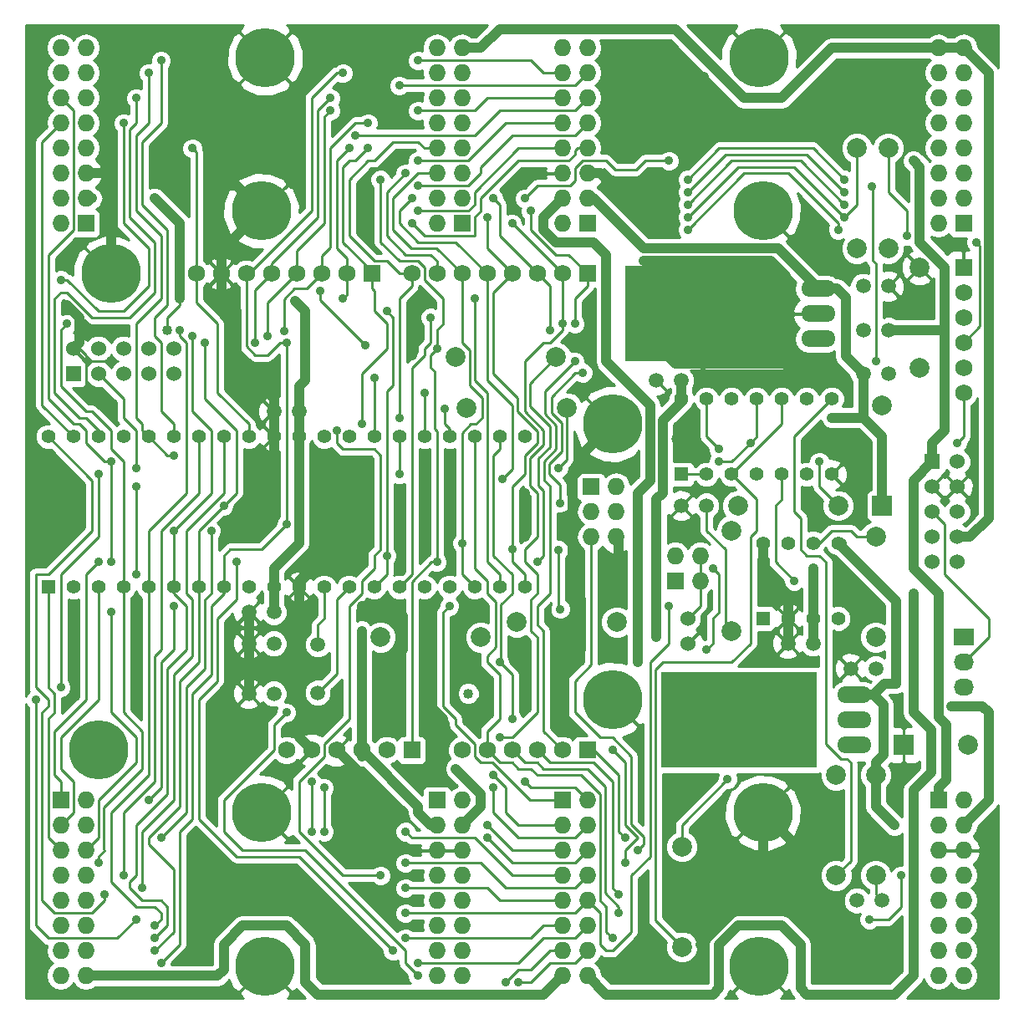
<source format=gtl>
%FSLAX46Y46*%
G04 Gerber Fmt 4.6, Leading zero omitted, Abs format (unit mm)*
G04 Created by KiCad (PCBNEW (2014-jul-16 BZR unknown)-product) date Fri 03 Oct 2014 09:52:35 PM PDT*
%MOMM*%
G01*
G04 APERTURE LIST*
%ADD10C,0.150000*%
%ADD11C,1.501140*%
%ADD12C,1.998980*%
%ADD13R,1.998980X1.998980*%
%ADD14C,1.524000*%
%ADD15C,6.000000*%
%ADD16R,2.032000X1.727200*%
%ADD17O,2.032000X1.727200*%
%ADD18R,1.727200X1.727200*%
%ADD19O,1.727200X1.727200*%
%ADD20C,1.727200*%
%ADD21R,1.524000X1.524000*%
%ADD22O,3.500120X1.699260*%
%ADD23R,15.748000X9.652000*%
%ADD24R,1.397000X1.397000*%
%ADD25C,1.397000*%
%ADD26C,1.016000*%
%ADD27C,0.889000*%
%ADD28C,1.016000*%
%ADD29C,0.254000*%
G04 APERTURE END LIST*
D10*
D11*
X114300000Y-57785000D03*
X111760000Y-57785000D03*
X52070000Y-89535000D03*
X49530000Y-89535000D03*
X111760000Y-53340000D03*
X114300000Y-53340000D03*
X52070000Y-94615000D03*
X49530000Y-94615000D03*
X113030000Y-92075000D03*
X110490000Y-92075000D03*
X111125000Y-115570000D03*
X113665000Y-115570000D03*
X95885000Y-75565000D03*
X93345000Y-75565000D03*
X111760000Y-62230000D03*
X114300000Y-62230000D03*
X93345000Y-62865000D03*
X90805000Y-62865000D03*
X106680000Y-89535000D03*
X104140000Y-89535000D03*
X54610000Y-66040000D03*
X52070000Y-66040000D03*
X52070000Y-86360000D03*
X49530000Y-86360000D03*
D12*
X113665000Y-65405000D03*
D13*
X113665000Y-75565000D03*
D14*
X93980000Y-86995000D03*
X93980000Y-89535000D03*
D15*
X86360000Y-67310000D03*
X35560000Y-52070000D03*
X86360000Y-95250000D03*
X34290000Y-100330000D03*
X50800000Y-106680000D03*
X101200001Y-30199990D03*
X51199999Y-30199990D03*
X101200001Y-122200010D03*
X51199999Y-122200010D03*
X101600000Y-106680000D03*
X50800000Y-45720000D03*
X101600000Y-45720000D03*
D16*
X121920000Y-88900000D03*
D17*
X121920000Y-91440000D03*
X121920000Y-93980000D03*
D18*
X92710000Y-83185000D03*
D19*
X92710000Y-80645000D03*
X95250000Y-83185000D03*
X95250000Y-80645000D03*
D18*
X84201000Y-73660000D03*
D19*
X86741000Y-73660000D03*
X84201000Y-76200000D03*
X86741000Y-76200000D03*
X84201000Y-78740000D03*
X86741000Y-78740000D03*
D18*
X61976000Y-52070000D03*
D20*
X59436000Y-52070000D03*
X56896000Y-52070000D03*
X54356000Y-52070000D03*
X51816000Y-52070000D03*
X49276000Y-52070000D03*
X46736000Y-52070000D03*
X44196000Y-52070000D03*
D18*
X83820000Y-52070000D03*
D20*
X81280000Y-52070000D03*
X78740000Y-52070000D03*
X76200000Y-52070000D03*
X73660000Y-52070000D03*
X71120000Y-52070000D03*
X68580000Y-52070000D03*
X66040000Y-52070000D03*
D18*
X83820000Y-100330000D03*
D20*
X81280000Y-100330000D03*
X78740000Y-100330000D03*
X76200000Y-100330000D03*
X73660000Y-100330000D03*
X71120000Y-100330000D03*
D18*
X66040000Y-100330000D03*
D20*
X63500000Y-100330000D03*
X60960000Y-100330000D03*
X58420000Y-100330000D03*
X55880000Y-100330000D03*
X53340000Y-100330000D03*
D18*
X30480000Y-105410000D03*
D19*
X33020000Y-105410000D03*
X30480000Y-107950000D03*
X33020000Y-107950000D03*
X30480000Y-110490000D03*
X33020000Y-110490000D03*
X30480000Y-113030000D03*
X33020000Y-113030000D03*
X30480000Y-115570000D03*
X33020000Y-115570000D03*
X30480000Y-118110000D03*
X33020000Y-118110000D03*
X30480000Y-120650000D03*
X33020000Y-120650000D03*
X30480000Y-123190000D03*
X33020000Y-123190000D03*
D18*
X68580000Y-105410000D03*
D19*
X71120000Y-105410000D03*
X68580000Y-107950000D03*
X71120000Y-107950000D03*
X68580000Y-110490000D03*
X71120000Y-110490000D03*
X68580000Y-113030000D03*
X71120000Y-113030000D03*
X68580000Y-115570000D03*
X71120000Y-115570000D03*
X68580000Y-118110000D03*
X71120000Y-118110000D03*
X68580000Y-120650000D03*
X71120000Y-120650000D03*
X68580000Y-123190000D03*
X71120000Y-123190000D03*
D21*
X118745000Y-71120000D03*
D14*
X121285000Y-71120000D03*
X118745000Y-73660000D03*
X121285000Y-73660000D03*
X118745000Y-76200000D03*
X121285000Y-76200000D03*
X118745000Y-78740000D03*
X121285000Y-78740000D03*
X118745000Y-81280000D03*
X121285000Y-81280000D03*
D18*
X121920000Y-51435000D03*
D20*
X121920000Y-53975000D03*
X121920000Y-56515000D03*
X121920000Y-59055000D03*
X121920000Y-61595000D03*
X121920000Y-64135000D03*
D18*
X81280000Y-105410000D03*
D19*
X83820000Y-105410000D03*
X81280000Y-107950000D03*
X83820000Y-107950000D03*
X81280000Y-110490000D03*
X83820000Y-110490000D03*
X81280000Y-113030000D03*
X83820000Y-113030000D03*
X81280000Y-115570000D03*
X83820000Y-115570000D03*
X81280000Y-118110000D03*
X83820000Y-118110000D03*
X81280000Y-120650000D03*
X83820000Y-120650000D03*
X81280000Y-123190000D03*
X83820000Y-123190000D03*
D18*
X119380000Y-105410000D03*
D19*
X121920000Y-105410000D03*
X119380000Y-107950000D03*
X121920000Y-107950000D03*
X119380000Y-110490000D03*
X121920000Y-110490000D03*
X119380000Y-113030000D03*
X121920000Y-113030000D03*
X119380000Y-115570000D03*
X121920000Y-115570000D03*
X119380000Y-118110000D03*
X121920000Y-118110000D03*
X119380000Y-120650000D03*
X121920000Y-120650000D03*
X119380000Y-123190000D03*
X121920000Y-123190000D03*
D18*
X71120000Y-46990000D03*
D19*
X68580000Y-46990000D03*
X71120000Y-44450000D03*
X68580000Y-44450000D03*
X71120000Y-41910000D03*
X68580000Y-41910000D03*
X71120000Y-39370000D03*
X68580000Y-39370000D03*
X71120000Y-36830000D03*
X68580000Y-36830000D03*
X71120000Y-34290000D03*
X68580000Y-34290000D03*
X71120000Y-31750000D03*
X68580000Y-31750000D03*
X71120000Y-29210000D03*
X68580000Y-29210000D03*
D18*
X33020000Y-46990000D03*
D19*
X30480000Y-46990000D03*
X33020000Y-44450000D03*
X30480000Y-44450000D03*
X33020000Y-41910000D03*
X30480000Y-41910000D03*
X33020000Y-39370000D03*
X30480000Y-39370000D03*
X33020000Y-36830000D03*
X30480000Y-36830000D03*
X33020000Y-34290000D03*
X30480000Y-34290000D03*
X33020000Y-31750000D03*
X30480000Y-31750000D03*
X33020000Y-29210000D03*
X30480000Y-29210000D03*
D18*
X121920000Y-46990000D03*
D19*
X119380000Y-46990000D03*
X121920000Y-44450000D03*
X119380000Y-44450000D03*
X121920000Y-41910000D03*
X119380000Y-41910000D03*
X121920000Y-39370000D03*
X119380000Y-39370000D03*
X121920000Y-36830000D03*
X119380000Y-36830000D03*
X121920000Y-34290000D03*
X119380000Y-34290000D03*
X121920000Y-31750000D03*
X119380000Y-31750000D03*
X121920000Y-29210000D03*
X119380000Y-29210000D03*
D18*
X83820000Y-46990000D03*
D19*
X81280000Y-46990000D03*
X83820000Y-44450000D03*
X81280000Y-44450000D03*
X83820000Y-41910000D03*
X81280000Y-41910000D03*
X83820000Y-39370000D03*
X81280000Y-39370000D03*
X83820000Y-36830000D03*
X81280000Y-36830000D03*
X83820000Y-34290000D03*
X81280000Y-34290000D03*
X83820000Y-31750000D03*
X81280000Y-31750000D03*
X83820000Y-29210000D03*
X81280000Y-29210000D03*
D21*
X31750000Y-62230000D03*
D14*
X31750000Y-59690000D03*
X34290000Y-62230000D03*
X34290000Y-59690000D03*
X36830000Y-62230000D03*
X36830000Y-59690000D03*
X39370000Y-62230000D03*
X39370000Y-59690000D03*
X41910000Y-62230000D03*
X41910000Y-59690000D03*
D12*
X113030000Y-88900000D03*
X113030000Y-78740000D03*
X111125000Y-49530000D03*
X111125000Y-39370000D03*
X114300000Y-49530000D03*
X114300000Y-39370000D03*
X81724500Y-65659000D03*
X71564500Y-65659000D03*
X99060000Y-75565000D03*
X109220000Y-75565000D03*
X98425000Y-88265000D03*
X98425000Y-78105000D03*
X113030000Y-113030000D03*
X113030000Y-102870000D03*
X117475000Y-51435000D03*
X117475000Y-61595000D03*
X62865000Y-88900000D03*
X73025000Y-88900000D03*
X80645000Y-60515500D03*
X70485000Y-60515500D03*
D13*
X115874800Y-99822000D03*
D12*
X122377200Y-99822000D03*
D22*
X107188000Y-56134000D03*
X107188000Y-58674000D03*
X107188000Y-53594000D03*
D23*
X95504000Y-56134000D03*
D24*
X101600000Y-86995000D03*
D25*
X104140000Y-86995000D03*
X106680000Y-86995000D03*
X109220000Y-86995000D03*
X109220000Y-79375000D03*
X106680000Y-79375000D03*
X104140000Y-79375000D03*
X101600000Y-79375000D03*
D22*
X110871000Y-97282000D03*
X110871000Y-99822000D03*
X110871000Y-94742000D03*
D23*
X99187000Y-97282000D03*
D24*
X29210000Y-83820000D03*
D25*
X31750000Y-83820000D03*
X34290000Y-83820000D03*
X36830000Y-83820000D03*
X39370000Y-83820000D03*
X41910000Y-83820000D03*
X44450000Y-83820000D03*
X46990000Y-83820000D03*
X49530000Y-83820000D03*
X52070000Y-83820000D03*
X54610000Y-83820000D03*
X57150000Y-83820000D03*
X59690000Y-83820000D03*
X62230000Y-83820000D03*
X64770000Y-83820000D03*
X67310000Y-83820000D03*
X69850000Y-83820000D03*
X72390000Y-83820000D03*
X74930000Y-83820000D03*
X77470000Y-83820000D03*
X77470000Y-68580000D03*
X74930000Y-68580000D03*
X72390000Y-68580000D03*
X69850000Y-68580000D03*
X67310000Y-68580000D03*
X64770000Y-68580000D03*
X62230000Y-68580000D03*
X59690000Y-68580000D03*
X57150000Y-68580000D03*
X54610000Y-68580000D03*
X52070000Y-68580000D03*
X49530000Y-68580000D03*
X46990000Y-68580000D03*
X44450000Y-68580000D03*
X41910000Y-68580000D03*
X39370000Y-68580000D03*
X36830000Y-68580000D03*
X34290000Y-68580000D03*
X31750000Y-68580000D03*
X29210000Y-68580000D03*
D11*
X56515000Y-89634060D03*
X56515000Y-94515940D03*
D24*
X93345000Y-72390000D03*
D25*
X95885000Y-72390000D03*
X98425000Y-72390000D03*
X100965000Y-72390000D03*
X103505000Y-72390000D03*
X106045000Y-72390000D03*
X108585000Y-72390000D03*
X108585000Y-64770000D03*
X106045000Y-64770000D03*
X103505000Y-64770000D03*
X100965000Y-64770000D03*
X98425000Y-64770000D03*
X95885000Y-64770000D03*
X93345000Y-64770000D03*
D12*
X86804500Y-87376000D03*
X76644500Y-87376000D03*
X93408500Y-120269000D03*
X93408500Y-110109000D03*
X109029500Y-113030000D03*
X109029500Y-102870000D03*
D26*
X116840000Y-40640000D03*
X108839000Y-110490000D03*
X69850000Y-71882000D03*
X92837000Y-68834000D03*
X46355000Y-46355000D03*
X46355000Y-43180000D03*
X57150000Y-70485000D03*
X67945000Y-97790000D03*
X72390000Y-96520000D03*
X73660000Y-95250000D03*
X60960000Y-85725000D03*
X64770000Y-86360000D03*
X67945000Y-86995000D03*
X70485000Y-92710000D03*
X72390000Y-86360000D03*
X70485000Y-91440000D03*
X67945000Y-92710000D03*
X67945000Y-91440000D03*
X69215000Y-97155000D03*
X54610000Y-92710000D03*
X54610000Y-91440000D03*
X63500000Y-92710000D03*
X63500000Y-91440000D03*
X55245000Y-96520000D03*
X77470000Y-95250000D03*
X80645000Y-97155000D03*
X80645000Y-95250000D03*
X92202000Y-48006000D03*
X95631000Y-32131000D03*
X88265000Y-39497000D03*
X61595000Y-74295000D03*
X67310000Y-70485000D03*
X64770000Y-74295000D03*
X67310000Y-74295000D03*
X59690000Y-80010000D03*
X77470000Y-78740000D03*
X77470000Y-74295000D03*
X77470000Y-91440000D03*
X81915000Y-91440000D03*
X61595000Y-45085000D03*
X61595000Y-48260000D03*
X34925000Y-65405000D03*
X83185000Y-85090000D03*
X85725000Y-85090000D03*
X95250000Y-120015000D03*
X64135000Y-110490000D03*
X44450000Y-120015000D03*
X44450000Y-109220000D03*
X45720000Y-106680000D03*
X58420000Y-121920000D03*
X31750000Y-88265000D03*
X38100000Y-89535000D03*
X31115000Y-55245000D03*
X35560000Y-60960000D03*
X52070000Y-70485000D03*
X66040000Y-60325000D03*
X71755000Y-94615000D03*
X88900000Y-91440000D03*
X120650002Y-95885000D03*
X70485000Y-102235000D03*
D27*
X88900000Y-110490000D03*
X100330000Y-69215000D03*
X97155000Y-71120000D03*
X62865000Y-42545000D03*
X66675000Y-45720000D03*
X68580000Y-59690000D03*
X68580000Y-81280000D03*
X97155000Y-69850000D03*
X107315000Y-71120000D03*
X50165000Y-59055000D03*
X40005000Y-120650000D03*
X57785000Y-34290000D03*
X75565000Y-123825000D03*
X45085000Y-59055000D03*
X46990000Y-75565000D03*
X53340000Y-59055000D03*
X40640000Y-121920000D03*
X59055000Y-31750000D03*
X76835000Y-123825000D03*
X53340000Y-77470000D03*
X51435000Y-58420000D03*
X40005000Y-119380000D03*
X66675000Y-121920000D03*
X57785000Y-35560000D03*
X41910000Y-78105000D03*
X43815000Y-58420000D03*
X56769000Y-53848000D03*
X61341000Y-59309000D03*
X61595000Y-39370000D03*
X65405000Y-114300000D03*
X38735000Y-114300000D03*
X60960000Y-67310000D03*
X92075000Y-85725000D03*
X65405000Y-116840000D03*
X59690000Y-39370000D03*
X59055000Y-54610000D03*
X72390000Y-54610000D03*
X53086000Y-57848500D03*
X40005000Y-118110000D03*
X65405000Y-119380000D03*
X42545000Y-57785000D03*
X61595000Y-36830000D03*
X58420000Y-67945000D03*
X115570000Y-113030000D03*
X112395000Y-117475000D03*
X62865000Y-113030000D03*
X66040000Y-46990000D03*
X43815000Y-39370000D03*
X69850000Y-85725000D03*
X109220000Y-47625000D03*
X93980000Y-47625000D03*
X78105000Y-45720000D03*
X116205000Y-48260000D03*
X82550000Y-57150000D03*
X34290000Y-81280000D03*
X63500000Y-80645000D03*
X63500000Y-55880000D03*
X109855000Y-46355000D03*
X93980000Y-46355000D03*
X74930000Y-99060000D03*
X77470000Y-103505000D03*
X76200000Y-46990000D03*
X39370000Y-105410000D03*
X41910000Y-85725000D03*
X67945000Y-56515000D03*
X81280000Y-57150000D03*
X109855000Y-45085000D03*
X93980000Y-45085000D03*
X55880000Y-103505000D03*
X55880000Y-108585000D03*
X74295000Y-44450000D03*
X74295000Y-102870000D03*
X38100000Y-82550000D03*
X80010000Y-57785000D03*
X38100000Y-73660000D03*
X109855000Y-43815000D03*
X93980000Y-43815000D03*
X73660000Y-46355000D03*
X57150000Y-104140000D03*
X74295000Y-104140000D03*
X57150000Y-108585000D03*
X40640000Y-109220000D03*
X45720000Y-78105000D03*
X76200000Y-80010000D03*
X93980000Y-42545000D03*
X109855000Y-42545000D03*
X66040000Y-44450000D03*
X73660000Y-107950000D03*
X75184000Y-72898000D03*
X81051400Y-75285600D03*
X83362800Y-62103000D03*
X112674400Y-43230800D03*
X113030000Y-60960000D03*
X73660000Y-109220000D03*
X35560000Y-86360000D03*
X71120000Y-79375000D03*
X65405000Y-108585000D03*
X65405000Y-41910000D03*
X77470000Y-44450000D03*
X92075000Y-40640000D03*
X34290000Y-111760000D03*
X31115000Y-57150000D03*
X36830000Y-113030000D03*
X65405000Y-111760000D03*
X64770000Y-66675000D03*
X66675000Y-43180000D03*
X34925000Y-114935000D03*
X36830000Y-36830000D03*
X87630000Y-109220000D03*
X30480000Y-52705000D03*
X87630000Y-111760000D03*
X66675000Y-40640000D03*
X86360000Y-100330000D03*
X82550000Y-60960000D03*
X38100000Y-117475000D03*
X34290000Y-72390000D03*
X27940000Y-95250000D03*
X30480000Y-93980000D03*
X38100000Y-34290000D03*
X86995000Y-114935000D03*
X60325000Y-38100000D03*
X66675000Y-35560000D03*
X86995000Y-116840000D03*
X35560000Y-81280000D03*
X48260000Y-81280000D03*
X64135000Y-120650000D03*
X35560000Y-71120000D03*
X86360000Y-119380000D03*
X64770000Y-33020000D03*
X39370000Y-31750000D03*
X41910000Y-70485000D03*
X74930000Y-91440000D03*
X53340000Y-96520000D03*
X40640000Y-30480000D03*
X66675000Y-30480000D03*
X76200000Y-97155000D03*
X66675000Y-123190000D03*
D26*
X116840000Y-84455000D03*
D27*
X123190000Y-48895000D03*
X69342000Y-65786000D03*
X38100000Y-71755000D03*
X64770000Y-72390000D03*
X67310000Y-64135000D03*
X62230000Y-62611000D03*
X95885000Y-90170000D03*
X96520000Y-81915000D03*
X78740000Y-81280000D03*
X121285000Y-69215000D03*
X80899000Y-71755000D03*
X55245000Y-59690000D03*
X90805000Y-88900000D03*
X91440000Y-72644002D03*
X98031300Y-103289100D03*
D26*
X108585000Y-66675000D03*
X106680000Y-81915000D03*
X114935000Y-107950000D03*
X42545000Y-54610000D03*
X40005000Y-44450000D03*
X41275000Y-57785000D03*
X60960000Y-88265000D03*
X54229000Y-54864000D03*
D27*
X104775000Y-83185000D03*
X80899000Y-80073500D03*
X81089500Y-86042500D03*
D28*
X119380000Y-97028000D02*
X119380000Y-84455000D01*
X119380000Y-84455000D02*
X116840000Y-81915000D01*
X116840000Y-81915000D02*
X116840000Y-73025000D01*
X116840000Y-73025000D02*
X118745000Y-71120000D01*
X120015000Y-67945000D02*
X120015000Y-58420000D01*
X118745000Y-69215000D02*
X120015000Y-67945000D01*
X118745000Y-71120000D02*
X118745000Y-69215000D01*
X117475000Y-48895000D02*
X117475000Y-41275000D01*
X120015000Y-51435000D02*
X117475000Y-48895000D01*
X120015000Y-57785000D02*
X120015000Y-51435000D01*
X117475000Y-41275000D02*
X116840000Y-40640000D01*
X120015000Y-58420000D02*
X120015000Y-57785000D01*
X114300000Y-57785000D02*
X120015000Y-57785000D01*
X119380000Y-104140000D02*
X120142000Y-103378000D01*
X120142000Y-103378000D02*
X120142000Y-97790000D01*
X120142000Y-97790000D02*
X119380000Y-97028000D01*
X119380000Y-105410000D02*
X119380000Y-104140000D01*
X104140000Y-89535000D02*
X104140000Y-86995000D01*
X104140000Y-86995000D02*
X104140000Y-85090000D01*
X104140000Y-85090000D02*
X101600000Y-82550000D01*
X101600000Y-82550000D02*
X101600000Y-79375000D01*
X108839000Y-110490000D02*
X105410000Y-110490000D01*
X105410000Y-110490000D02*
X101600000Y-106680000D01*
X101600000Y-106680000D02*
X105410000Y-110490000D01*
X33020000Y-41910000D02*
X34925000Y-41910000D01*
X35560000Y-42545000D02*
X35560000Y-52070000D01*
X34925000Y-41910000D02*
X35560000Y-42545000D01*
X46736000Y-52070000D02*
X46736000Y-50546000D01*
X46355000Y-50165000D02*
X46355000Y-46355000D01*
X46355000Y-46355000D02*
X46355000Y-43180000D01*
X46736000Y-50546000D02*
X46355000Y-50165000D01*
X50800000Y-45720000D02*
X48260000Y-43180000D01*
X48260000Y-43180000D02*
X46355000Y-43180000D01*
X52070000Y-66040000D02*
X52070000Y-64770000D01*
X46736000Y-54356000D02*
X46736000Y-52070000D01*
X48260000Y-55880000D02*
X46736000Y-54356000D01*
X48260000Y-60960000D02*
X48260000Y-55880000D01*
X52070000Y-64770000D02*
X48260000Y-60960000D01*
X54610000Y-83820000D02*
X54610000Y-83185000D01*
X54610000Y-83185000D02*
X57150000Y-80645000D01*
X57150000Y-80645000D02*
X57150000Y-70485000D01*
X63500000Y-91440000D02*
X63880998Y-91440000D01*
X65150998Y-86740998D02*
X64770000Y-86360000D01*
X65150998Y-90170000D02*
X65150998Y-86740998D01*
X63880998Y-91440000D02*
X65150998Y-90170000D01*
X73660000Y-95250000D02*
X72390000Y-96520000D01*
X70485000Y-92710000D02*
X72390000Y-92710000D01*
X73660000Y-93980000D02*
X73660000Y-95250000D01*
X72390000Y-92710000D02*
X73660000Y-93980000D01*
X64770000Y-86360000D02*
X64135000Y-85725000D01*
X64135000Y-85725000D02*
X60960000Y-85725000D01*
X67945000Y-86995000D02*
X67945000Y-91440000D01*
X70485000Y-92710000D02*
X70485000Y-91440000D01*
X72390000Y-86360000D02*
X70485000Y-88265000D01*
X70485000Y-88265000D02*
X70485000Y-91440000D01*
X69215000Y-97155000D02*
X67945000Y-95885000D01*
X67945000Y-95885000D02*
X67945000Y-92710000D01*
X67945000Y-92710000D02*
X67945000Y-91440000D01*
X63500000Y-92710000D02*
X63500000Y-91440000D01*
X55245000Y-96520000D02*
X54610000Y-95885000D01*
X54610000Y-91440000D02*
X54610000Y-92075000D01*
X54610000Y-95885000D02*
X54610000Y-92710000D01*
X54610000Y-92710000D02*
X54610000Y-92075000D01*
X54610000Y-99060000D02*
X54610000Y-97155000D01*
X54610000Y-97155000D02*
X55245000Y-96520000D01*
X55880000Y-100330000D02*
X54610000Y-99060000D01*
X49530000Y-89535000D02*
X49530000Y-94615000D01*
X54610000Y-83820000D02*
X54610000Y-91440000D01*
X49530000Y-89535000D02*
X49530000Y-86360000D01*
X77470000Y-91440000D02*
X77470000Y-95250000D01*
X80645000Y-95250000D02*
X80645000Y-97155000D01*
X81915000Y-91440000D02*
X80645000Y-92710000D01*
X80645000Y-92710000D02*
X80645000Y-95250000D01*
X86741000Y-78740000D02*
X86995000Y-78994000D01*
X86995000Y-78994000D02*
X86995000Y-83820000D01*
X86995000Y-83820000D02*
X85725000Y-85090000D01*
X83820000Y-41910000D02*
X85090000Y-41910000D01*
X91186000Y-48006000D02*
X92202000Y-48006000D01*
X85090000Y-41910000D02*
X91186000Y-48006000D01*
X88265000Y-39497000D02*
X95631000Y-32131000D01*
X61595000Y-74295000D02*
X59690000Y-76200000D01*
X67310000Y-70485000D02*
X67310000Y-74295000D01*
X59690000Y-76200000D02*
X59690000Y-80010000D01*
X77470000Y-74295000D02*
X77470000Y-78740000D01*
X83185000Y-85090000D02*
X83185000Y-90170000D01*
X83185000Y-90170000D02*
X81915000Y-91440000D01*
X61595000Y-48260000D02*
X61595000Y-45085000D01*
D29*
X31750000Y-59690000D02*
X32385000Y-59690000D01*
X32385000Y-59690000D02*
X33020000Y-60325000D01*
X33020000Y-63500000D02*
X34925000Y-65405000D01*
X33020000Y-60325000D02*
X33020000Y-63500000D01*
D28*
X90424000Y-56134000D02*
X90424000Y-58928000D01*
X90424000Y-58928000D02*
X92710000Y-61214000D01*
X92710000Y-61214000D02*
X103632000Y-61214000D01*
X103632000Y-61214000D02*
X103886000Y-60960000D01*
X103886000Y-60960000D02*
X103886000Y-52324000D01*
X103886000Y-52324000D02*
X102362002Y-50800002D01*
X102362002Y-50800002D02*
X89535000Y-50800002D01*
X82296000Y-84201000D02*
X82296000Y-72644000D01*
X83185000Y-85090000D02*
X82296000Y-84201000D01*
X86360000Y-67310000D02*
X83185000Y-70485000D01*
X83185000Y-71755000D02*
X83185000Y-70485000D01*
X82296000Y-72644000D02*
X83185000Y-71755000D01*
X52070000Y-68580000D02*
X52070000Y-66040000D01*
X101600000Y-113030000D02*
X101600000Y-106680000D01*
X101600000Y-113665000D02*
X101600000Y-113030000D01*
X95250000Y-120015000D02*
X101600000Y-113665000D01*
X44450000Y-120015000D02*
X44450000Y-109220000D01*
X46736000Y-49784000D02*
X50800000Y-45720000D01*
X46736000Y-52070000D02*
X46736000Y-49784000D01*
X32385000Y-56515000D02*
X31115000Y-55245000D01*
X32385000Y-59055000D02*
X32385000Y-56515000D01*
X31750000Y-59690000D02*
X32385000Y-59055000D01*
D29*
X33020000Y-60960000D02*
X35560000Y-60960000D01*
X31750000Y-59690000D02*
X33020000Y-60960000D01*
D28*
X52070000Y-68580000D02*
X52070000Y-70485000D01*
X60960000Y-107315000D02*
X60960000Y-102870000D01*
X64135000Y-110490000D02*
X60960000Y-107315000D01*
X60960000Y-102870000D02*
X58420000Y-100330000D01*
X66040000Y-60325000D02*
X66046381Y-60331381D01*
D29*
X56515000Y-89634060D02*
X56515000Y-87630000D01*
X57150000Y-86995000D02*
X57150000Y-83820000D01*
X56515000Y-87630000D02*
X57150000Y-86995000D01*
X56515000Y-94515940D02*
X58420000Y-92610940D01*
X58420000Y-85090000D02*
X59690000Y-83820000D01*
X58420000Y-92610940D02*
X58420000Y-85090000D01*
D28*
X88900000Y-74295000D02*
X88900000Y-91440000D01*
X88900000Y-74295000D02*
X90169990Y-73025010D01*
X84455000Y-48895000D02*
X85725000Y-50165000D01*
X85725000Y-60960000D02*
X90169990Y-65404990D01*
X85725000Y-50165000D02*
X85725000Y-60960000D01*
X90169990Y-65404990D02*
X90169990Y-73025010D01*
X80645000Y-48895000D02*
X84455000Y-48895000D01*
X79375000Y-47625000D02*
X80645000Y-48895000D01*
X79375000Y-46355000D02*
X79375000Y-47625000D01*
X81280000Y-44450000D02*
X79375000Y-46355000D01*
X124460000Y-105410000D02*
X121920000Y-107950000D01*
X73025000Y-106045000D02*
X71120000Y-107950000D01*
X73025000Y-104775000D02*
X73025000Y-106045000D01*
X70485000Y-102235000D02*
X73025000Y-104775000D01*
X124460000Y-96520000D02*
X123825000Y-95885000D01*
X123825000Y-95885000D02*
X120650002Y-95885000D01*
X124460000Y-105410000D02*
X124460000Y-96520000D01*
D29*
X105410000Y-80010000D02*
X105410000Y-76835000D01*
X104775000Y-76200000D02*
X104775000Y-68580000D01*
X105410000Y-76835000D02*
X104775000Y-76200000D01*
X110490000Y-101600000D02*
X110109000Y-101219000D01*
X110490000Y-111569500D02*
X110490000Y-101600000D01*
X109029500Y-113030000D02*
X110490000Y-111569500D01*
X105410000Y-80010000D02*
X106045000Y-80645000D01*
X106045000Y-80645000D02*
X107315000Y-80645000D01*
X107315000Y-80645000D02*
X107950000Y-81280000D01*
X107950000Y-81280000D02*
X107950000Y-99695000D01*
X105410000Y-80010000D02*
X105410000Y-77597000D01*
X109474000Y-101219000D02*
X107950000Y-99695000D01*
X110109000Y-101219000D02*
X109474000Y-101219000D01*
X108585000Y-64770000D02*
X104775000Y-68580000D01*
X105410000Y-77597000D02*
X105410000Y-77597000D01*
X88306712Y-107908288D02*
X89535000Y-109136576D01*
X89535000Y-109136576D02*
X89535000Y-109855000D01*
X89535000Y-109855000D02*
X88900000Y-110490000D01*
X97155000Y-71120000D02*
X98425000Y-71120000D01*
X98425000Y-71120000D02*
X100330000Y-69215000D01*
X100330000Y-69215000D02*
X100965000Y-68580000D01*
X100965000Y-64770000D02*
X100965000Y-68580000D01*
X68580000Y-81280000D02*
X68028424Y-81280000D01*
X66040000Y-83268424D02*
X66040000Y-100330000D01*
X68028424Y-81280000D02*
X66040000Y-83268424D01*
X85090000Y-99060000D02*
X82550000Y-96520000D01*
X86360000Y-99060000D02*
X85090000Y-99060000D01*
X84201000Y-91694000D02*
X82550000Y-93345000D01*
X84201000Y-78740000D02*
X84201000Y-91694000D01*
X86360000Y-99060000D02*
X88265000Y-100965000D01*
X82550000Y-96520000D02*
X82550000Y-93345000D01*
X113665000Y-115570000D02*
X113030000Y-114935000D01*
X113030000Y-114935000D02*
X113030000Y-113030000D01*
X66675000Y-50800000D02*
X67310000Y-51435000D01*
X67310000Y-51435000D02*
X67310000Y-52705000D01*
X67310000Y-52705000D02*
X69215000Y-54610000D01*
X69215000Y-54610000D02*
X69215000Y-57150000D01*
X69215000Y-57150000D02*
X68580000Y-57785000D01*
X68580000Y-59690000D02*
X68580000Y-57785000D01*
X62865000Y-48895000D02*
X62865000Y-42545000D01*
X64770000Y-50800000D02*
X62865000Y-48895000D01*
X64770000Y-50800000D02*
X66675000Y-50800000D01*
X66675000Y-45720000D02*
X71755000Y-45720000D01*
X71755000Y-45720000D02*
X72390000Y-45085000D01*
X72390000Y-45085000D02*
X72390000Y-43815000D01*
X72390000Y-43815000D02*
X76835000Y-39370000D01*
X76835000Y-39370000D02*
X81280000Y-39370000D01*
X72390000Y-43815000D02*
X76835000Y-39370000D01*
X72390000Y-45085000D02*
X72390000Y-43815000D01*
X71755000Y-45720000D02*
X72390000Y-45085000D01*
X88306712Y-107908288D02*
X88265000Y-107866576D01*
X88265000Y-107866576D02*
X88265000Y-100965000D01*
X67945000Y-61595000D02*
X68326000Y-61976000D01*
X67945000Y-60325000D02*
X68580000Y-59690000D01*
X67945000Y-60325000D02*
X67945000Y-61595000D01*
X68580000Y-68072000D02*
X68326000Y-67818000D01*
X68326000Y-67818000D02*
X68326000Y-61976000D01*
X68580000Y-81280000D02*
X68580000Y-68072000D01*
X98425000Y-88265000D02*
X97790000Y-87630000D01*
X97790000Y-87630000D02*
X97790000Y-80010000D01*
X95885000Y-68580000D02*
X95885000Y-64770000D01*
X97155000Y-69850000D02*
X95885000Y-68580000D01*
X109220000Y-75565000D02*
X107315000Y-73660000D01*
X107315000Y-73660000D02*
X107315000Y-71120000D01*
X97790000Y-80010000D02*
X95885000Y-78105000D01*
X95885000Y-75565000D02*
X95885000Y-78105000D01*
X120015000Y-77470000D02*
X120015000Y-82550000D01*
X120015000Y-82550000D02*
X124460000Y-86995000D01*
X124460000Y-86995000D02*
X124460000Y-88900000D01*
X124460000Y-88900000D02*
X121920000Y-91440000D01*
X118745000Y-76200000D02*
X120015000Y-77470000D01*
X51816000Y-52070000D02*
X50165000Y-53721000D01*
X50165000Y-53721000D02*
X50165000Y-59055000D01*
X40005000Y-120650000D02*
X41910000Y-118745000D01*
X41910000Y-118745000D02*
X41910000Y-112395000D01*
X41910000Y-112395000D02*
X39370000Y-109855000D01*
X40640000Y-120015000D02*
X40005000Y-120650000D01*
X40005000Y-120650000D02*
X40640000Y-120015000D01*
X51816000Y-51054000D02*
X51816000Y-52070000D01*
X57785000Y-34290000D02*
X56515000Y-35560000D01*
X56515000Y-35560000D02*
X56515000Y-46355000D01*
X56515000Y-46355000D02*
X51816000Y-51054000D01*
X44450000Y-78105000D02*
X46990000Y-75565000D01*
X44450000Y-83820000D02*
X44450000Y-78105000D01*
X80010000Y-120650000D02*
X78105000Y-122555000D01*
X81280000Y-120650000D02*
X80010000Y-120650000D01*
X76835000Y-122555000D02*
X75565000Y-123825000D01*
X78105000Y-122555000D02*
X76835000Y-122555000D01*
X44450000Y-91440000D02*
X44450000Y-84455000D01*
X42545000Y-93345000D02*
X44450000Y-91440000D01*
X42545000Y-106045000D02*
X42545000Y-93345000D01*
X44450000Y-84455000D02*
X44450000Y-83820000D01*
X44450000Y-84455000D02*
X44450000Y-84455000D01*
X39370000Y-109220000D02*
X39370000Y-109855000D01*
X42545000Y-106045000D02*
X39370000Y-109220000D01*
X45085000Y-64770000D02*
X45085000Y-59055000D01*
X46990000Y-75565000D02*
X48260000Y-74295000D01*
X48260000Y-74295000D02*
X48260000Y-73660000D01*
X45085000Y-64770000D02*
X48260000Y-67945000D01*
X48260000Y-73660000D02*
X48260000Y-67945000D01*
X51435000Y-60325000D02*
X50165000Y-60325000D01*
X49276000Y-59436000D02*
X49276000Y-52070000D01*
X50165000Y-60325000D02*
X49276000Y-59436000D01*
X53340000Y-65405000D02*
X53340000Y-76200000D01*
X53340000Y-76200000D02*
X53340000Y-77470000D01*
X53340000Y-59055000D02*
X52705000Y-59055000D01*
X52705000Y-59055000D02*
X51435000Y-60325000D01*
X53340000Y-77470000D02*
X53340000Y-59055000D01*
X40640000Y-121920000D02*
X42545000Y-120015000D01*
X42545000Y-108585000D02*
X43815000Y-107315000D01*
X42545000Y-120015000D02*
X42545000Y-108585000D01*
X43815000Y-107315000D02*
X43815000Y-94615000D01*
X43815000Y-94615000D02*
X45720000Y-92710000D01*
X58420000Y-31750000D02*
X59055000Y-31750000D01*
X55880000Y-34290000D02*
X58420000Y-31750000D01*
X55880000Y-45720000D02*
X55880000Y-34290000D01*
X49530000Y-52070000D02*
X55880000Y-45720000D01*
X49276000Y-52070000D02*
X49530000Y-52070000D01*
X82550000Y-121920000D02*
X83820000Y-120650000D01*
X82550000Y-121920000D02*
X80010000Y-121920000D01*
X80010000Y-121920000D02*
X78105000Y-123825000D01*
X78105000Y-123825000D02*
X76835000Y-123825000D01*
X46990000Y-83820000D02*
X46990000Y-80645000D01*
X47625000Y-80010000D02*
X46990000Y-80645000D01*
X50800000Y-80010000D02*
X47625000Y-80010000D01*
X45720000Y-85725000D02*
X45720000Y-92710000D01*
X46990000Y-84455000D02*
X45720000Y-85725000D01*
X46990000Y-83820000D02*
X46990000Y-84455000D01*
X48895000Y-52451000D02*
X49276000Y-52070000D01*
X52705000Y-78105000D02*
X50800000Y-80010000D01*
X52705000Y-78105000D02*
X53340000Y-77470000D01*
X54356000Y-52070000D02*
X51435000Y-54991000D01*
X51435000Y-54991000D02*
X51435000Y-58420000D01*
X39370000Y-115570000D02*
X40640000Y-115570000D01*
X41275000Y-118110000D02*
X40005000Y-119380000D01*
X41275000Y-116205000D02*
X41275000Y-118110000D01*
X40640000Y-115570000D02*
X41275000Y-116205000D01*
X39370000Y-115570000D02*
X38735000Y-115570000D01*
X38735000Y-115570000D02*
X37465000Y-114300000D01*
X79375000Y-119380000D02*
X76835000Y-121920000D01*
X76835000Y-121920000D02*
X66675000Y-121920000D01*
X83820000Y-118110000D02*
X82550000Y-119380000D01*
X82550000Y-119380000D02*
X79375000Y-119380000D01*
X57150000Y-36195000D02*
X57150000Y-46990000D01*
X57150000Y-46990000D02*
X54356000Y-49784000D01*
X54356000Y-49784000D02*
X54356000Y-52070000D01*
X57785000Y-35560000D02*
X57150000Y-36195000D01*
X41910000Y-83820000D02*
X41910000Y-78105000D01*
X38100000Y-107950000D02*
X38100000Y-113030000D01*
X38100000Y-113030000D02*
X37465000Y-113665000D01*
X43180000Y-90170000D02*
X43180000Y-85725000D01*
X41910000Y-84455000D02*
X41910000Y-83820000D01*
X43180000Y-85725000D02*
X41910000Y-84455000D01*
X41275000Y-104775000D02*
X41275000Y-92075000D01*
X41275000Y-92075000D02*
X43180000Y-90170000D01*
X37465000Y-114300000D02*
X37465000Y-113665000D01*
X41275000Y-104775000D02*
X38100000Y-107950000D01*
X43815000Y-66040000D02*
X45720000Y-67945000D01*
X45720000Y-74295000D02*
X45720000Y-67945000D01*
X41910000Y-78105000D02*
X45720000Y-74295000D01*
X43815000Y-58420000D02*
X43815000Y-66040000D01*
X56769000Y-53848000D02*
X56769000Y-54737000D01*
X56769000Y-54737000D02*
X61341000Y-59309000D01*
X60960000Y-67310000D02*
X60960000Y-62230000D01*
X63500000Y-57150000D02*
X62230000Y-55880000D01*
X63500000Y-59690000D02*
X63500000Y-57150000D01*
X60960000Y-62230000D02*
X63500000Y-59690000D01*
X62230000Y-53848000D02*
X61976000Y-53594000D01*
X62230000Y-55880000D02*
X62230000Y-53848000D01*
X61976000Y-52070000D02*
X61976000Y-51816000D01*
X61976000Y-51816000D02*
X59055000Y-48895000D01*
X59690000Y-40640000D02*
X60325000Y-40640000D01*
X59055000Y-41275000D02*
X59690000Y-40640000D01*
X59055000Y-48895000D02*
X59055000Y-41275000D01*
X60325000Y-40640000D02*
X61595000Y-39370000D01*
X38735000Y-108585000D02*
X41910000Y-105410000D01*
X41910000Y-92710000D02*
X43815000Y-90805000D01*
X41910000Y-105410000D02*
X41910000Y-92710000D01*
X74930000Y-115570000D02*
X81280000Y-115570000D01*
X74930000Y-115570000D02*
X73660000Y-114300000D01*
X73660000Y-114300000D02*
X65405000Y-114300000D01*
X38735000Y-114300000D02*
X38735000Y-108585000D01*
X43815000Y-85090000D02*
X43180000Y-84455000D01*
X43815000Y-90805000D02*
X43815000Y-85090000D01*
X46990000Y-68580000D02*
X46990000Y-74295000D01*
X43180000Y-78105000D02*
X43180000Y-84455000D01*
X46990000Y-74295000D02*
X43180000Y-78105000D01*
X61976000Y-52070000D02*
X61976000Y-53594000D01*
X92075000Y-89535000D02*
X92075000Y-85725000D01*
X90170000Y-91440000D02*
X92075000Y-89535000D01*
X90170000Y-91440000D02*
X90170000Y-111125000D01*
X88265000Y-113030000D02*
X88265000Y-118745000D01*
X90170000Y-111125000D02*
X88265000Y-113030000D01*
X59436000Y-52070000D02*
X59436000Y-51816000D01*
X74930000Y-83820000D02*
X74930000Y-82550000D01*
X88265000Y-118745000D02*
X86360000Y-120650000D01*
X83820000Y-115570000D02*
X82550000Y-116840000D01*
X82550000Y-116840000D02*
X83820000Y-115570000D01*
X65405000Y-116840000D02*
X82550000Y-116840000D01*
X86360000Y-120650000D02*
X85725000Y-120650000D01*
X85725000Y-120650000D02*
X85090000Y-120015000D01*
X85090000Y-120015000D02*
X85090000Y-116840000D01*
X85090000Y-116840000D02*
X83820000Y-115570000D01*
X85090000Y-116840000D02*
X83820000Y-115570000D01*
X85090000Y-120015000D02*
X85090000Y-116840000D01*
X85725000Y-120650000D02*
X85090000Y-120015000D01*
X59436000Y-54229000D02*
X59436000Y-52070000D01*
X58420000Y-49530000D02*
X58420000Y-40640000D01*
X58420000Y-40640000D02*
X59690000Y-39370000D01*
X74930000Y-82550000D02*
X73660000Y-81280000D01*
X59055000Y-54610000D02*
X59436000Y-54229000D01*
X72390000Y-62865000D02*
X73660000Y-64135000D01*
X72390000Y-54610000D02*
X72390000Y-62865000D01*
X73660000Y-81280000D02*
X73660000Y-64135000D01*
X59436000Y-50546000D02*
X58420000Y-49530000D01*
X59436000Y-52070000D02*
X59436000Y-50546000D01*
X56896000Y-52070000D02*
X55372000Y-53594000D01*
X53086000Y-54673500D02*
X53086000Y-57848500D01*
X54165500Y-53594000D02*
X53086000Y-54673500D01*
X55372000Y-53594000D02*
X54165500Y-53594000D01*
X40640000Y-116840000D02*
X40005000Y-116205000D01*
X40005000Y-116205000D02*
X38100000Y-116205000D01*
X40005000Y-118110000D02*
X40640000Y-117475000D01*
X40640000Y-117475000D02*
X40640000Y-116840000D01*
X35560000Y-113665000D02*
X38100000Y-116205000D01*
X39370000Y-102870000D02*
X39370000Y-83820000D01*
X35560000Y-106680000D02*
X35560000Y-113665000D01*
X39370000Y-102870000D02*
X35560000Y-106680000D01*
X78105000Y-119380000D02*
X79375000Y-118110000D01*
X65405000Y-119380000D02*
X78105000Y-119380000D01*
X79375000Y-118110000D02*
X81280000Y-118110000D01*
X39370000Y-83820000D02*
X39370000Y-78105000D01*
X39370000Y-78105000D02*
X43180000Y-74295000D01*
X42545000Y-58420000D02*
X43180000Y-59055000D01*
X43180000Y-59055000D02*
X43180000Y-74295000D01*
X42545000Y-57785000D02*
X42545000Y-58420000D01*
X61595000Y-36830000D02*
X60325000Y-36830000D01*
X57785000Y-39370000D02*
X57785000Y-49403000D01*
X60325000Y-36830000D02*
X57785000Y-39370000D01*
X56896000Y-50292000D02*
X57785000Y-49403000D01*
X56896000Y-52070000D02*
X56896000Y-50292000D01*
X83820000Y-39370000D02*
X82804000Y-39370000D01*
X82550000Y-40005000D02*
X81915000Y-40640000D01*
X82550000Y-39624000D02*
X82550000Y-40005000D01*
X82804000Y-39370000D02*
X82550000Y-39624000D01*
X60960000Y-83185000D02*
X62230000Y-81915000D01*
X59055000Y-69850000D02*
X58420000Y-69215000D01*
X62230000Y-69850000D02*
X59055000Y-69850000D01*
X62865000Y-70485000D02*
X62230000Y-69850000D01*
X62865000Y-80010000D02*
X62865000Y-70485000D01*
X62230000Y-80645000D02*
X62865000Y-80010000D01*
X62230000Y-81915000D02*
X62230000Y-80645000D01*
X57150000Y-100965000D02*
X54610000Y-103505000D01*
X54610000Y-108585000D02*
X54610000Y-103505000D01*
X59690000Y-85725000D02*
X60960000Y-84455000D01*
X60960000Y-84455000D02*
X60960000Y-83185000D01*
X58420000Y-67945000D02*
X58420000Y-69215000D01*
X57150000Y-99695000D02*
X59690000Y-97155000D01*
X59690000Y-97155000D02*
X59690000Y-85725000D01*
X57150000Y-100965000D02*
X57150000Y-99695000D01*
X115570000Y-116205000D02*
X115570000Y-113030000D01*
X114300000Y-117475000D02*
X115570000Y-116205000D01*
X112395000Y-117475000D02*
X114300000Y-117475000D01*
X62865000Y-113030000D02*
X59055000Y-113030000D01*
X59055000Y-113030000D02*
X54610000Y-108585000D01*
X44196000Y-54991000D02*
X44196000Y-52070000D01*
X49530000Y-67310000D02*
X46355000Y-64135000D01*
X46355000Y-64135000D02*
X46355000Y-57150000D01*
X49530000Y-68580000D02*
X49530000Y-67310000D01*
X46355000Y-57150000D02*
X44196000Y-54991000D01*
X72390000Y-48260000D02*
X72390000Y-46355000D01*
X67310000Y-48260000D02*
X72390000Y-48260000D01*
X67310000Y-48260000D02*
X66040000Y-46990000D01*
X73025000Y-45720000D02*
X73025000Y-44450000D01*
X73025000Y-44450000D02*
X76835000Y-40640000D01*
X76835000Y-40640000D02*
X81915000Y-40640000D01*
X72390000Y-46355000D02*
X73025000Y-45720000D01*
X44196000Y-39751000D02*
X43815000Y-39370000D01*
X44196000Y-52070000D02*
X44196000Y-39751000D01*
X69850000Y-85725000D02*
X69208619Y-86366381D01*
X69208619Y-95891381D02*
X69208619Y-95878619D01*
X69208619Y-86366381D02*
X69208619Y-95891381D01*
X69208619Y-95878619D02*
X70485000Y-97155000D01*
X72390000Y-99695000D02*
X70485000Y-97790000D01*
X78021576Y-105410000D02*
X74211576Y-101600000D01*
X74211576Y-101600000D02*
X73025000Y-101600000D01*
X73025000Y-101600000D02*
X72390000Y-100965000D01*
X72390000Y-100965000D02*
X72390000Y-99695000D01*
X81280000Y-105410000D02*
X78021576Y-105410000D01*
X70485000Y-97790000D02*
X70485000Y-97155000D01*
X109220000Y-46990000D02*
X109220000Y-47625000D01*
X104140000Y-41910000D02*
X109220000Y-46990000D01*
X99695000Y-41910000D02*
X104140000Y-41910000D01*
X93980000Y-47625000D02*
X99695000Y-41910000D01*
X78105000Y-47625000D02*
X80645000Y-50165000D01*
X80645000Y-50165000D02*
X81915000Y-50165000D01*
X81915000Y-50165000D02*
X83820000Y-52070000D01*
X63500000Y-82550000D02*
X62230000Y-83820000D01*
X63500000Y-80645000D02*
X63500000Y-82550000D01*
X78105000Y-47625000D02*
X78105000Y-45720000D01*
X80645000Y-50165000D02*
X78105000Y-47625000D01*
X114300000Y-43815000D02*
X116205000Y-45720000D01*
X116205000Y-45720000D02*
X116205000Y-48260000D01*
X114300000Y-39370000D02*
X114300000Y-43815000D01*
X82550000Y-54610000D02*
X82550000Y-57150000D01*
X83820000Y-52070000D02*
X83820000Y-53340000D01*
X83820000Y-53340000D02*
X82550000Y-54610000D01*
X30480000Y-105410000D02*
X30480000Y-103505000D01*
X29845000Y-102870000D02*
X30480000Y-103505000D01*
X29845000Y-98425000D02*
X29845000Y-102870000D01*
X33020000Y-95250000D02*
X29845000Y-98425000D01*
X33020000Y-82550000D02*
X33020000Y-95250000D01*
X34290000Y-81280000D02*
X33020000Y-82550000D01*
X63500000Y-80645000D02*
X63500000Y-64008000D01*
X64135000Y-56515000D02*
X64135000Y-63373000D01*
X64135000Y-63373000D02*
X63500000Y-64008000D01*
X63500000Y-55880000D02*
X64135000Y-56515000D01*
X79375000Y-67945000D02*
X79375000Y-69418200D01*
X78054200Y-73583800D02*
X78740000Y-74269600D01*
X78054200Y-70739000D02*
X78054200Y-73583800D01*
X79375000Y-69418200D02*
X78054200Y-70739000D01*
X66040000Y-61595000D02*
X67310000Y-60325000D01*
X67310000Y-60325000D02*
X67310000Y-59690000D01*
X81280000Y-57150000D02*
X81280000Y-57785000D01*
X77470000Y-60960000D02*
X77470000Y-66040000D01*
X79375000Y-59055000D02*
X77470000Y-60960000D01*
X80010000Y-59055000D02*
X79375000Y-59055000D01*
X81280000Y-57785000D02*
X80010000Y-59055000D01*
X109855000Y-46355000D02*
X111125000Y-45085000D01*
X104775000Y-41275000D02*
X109855000Y-46355000D01*
X99060000Y-41275000D02*
X104775000Y-41275000D01*
X93980000Y-46355000D02*
X99060000Y-41275000D01*
X78105000Y-104140000D02*
X77470000Y-103505000D01*
X82550000Y-104140000D02*
X78105000Y-104140000D01*
X77470000Y-80010000D02*
X78740000Y-78740000D01*
X78740000Y-78740000D02*
X78740000Y-74269600D01*
X78105000Y-85090000D02*
X78105000Y-88265000D01*
X78740000Y-96520000D02*
X76200000Y-99060000D01*
X78740000Y-88900000D02*
X78740000Y-96520000D01*
X78105000Y-88265000D02*
X78740000Y-88900000D01*
X78740000Y-82550000D02*
X77470000Y-81280000D01*
X77470000Y-81280000D02*
X77470000Y-80010000D01*
X78740000Y-84455000D02*
X78740000Y-82550000D01*
X78105000Y-85090000D02*
X78740000Y-84455000D01*
X83820000Y-105410000D02*
X82550000Y-104140000D01*
X74930000Y-99060000D02*
X76200000Y-99060000D01*
X81280000Y-57150000D02*
X81280000Y-52070000D01*
X76200000Y-46990000D02*
X81280000Y-52070000D01*
X111125000Y-39370000D02*
X111125000Y-45085000D01*
X39370000Y-105410000D02*
X40640000Y-104140000D01*
X40640000Y-104140000D02*
X40640000Y-91440000D01*
X40640000Y-91440000D02*
X41910000Y-90170000D01*
X41910000Y-85725000D02*
X41910000Y-90170000D01*
X64770000Y-83820000D02*
X66040000Y-82550000D01*
X66040000Y-82550000D02*
X66040000Y-61595000D01*
X67945000Y-56515000D02*
X67945000Y-59055000D01*
X67310000Y-59690000D02*
X67945000Y-59055000D01*
X77470000Y-66040000D02*
X79375000Y-67945000D01*
X105410000Y-40640000D02*
X109855000Y-45085000D01*
X98425000Y-40640000D02*
X105410000Y-40640000D01*
X93980000Y-45085000D02*
X98425000Y-40640000D01*
X55880000Y-108585000D02*
X55880000Y-103505000D01*
X31750000Y-106680000D02*
X31750000Y-103505000D01*
X30480000Y-107950000D02*
X31750000Y-106680000D01*
X34290000Y-95250000D02*
X34290000Y-83820000D01*
X30480000Y-99060000D02*
X34290000Y-95250000D01*
X30480000Y-102235000D02*
X30480000Y-99060000D01*
X31750000Y-103505000D02*
X30480000Y-102235000D01*
X74930000Y-45085000D02*
X74295000Y-44450000D01*
X74930000Y-45085000D02*
X74295000Y-44450000D01*
X74930000Y-48260000D02*
X74930000Y-45085000D01*
X78740000Y-52070000D02*
X74930000Y-48260000D01*
X76835000Y-107950000D02*
X75565000Y-106680000D01*
X81280000Y-107950000D02*
X76835000Y-107950000D01*
X75565000Y-104140000D02*
X74295000Y-102870000D01*
X75565000Y-106680000D02*
X75565000Y-104140000D01*
X78740000Y-52070000D02*
X80010000Y-53340000D01*
X80010000Y-53340000D02*
X80010000Y-57785000D01*
X38100000Y-73660000D02*
X38100000Y-82550000D01*
X77470000Y-82550000D02*
X76200000Y-81280000D01*
X76200000Y-81280000D02*
X76200000Y-80010000D01*
X106045000Y-40005000D02*
X109855000Y-43815000D01*
X97790000Y-40005000D02*
X106045000Y-40005000D01*
X93980000Y-43815000D02*
X97790000Y-40005000D01*
X77470000Y-83820000D02*
X77470000Y-82550000D01*
X73660000Y-49530000D02*
X73660000Y-46355000D01*
X76200000Y-52070000D02*
X73660000Y-49530000D01*
X76835000Y-109220000D02*
X82550000Y-109220000D01*
X74295000Y-106680000D02*
X76835000Y-109220000D01*
X83820000Y-107950000D02*
X82550000Y-109220000D01*
X57150000Y-108585000D02*
X57150000Y-104140000D01*
X74295000Y-104140000D02*
X74295000Y-106680000D01*
X45720000Y-84455000D02*
X45720000Y-84455000D01*
X43180000Y-106680000D02*
X43180000Y-93980000D01*
X43180000Y-93980000D02*
X45085000Y-92075000D01*
X40640000Y-109220000D02*
X43180000Y-106680000D01*
X45085000Y-85090000D02*
X45085000Y-92075000D01*
X45720000Y-84455000D02*
X45085000Y-85090000D01*
X45720000Y-78105000D02*
X45720000Y-84455000D01*
X76708002Y-66040002D02*
X76708002Y-64643002D01*
X78740000Y-68072000D02*
X76708002Y-66040002D01*
X77470000Y-72390000D02*
X77470000Y-70485000D01*
X74295000Y-53975000D02*
X74295000Y-62230000D01*
X76200000Y-52070000D02*
X74295000Y-53975000D01*
X74295000Y-62230000D02*
X76708002Y-64643002D01*
X77470000Y-70485000D02*
X78740000Y-69215000D01*
X76200000Y-80010000D02*
X76200000Y-78740000D01*
X76200000Y-73660000D02*
X77470000Y-72390000D01*
X76200000Y-78740000D02*
X76200000Y-73660000D01*
X78740000Y-69215000D02*
X78740000Y-68072000D01*
X93980000Y-42545000D02*
X97155000Y-39370000D01*
X97155000Y-39370000D02*
X106680000Y-39370000D01*
X106680000Y-39370000D02*
X109855000Y-42545000D01*
X30480000Y-110490000D02*
X29210000Y-109220000D01*
X29210000Y-93980000D02*
X29210000Y-83820000D01*
X29845000Y-94615000D02*
X29210000Y-93980000D01*
X29845000Y-96520000D02*
X29845000Y-94615000D01*
X29210000Y-97155000D02*
X29845000Y-96520000D01*
X29210000Y-109220000D02*
X29210000Y-97155000D01*
X66675000Y-48895000D02*
X70485000Y-48895000D01*
X64770000Y-46990000D02*
X66675000Y-48895000D01*
X64770000Y-45720000D02*
X64770000Y-46990000D01*
X66040000Y-44450000D02*
X64770000Y-45720000D01*
X76200000Y-110490000D02*
X73660000Y-107950000D01*
X81280000Y-110490000D02*
X76200000Y-110490000D01*
X73660000Y-52070000D02*
X70485000Y-48895000D01*
X73660000Y-62865000D02*
X76200000Y-65405000D01*
X73660000Y-52070000D02*
X73660000Y-62865000D01*
X76200000Y-71882000D02*
X75184000Y-72898000D01*
X76200000Y-65405000D02*
X76200000Y-71882000D01*
X81216498Y-67183000D02*
X81216498Y-70116702D01*
X81216498Y-70116702D02*
X79959200Y-71374000D01*
X79959200Y-71374000D02*
X79959200Y-72390000D01*
X79959200Y-72390000D02*
X81051400Y-73482200D01*
X81051400Y-73482200D02*
X81051400Y-75285600D01*
X80187800Y-66154302D02*
X81216498Y-67183000D01*
X80187800Y-64541400D02*
X80187800Y-66154302D01*
X82626200Y-62103000D02*
X80187800Y-64541400D01*
X83362800Y-62103000D02*
X82626200Y-62103000D01*
X112725200Y-43281600D02*
X112674400Y-43230800D01*
X112725200Y-50749200D02*
X112725200Y-43281600D01*
X113030000Y-51054000D02*
X112725200Y-50749200D01*
X113030000Y-60960000D02*
X113030000Y-51054000D01*
X71120000Y-68199000D02*
X72009000Y-67310000D01*
X73151998Y-64642998D02*
X71881998Y-63372998D01*
X73151998Y-66675002D02*
X73151998Y-64642998D01*
X72517000Y-67310000D02*
X73151998Y-66675002D01*
X72009000Y-67310000D02*
X72517000Y-67310000D01*
X72390000Y-83820000D02*
X71120000Y-82550000D01*
X71120000Y-52070000D02*
X71120000Y-59055000D01*
X71881998Y-59816998D02*
X71881998Y-63372998D01*
X71120000Y-59055000D02*
X71881998Y-59816998D01*
X68538288Y-49488288D02*
X65998288Y-49488288D01*
X65998288Y-49488288D02*
X64135000Y-47625000D01*
X64135000Y-47625000D02*
X64135000Y-44450000D01*
X64135000Y-44450000D02*
X66675000Y-41910000D01*
X66675000Y-41910000D02*
X68580000Y-41910000D01*
X71120000Y-52070000D02*
X68538288Y-49488288D01*
X38100000Y-99060000D02*
X35560000Y-96520000D01*
X38100000Y-99060000D02*
X38100000Y-101600000D01*
X38100000Y-101600000D02*
X35560000Y-104140000D01*
X35560000Y-104140000D02*
X38100000Y-101600000D01*
X82550000Y-111760000D02*
X76200000Y-111760000D01*
X76200000Y-111760000D02*
X73660000Y-109220000D01*
X76200000Y-111760000D02*
X73660000Y-109220000D01*
X82550000Y-111760000D02*
X76200000Y-111760000D01*
X83820000Y-110490000D02*
X82550000Y-111760000D01*
X34290000Y-109220000D02*
X34290000Y-105410000D01*
X34290000Y-105410000D02*
X38100000Y-101600000D01*
X33020000Y-110490000D02*
X34290000Y-109220000D01*
X35560000Y-86360000D02*
X35560000Y-96520000D01*
X71120000Y-79375000D02*
X71120000Y-68199000D01*
X71120000Y-82550000D02*
X71120000Y-79375000D01*
X92075000Y-40640000D02*
X89662000Y-40640000D01*
X82550000Y-42672000D02*
X82042000Y-43180000D01*
X82550000Y-41402000D02*
X82550000Y-42672000D01*
X83312000Y-40640000D02*
X82550000Y-41402000D01*
X85725000Y-40640000D02*
X83312000Y-40640000D01*
X86614000Y-41529000D02*
X85725000Y-40640000D01*
X88773000Y-41529000D02*
X86614000Y-41529000D01*
X89662000Y-40640000D02*
X88773000Y-41529000D01*
X72390000Y-109220000D02*
X66040000Y-109220000D01*
X66040000Y-109220000D02*
X65405000Y-108585000D01*
X68580000Y-52070000D02*
X68580000Y-50800000D01*
X67945000Y-50165000D02*
X65405000Y-50165000D01*
X68580000Y-50800000D02*
X67945000Y-50165000D01*
X65405000Y-41910000D02*
X63500000Y-43815000D01*
X63500000Y-48260000D02*
X65405000Y-50165000D01*
X63500000Y-43815000D02*
X63500000Y-48260000D01*
X77470000Y-44450000D02*
X78740000Y-43180000D01*
X76200000Y-113030000D02*
X72390000Y-109220000D01*
X81280000Y-113030000D02*
X76200000Y-113030000D01*
X78740000Y-43180000D02*
X82042000Y-43180000D01*
X78740000Y-43180000D02*
X77470000Y-44450000D01*
X34798002Y-110363002D02*
X34798002Y-106171998D01*
X34798002Y-106171998D02*
X38735000Y-102235000D01*
X38735000Y-102235000D02*
X38735000Y-98425000D01*
X38735000Y-98425000D02*
X36830000Y-96520000D01*
X34290000Y-111125000D02*
X34925000Y-110490000D01*
X34290000Y-111125000D02*
X34290000Y-111760000D01*
X36830000Y-83820000D02*
X36830000Y-96520000D01*
X34925000Y-110490000D02*
X34798002Y-110363002D01*
X30480000Y-63500000D02*
X30480000Y-57785000D01*
X33020000Y-66040000D02*
X33655000Y-66040000D01*
X33020000Y-66040000D02*
X30480000Y-63500000D01*
X31115000Y-57150000D02*
X30480000Y-57785000D01*
X35560000Y-67945000D02*
X33655000Y-66040000D01*
X36830000Y-81280000D02*
X36830000Y-81280000D01*
X36830000Y-81280000D02*
X36830000Y-71120000D01*
X36830000Y-71120000D02*
X35560000Y-69850000D01*
X35560000Y-69850000D02*
X35560000Y-67945000D01*
X36830000Y-83820000D02*
X36830000Y-81280000D01*
X63500000Y-50800000D02*
X62230000Y-50800000D01*
X61595000Y-40640000D02*
X62230000Y-40640000D01*
X59690000Y-42545000D02*
X61595000Y-40640000D01*
X59690000Y-48260000D02*
X59690000Y-42545000D01*
X62230000Y-50800000D02*
X59690000Y-48260000D01*
X66040000Y-52070000D02*
X64770000Y-52070000D01*
X64770000Y-52070000D02*
X63500000Y-50800000D01*
X44450000Y-74295000D02*
X44450000Y-68580000D01*
X40640000Y-78105000D02*
X40640000Y-90170000D01*
X44450000Y-74295000D02*
X40640000Y-78105000D01*
X68580000Y-39370000D02*
X67310000Y-39370000D01*
X64135000Y-38735000D02*
X62230000Y-40640000D01*
X66675000Y-38735000D02*
X64135000Y-38735000D01*
X67310000Y-39370000D02*
X66675000Y-38735000D01*
X36830000Y-106680000D02*
X36830000Y-113030000D01*
X36830000Y-106680000D02*
X40005000Y-103505000D01*
X40005000Y-103505000D02*
X40005000Y-90805000D01*
X40640000Y-90170000D02*
X40005000Y-90805000D01*
X73025000Y-111760000D02*
X65405000Y-111760000D01*
X82550000Y-114300000D02*
X83820000Y-113030000D01*
X75565000Y-114300000D02*
X73025000Y-111760000D01*
X82550000Y-114300000D02*
X75565000Y-114300000D01*
X66040000Y-52070000D02*
X66040000Y-53340000D01*
X64770000Y-54610000D02*
X64770000Y-66675000D01*
X66040000Y-53340000D02*
X64770000Y-54610000D01*
X33655000Y-73025000D02*
X33655000Y-78105000D01*
X28575000Y-82550000D02*
X27940000Y-82550000D01*
X29210000Y-82550000D02*
X28575000Y-82550000D01*
X33655000Y-78105000D02*
X29210000Y-82550000D01*
X29210000Y-68580000D02*
X33655000Y-73025000D01*
X71755000Y-43180000D02*
X66675000Y-43180000D01*
X82550000Y-38100000D02*
X83820000Y-36830000D01*
X71755000Y-43180000D02*
X73025000Y-41910000D01*
X73025000Y-41910000D02*
X73025000Y-41275000D01*
X73025000Y-41275000D02*
X76200000Y-38100000D01*
X76200000Y-38100000D02*
X82550000Y-38100000D01*
X34925000Y-114935000D02*
X34925000Y-115570000D01*
X27940000Y-93980000D02*
X27940000Y-82550000D01*
X29210000Y-95250000D02*
X27940000Y-93980000D01*
X29210000Y-95885000D02*
X29210000Y-95250000D01*
X33655000Y-116840000D02*
X29845000Y-116840000D01*
X34925000Y-115570000D02*
X33655000Y-116840000D01*
X28575000Y-115570000D02*
X28575000Y-96520000D01*
X28575000Y-96520000D02*
X29210000Y-95885000D01*
X29845000Y-116840000D02*
X28575000Y-115570000D01*
X86995000Y-108585000D02*
X87630000Y-109220000D01*
X86995000Y-102870000D02*
X86995000Y-108585000D01*
X84455000Y-100330000D02*
X86995000Y-102870000D01*
X83820000Y-100330000D02*
X84455000Y-100330000D01*
X36830000Y-36830000D02*
X36830000Y-36830000D01*
X34290000Y-55880000D02*
X36830000Y-55880000D01*
X36830000Y-46990000D02*
X39370000Y-49530000D01*
X39370000Y-53340000D02*
X39370000Y-49530000D01*
X36830000Y-55880000D02*
X39370000Y-53340000D01*
X36830000Y-36830000D02*
X36830000Y-46990000D01*
X31115000Y-52705000D02*
X30480000Y-52705000D01*
X34290000Y-55880000D02*
X31115000Y-52705000D01*
X87630000Y-111760000D02*
X87630000Y-110490000D01*
X87630000Y-110490000D02*
X88900000Y-109220000D01*
X80645000Y-67487800D02*
X80645000Y-69850000D01*
X79425800Y-72999602D02*
X80010000Y-73583802D01*
X79425800Y-71069200D02*
X79425800Y-72999602D01*
X80645000Y-69850000D02*
X79425800Y-71069200D01*
X81280000Y-100330000D02*
X79375000Y-98425000D01*
X78740000Y-85725000D02*
X80010000Y-84455000D01*
X80010000Y-84455000D02*
X80010000Y-73583802D01*
X78740000Y-87630000D02*
X78740000Y-85725000D01*
X78740000Y-87630000D02*
X79375000Y-88265000D01*
X79375000Y-98425000D02*
X79375000Y-88265000D01*
X87630000Y-107950000D02*
X88900000Y-109220000D01*
X71755000Y-40640000D02*
X66675000Y-40640000D01*
X75565000Y-36830000D02*
X71755000Y-40640000D01*
X81280000Y-36830000D02*
X75565000Y-36830000D01*
X28575000Y-65405000D02*
X28575000Y-38735000D01*
X28575000Y-38735000D02*
X30480000Y-36830000D01*
X31750000Y-68580000D02*
X28575000Y-65405000D01*
X87630000Y-101600000D02*
X86360000Y-100330000D01*
X87630000Y-107950000D02*
X87630000Y-101600000D01*
X80645000Y-67437000D02*
X80645000Y-67487800D01*
X79502000Y-64008000D02*
X79502000Y-65786000D01*
X79502000Y-65786000D02*
X79502000Y-66294000D01*
X79502000Y-66294000D02*
X80645000Y-67437000D01*
X82550000Y-60960000D02*
X79502000Y-64008000D01*
X36195000Y-119380000D02*
X29210000Y-119380000D01*
X38100000Y-117475000D02*
X36195000Y-119380000D01*
X30480000Y-93980000D02*
X30480000Y-82550000D01*
X27940000Y-118110000D02*
X29210000Y-119380000D01*
X27940000Y-95250000D02*
X27940000Y-118110000D01*
X34290000Y-119380000D02*
X29210000Y-119380000D01*
X40005000Y-53975000D02*
X40005000Y-48895000D01*
X78740000Y-100330000D02*
X80010000Y-101600000D01*
X29210000Y-119380000D02*
X34290000Y-119380000D01*
X84455000Y-101600000D02*
X86360000Y-103505000D01*
X86360000Y-103505000D02*
X86360000Y-114300000D01*
X86360000Y-114300000D02*
X86995000Y-114935000D01*
X80010000Y-101600000D02*
X84455000Y-101600000D01*
X37465000Y-56515000D02*
X40005000Y-53975000D01*
X34290000Y-78740000D02*
X30480000Y-82550000D01*
X34290000Y-72390000D02*
X34290000Y-78740000D01*
X60325000Y-38100000D02*
X72390000Y-38100000D01*
X82550000Y-35560000D02*
X83820000Y-34290000D01*
X72390000Y-38100000D02*
X74930000Y-35560000D01*
X74930000Y-35560000D02*
X82550000Y-35560000D01*
X38100000Y-36830000D02*
X37465000Y-37465000D01*
X37465000Y-37465000D02*
X37465000Y-46355000D01*
X37465000Y-46355000D02*
X40005000Y-48895000D01*
X38100000Y-34290000D02*
X38100000Y-36830000D01*
X34290000Y-56515000D02*
X37465000Y-56515000D01*
X34290000Y-67945000D02*
X33020000Y-66675000D01*
X34290000Y-68580000D02*
X34290000Y-67945000D01*
X34290000Y-56515000D02*
X33655000Y-56515000D01*
X32385000Y-66675000D02*
X29845000Y-64135000D01*
X33020000Y-66675000D02*
X32385000Y-66675000D01*
X31115000Y-53975000D02*
X30480000Y-53975000D01*
X30480000Y-53975000D02*
X29845000Y-54610000D01*
X29845000Y-54610000D02*
X29845000Y-64135000D01*
X33655000Y-56515000D02*
X31115000Y-53975000D01*
X48260000Y-81280000D02*
X48260000Y-85090000D01*
X46355000Y-86995000D02*
X46355000Y-93345000D01*
X48260000Y-85090000D02*
X46355000Y-86995000D01*
X76200000Y-100330000D02*
X77470000Y-101600000D01*
X66675000Y-35560000D02*
X72390000Y-35560000D01*
X72390000Y-35560000D02*
X73660000Y-34290000D01*
X73660000Y-34290000D02*
X81280000Y-34290000D01*
X78740000Y-101600000D02*
X79375000Y-102235000D01*
X77470000Y-101600000D02*
X78740000Y-101600000D01*
X36830000Y-68580000D02*
X36830000Y-68580000D01*
X83820000Y-102235000D02*
X85598002Y-104013002D01*
X85598002Y-104013002D02*
X85598002Y-114808002D01*
X85598002Y-114808002D02*
X86995000Y-116205000D01*
X86995000Y-116205000D02*
X86995000Y-116840000D01*
X79375000Y-102235000D02*
X83820000Y-102235000D01*
X30480000Y-34290000D02*
X31750000Y-35560000D01*
X31750000Y-35560000D02*
X31750000Y-47625000D01*
X29210000Y-50165000D02*
X31750000Y-47625000D01*
X33020000Y-67945000D02*
X32385000Y-67310000D01*
X31750000Y-67310000D02*
X29210000Y-64770000D01*
X29210000Y-64770000D02*
X29210000Y-50165000D01*
X32385000Y-67310000D02*
X31750000Y-67310000D01*
X33020000Y-69215000D02*
X33020000Y-67945000D01*
X46355000Y-93345000D02*
X44450000Y-95250000D01*
X48260000Y-111125000D02*
X44450000Y-107315000D01*
X44450000Y-107315000D02*
X44450000Y-95250000D01*
X54610000Y-111125000D02*
X48260000Y-111125000D01*
X64135000Y-120650000D02*
X54610000Y-111125000D01*
X35560000Y-71120000D02*
X34925000Y-71120000D01*
X34925000Y-71120000D02*
X33020000Y-69215000D01*
X35560000Y-81280000D02*
X35560000Y-71120000D01*
X73660000Y-100330000D02*
X73660000Y-98425000D01*
X74930000Y-92710000D02*
X73660000Y-91440000D01*
X74930000Y-97155000D02*
X74930000Y-92710000D01*
X73660000Y-98425000D02*
X74930000Y-97155000D01*
X73660000Y-83185000D02*
X72390000Y-81915000D01*
X72390000Y-81915000D02*
X72390000Y-68580000D01*
X73660000Y-91440000D02*
X73660000Y-90805000D01*
X74549000Y-85344000D02*
X73660000Y-84455000D01*
X74549000Y-89916000D02*
X74549000Y-85344000D01*
X73660000Y-90805000D02*
X74549000Y-89916000D01*
X73660000Y-84455000D02*
X73660000Y-83185000D01*
X64770000Y-33020000D02*
X82550000Y-33020000D01*
X82550000Y-33020000D02*
X83820000Y-31750000D01*
X78105000Y-102235000D02*
X78740000Y-102870000D01*
X76835000Y-102235000D02*
X78105000Y-102235000D01*
X76200000Y-101600000D02*
X76835000Y-102235000D01*
X73660000Y-100330000D02*
X74930000Y-101600000D01*
X74930000Y-101600000D02*
X76200000Y-101600000D01*
X85725000Y-118745000D02*
X85725000Y-116205000D01*
X85725000Y-116205000D02*
X85090000Y-115570000D01*
X85090000Y-115570000D02*
X85090000Y-104775000D01*
X85090000Y-104775000D02*
X83185000Y-102870000D01*
X83185000Y-102870000D02*
X78740000Y-102870000D01*
X86360000Y-119380000D02*
X85725000Y-118745000D01*
X38735000Y-67945000D02*
X38735000Y-67310000D01*
X39370000Y-68580000D02*
X38735000Y-67945000D01*
X39370000Y-31750000D02*
X39370000Y-36830000D01*
X39370000Y-55880000D02*
X40640000Y-54610000D01*
X40640000Y-54610000D02*
X40640000Y-48260000D01*
X39370000Y-36830000D02*
X38100000Y-38100000D01*
X38100000Y-38100000D02*
X38100000Y-45720000D01*
X38100000Y-45720000D02*
X40640000Y-48260000D01*
X39370000Y-55880000D02*
X38100000Y-57150000D01*
X38100000Y-66675000D02*
X38100000Y-57150000D01*
X38735000Y-67310000D02*
X38100000Y-66675000D01*
X41275000Y-70485000D02*
X41910000Y-70485000D01*
X39370000Y-68580000D02*
X41275000Y-70485000D01*
X74930000Y-91440000D02*
X75057002Y-91312998D01*
X75057002Y-85597998D02*
X76200000Y-84455000D01*
X75057002Y-91312998D02*
X75057002Y-85597998D01*
X76200000Y-82550000D02*
X74295000Y-80645000D01*
X74295000Y-70485000D02*
X74930000Y-69850000D01*
X74295000Y-80645000D02*
X74295000Y-70485000D01*
X74930000Y-69850000D02*
X74930000Y-68580000D01*
X76200000Y-84455000D02*
X76200000Y-82550000D01*
X76200000Y-97155000D02*
X76200000Y-92710000D01*
X76200000Y-92710000D02*
X74930000Y-91440000D01*
X46990000Y-105410000D02*
X52070000Y-100330000D01*
X55245000Y-110490000D02*
X48895000Y-110490000D01*
X58420000Y-113665000D02*
X55245000Y-110490000D01*
X46990000Y-108585000D02*
X48895000Y-110490000D01*
X46990000Y-105410000D02*
X46990000Y-108585000D01*
X53340000Y-96520000D02*
X52070000Y-97790000D01*
X52070000Y-100330000D02*
X52070000Y-97790000D01*
X65405000Y-121920000D02*
X65405000Y-120650000D01*
X41275000Y-55245000D02*
X41275000Y-47625000D01*
X66675000Y-30480000D02*
X78105000Y-30480000D01*
X78105000Y-30480000D02*
X79375000Y-31750000D01*
X79375000Y-31750000D02*
X81280000Y-31750000D01*
X66675000Y-123190000D02*
X65405000Y-121920000D01*
X58420000Y-113665000D02*
X58420000Y-113665000D01*
X65405000Y-120650000D02*
X58420000Y-113665000D01*
X40640000Y-36830000D02*
X38735000Y-38735000D01*
X38735000Y-38735000D02*
X38735000Y-45085000D01*
X38735000Y-45085000D02*
X41275000Y-47625000D01*
X40640000Y-30480000D02*
X40640000Y-36830000D01*
X40640000Y-66040000D02*
X40640000Y-59055000D01*
X41910000Y-67310000D02*
X40640000Y-66040000D01*
X41910000Y-68580000D02*
X41910000Y-67310000D01*
X40005000Y-56515000D02*
X40005000Y-58420000D01*
X40005000Y-58420000D02*
X40640000Y-59055000D01*
X41275000Y-55245000D02*
X40005000Y-56515000D01*
D28*
X114935000Y-125095000D02*
X106045000Y-125095000D01*
X105410000Y-124460000D02*
X105410000Y-120015000D01*
X106045000Y-125095000D02*
X105410000Y-124460000D01*
X85725000Y-125095000D02*
X96520000Y-125095000D01*
X83820000Y-123190000D02*
X85725000Y-125095000D01*
X103505000Y-118110000D02*
X105410000Y-120015000D01*
X99060000Y-118110000D02*
X103505000Y-118110000D01*
X97155000Y-120015000D02*
X99060000Y-118110000D01*
X96520000Y-125095000D02*
X97155000Y-124460000D01*
X97155000Y-124460000D02*
X97155000Y-120015000D01*
X116840000Y-104394000D02*
X116840000Y-123190000D01*
X116840000Y-84455000D02*
X116840000Y-96520000D01*
X116840000Y-123190000D02*
X114935000Y-125095000D01*
X79375000Y-125095000D02*
X81280000Y-123190000D01*
X48895000Y-118110000D02*
X53340000Y-118110000D01*
X53340000Y-118110000D02*
X55245000Y-120015000D01*
X73025000Y-29210000D02*
X74930000Y-27305000D01*
X74930000Y-27305000D02*
X92710000Y-27305000D01*
X92710000Y-27305000D02*
X99695000Y-34290000D01*
X99695000Y-34290000D02*
X103505000Y-34290000D01*
X124460000Y-76835000D02*
X122555000Y-78740000D01*
X122555000Y-78740000D02*
X121285000Y-78740000D01*
X71120000Y-29210000D02*
X73025000Y-29210000D01*
X108585000Y-29210000D02*
X103505000Y-34290000D01*
X119380000Y-29210000D02*
X108585000Y-29210000D01*
X121920000Y-29210000D02*
X119380000Y-29210000D01*
X124460000Y-31750000D02*
X124460000Y-76835000D01*
X121920000Y-29210000D02*
X124460000Y-31750000D01*
X118618000Y-102616000D02*
X118618000Y-98298000D01*
X118618000Y-98298000D02*
X116840000Y-96520000D01*
X116840000Y-104394000D02*
X118618000Y-102616000D01*
X56515000Y-125095000D02*
X55245000Y-123825000D01*
X55245000Y-123825000D02*
X55245000Y-120015000D01*
X79375000Y-125095000D02*
X56515000Y-125095000D01*
X46355000Y-123190000D02*
X46990000Y-122555000D01*
X46990000Y-122555000D02*
X46990000Y-120015000D01*
X46990000Y-120015000D02*
X48895000Y-118110000D01*
X33020000Y-123190000D02*
X46355000Y-123190000D01*
D29*
X106680000Y-79375000D02*
X107315000Y-79375000D01*
X107315000Y-79375000D02*
X108585000Y-78105000D01*
X111125000Y-78740000D02*
X113030000Y-78740000D01*
X110490000Y-78105000D02*
X111125000Y-78740000D01*
X108585000Y-78105000D02*
X110490000Y-78105000D01*
X123570998Y-57404002D02*
X121920000Y-59055000D01*
X123570998Y-49275998D02*
X123570998Y-57404002D01*
X123190000Y-48895000D02*
X123570998Y-49275998D01*
X121920000Y-59055000D02*
X122555000Y-59055000D01*
X69850000Y-68580000D02*
X69850000Y-67818000D01*
X69342000Y-67310000D02*
X69342000Y-65786000D01*
X69850000Y-67818000D02*
X69342000Y-67310000D01*
X36830000Y-64770000D02*
X36830000Y-66675000D01*
X36830000Y-66675000D02*
X38100000Y-67945000D01*
X38100000Y-67945000D02*
X38100000Y-71755000D01*
X34290000Y-62230000D02*
X36830000Y-64770000D01*
X64770000Y-68580000D02*
X64770000Y-72390000D01*
X67310000Y-68580000D02*
X67310000Y-64135000D01*
X62230000Y-62611000D02*
X62230000Y-68580000D01*
X95250000Y-83185000D02*
X95250000Y-80645000D01*
X93980000Y-86995000D02*
X95250000Y-85725000D01*
X95250000Y-85725000D02*
X95250000Y-83185000D01*
X96520000Y-89535000D02*
X96520000Y-86995000D01*
X96520000Y-86995000D02*
X97155000Y-86360000D01*
X97155000Y-86360000D02*
X97155000Y-82550000D01*
X97155000Y-82550000D02*
X96520000Y-81915000D01*
X95885000Y-90170000D02*
X96520000Y-89535000D01*
X77978002Y-63182498D02*
X77978002Y-65532002D01*
X78740000Y-81280000D02*
X79375000Y-80645000D01*
X79375000Y-80645000D02*
X79375000Y-74041000D01*
X77978002Y-65532002D02*
X80010000Y-67564000D01*
X80645000Y-60515500D02*
X77978002Y-63182498D01*
X80010000Y-69621400D02*
X78841600Y-70789800D01*
X78841600Y-70789800D02*
X78841600Y-73507600D01*
X78841600Y-73507600D02*
X79375000Y-74041000D01*
X80010000Y-67564000D02*
X80010000Y-69621400D01*
X121920000Y-68580000D02*
X121920000Y-64135000D01*
X121920000Y-68580000D02*
X121285000Y-69215000D01*
X81724500Y-65659000D02*
X81724500Y-70929500D01*
X81724500Y-70929500D02*
X80899000Y-71755000D01*
X95885000Y-72390000D02*
X93345000Y-72390000D01*
X100330000Y-89535000D02*
X100330000Y-78740000D01*
X93408500Y-120269000D02*
X90678002Y-117538502D01*
X90678002Y-117538502D02*
X90678002Y-92201998D01*
X100965000Y-74930000D02*
X100965000Y-78105000D01*
X100965000Y-78105000D02*
X100330000Y-78740000D01*
X98425000Y-72390000D02*
X100965000Y-74930000D01*
X91440000Y-91440000D02*
X90678002Y-92201998D01*
X98425000Y-91440000D02*
X91440000Y-91440000D01*
X100330000Y-89535000D02*
X98425000Y-91440000D01*
X98425000Y-72390000D02*
X103505000Y-67310000D01*
X103505000Y-64770000D02*
X103505000Y-67310000D01*
X55245000Y-59690000D02*
X55245000Y-59944000D01*
D28*
X90805000Y-88900000D02*
X90805000Y-74930000D01*
X91440000Y-72644002D02*
X91440000Y-74295000D01*
X91440000Y-74295000D02*
X90805000Y-74930000D01*
X91440000Y-72644002D02*
X91440000Y-72390000D01*
D29*
X93408500Y-110109000D02*
X93408500Y-107911900D01*
X93408500Y-107911900D02*
X98031300Y-103289100D01*
D28*
X112776000Y-94742000D02*
X113919000Y-93599000D01*
X113919000Y-93599000D02*
X115062000Y-93599000D01*
X113792000Y-100711000D02*
X113792000Y-95758000D01*
X112776000Y-94742000D02*
X110871000Y-94742000D01*
X113792000Y-95758000D02*
X112776000Y-94742000D01*
X113030000Y-102870000D02*
X113030000Y-101600000D01*
X115062000Y-85217000D02*
X109220000Y-79375000D01*
X115062000Y-93599000D02*
X115062000Y-85217000D01*
X113792000Y-100838000D02*
X113792000Y-100711000D01*
X113030000Y-101600000D02*
X113792000Y-100838000D01*
X110871000Y-94742000D02*
X110490000Y-94361000D01*
X109093000Y-53594000D02*
X107188000Y-53594000D01*
X109982000Y-54483000D02*
X109093000Y-53594000D01*
X109982000Y-60452000D02*
X109982000Y-54483000D01*
X111760000Y-62230000D02*
X109982000Y-60452000D01*
X111760000Y-66675000D02*
X108585000Y-66675000D01*
X93345000Y-64770000D02*
X93345000Y-62865000D01*
X109220000Y-79375000D02*
X109601000Y-79375000D01*
X113411000Y-75565000D02*
X113665000Y-75565000D01*
X107188000Y-53594000D02*
X103124000Y-49530000D01*
X84455000Y-44450000D02*
X89535000Y-49530000D01*
X103124000Y-49530000D02*
X89535000Y-49530000D01*
X52070000Y-86360000D02*
X52070000Y-83820000D01*
X68580000Y-107950000D02*
X67945000Y-107950000D01*
X66675000Y-106680000D02*
X67945000Y-107950000D01*
X106680000Y-86995000D02*
X106680000Y-81915000D01*
X106680000Y-86995000D02*
X106680000Y-89535000D01*
X111760000Y-62230000D02*
X111760000Y-66675000D01*
X113665000Y-68580000D02*
X113665000Y-75565000D01*
X111760000Y-66675000D02*
X113665000Y-68580000D01*
X109220000Y-79375000D02*
X109347000Y-79375000D01*
X83820000Y-44450000D02*
X84455000Y-44450000D01*
X33020000Y-44450000D02*
X33655000Y-44450000D01*
X52070000Y-81915000D02*
X52070000Y-83820000D01*
X54610000Y-66675000D02*
X54610000Y-79375000D01*
X54610000Y-79375000D02*
X52070000Y-81915000D01*
X91440000Y-66929000D02*
X93472000Y-64897000D01*
X91440000Y-72390000D02*
X91440000Y-71120000D01*
X91440000Y-71120000D02*
X91440000Y-66929000D01*
X54610000Y-66675000D02*
X54610000Y-68580000D01*
X93472000Y-62992000D02*
X93345000Y-62865000D01*
X113030000Y-106045000D02*
X113030000Y-102870000D01*
X114935000Y-107950000D02*
X113030000Y-106045000D01*
X113030000Y-102870000D02*
X112903000Y-102743000D01*
X55245000Y-59944000D02*
X55245000Y-62865000D01*
X54610000Y-63500000D02*
X54610000Y-66040000D01*
X55245000Y-62865000D02*
X54610000Y-63500000D01*
X42545000Y-46990000D02*
X40005000Y-44450000D01*
X42545000Y-46990000D02*
X42545000Y-54610000D01*
D29*
X42545000Y-54610000D02*
X42545000Y-55245000D01*
X41275000Y-56515000D02*
X41275000Y-57785000D01*
X42545000Y-55245000D02*
X41275000Y-56515000D01*
D28*
X66675000Y-106045000D02*
X66675000Y-106680000D01*
X66675000Y-106045000D02*
X60960000Y-100330000D01*
X60960000Y-100330000D02*
X60960000Y-100965000D01*
X60960000Y-100330000D02*
X60960000Y-88265000D01*
X55245000Y-55880000D02*
X54229000Y-54864000D01*
X55245000Y-59944000D02*
X55245000Y-55880000D01*
D29*
X103505000Y-74930000D02*
X103505000Y-72390000D01*
X102870000Y-75565000D02*
X103505000Y-74930000D01*
X102870000Y-81280000D02*
X102870000Y-75565000D01*
X104775000Y-83185000D02*
X102870000Y-81280000D01*
X80899000Y-85852000D02*
X80899000Y-80073500D01*
X81089500Y-86042500D02*
X80899000Y-85852000D01*
G36*
X30525400Y-41935400D02*
X30505400Y-41935400D01*
X30505400Y-41955400D01*
X30454600Y-41955400D01*
X30454600Y-41935400D01*
X30434600Y-41935400D01*
X30434600Y-41884600D01*
X30454600Y-41884600D01*
X30454600Y-41864600D01*
X30505400Y-41864600D01*
X30505400Y-41884600D01*
X30525400Y-41884600D01*
X30525400Y-41935400D01*
X30525400Y-41935400D01*
G37*
X30525400Y-41935400D02*
X30505400Y-41935400D01*
X30505400Y-41955400D01*
X30454600Y-41955400D01*
X30454600Y-41935400D01*
X30434600Y-41935400D01*
X30434600Y-41884600D01*
X30454600Y-41884600D01*
X30454600Y-41864600D01*
X30505400Y-41864600D01*
X30505400Y-41884600D01*
X30525400Y-41884600D01*
X30525400Y-41935400D01*
G36*
X32258000Y-94934370D02*
X30590768Y-96601601D01*
X30607000Y-96520000D01*
X30607000Y-95059611D01*
X30693784Y-95059687D01*
X31090689Y-94895689D01*
X31394622Y-94592286D01*
X31559313Y-94195668D01*
X31559687Y-93766216D01*
X31395689Y-93369311D01*
X31242000Y-93215353D01*
X31242000Y-85052952D01*
X31483587Y-85153268D01*
X32014086Y-85153731D01*
X32258000Y-85052947D01*
X32258000Y-94934370D01*
X32258000Y-94934370D01*
G37*
X32258000Y-94934370D02*
X30590768Y-96601601D01*
X30607000Y-96520000D01*
X30607000Y-95059611D01*
X30693784Y-95059687D01*
X31090689Y-94895689D01*
X31394622Y-94592286D01*
X31559313Y-94195668D01*
X31559687Y-93766216D01*
X31395689Y-93369311D01*
X31242000Y-93215353D01*
X31242000Y-85052952D01*
X31483587Y-85153268D01*
X32014086Y-85153731D01*
X32258000Y-85052947D01*
X32258000Y-94934370D01*
G36*
X34340063Y-100344142D02*
X34304142Y-100380063D01*
X34290000Y-100365921D01*
X34275857Y-100380063D01*
X34239936Y-100344142D01*
X34254079Y-100330000D01*
X34239936Y-100315857D01*
X34275857Y-100279936D01*
X34290000Y-100294079D01*
X34304142Y-100279936D01*
X34340063Y-100315857D01*
X34325921Y-100330000D01*
X34340063Y-100344142D01*
X34340063Y-100344142D01*
G37*
X34340063Y-100344142D02*
X34304142Y-100380063D01*
X34290000Y-100365921D01*
X34275857Y-100380063D01*
X34239936Y-100344142D01*
X34254079Y-100330000D01*
X34239936Y-100315857D01*
X34275857Y-100279936D01*
X34290000Y-100294079D01*
X34304142Y-100279936D01*
X34340063Y-100315857D01*
X34325921Y-100330000D01*
X34340063Y-100344142D01*
G36*
X36245512Y-60959949D02*
X36039697Y-61044990D01*
X35646371Y-61437630D01*
X35560050Y-61645512D01*
X35475010Y-61439697D01*
X35082370Y-61046371D01*
X34874487Y-60960050D01*
X35080303Y-60875010D01*
X35473629Y-60482370D01*
X35559949Y-60274487D01*
X35644990Y-60480303D01*
X36037630Y-60873629D01*
X36245512Y-60959949D01*
X36245512Y-60959949D01*
G37*
X36245512Y-60959949D02*
X36039697Y-61044990D01*
X35646371Y-61437630D01*
X35560050Y-61645512D01*
X35475010Y-61439697D01*
X35082370Y-61046371D01*
X34874487Y-60960050D01*
X35080303Y-60875010D01*
X35473629Y-60482370D01*
X35559949Y-60274487D01*
X35644990Y-60480303D01*
X36037630Y-60873629D01*
X36245512Y-60959949D01*
G36*
X36394475Y-67317105D02*
X36116138Y-67432111D01*
X36098815Y-67406185D01*
X34193815Y-65501185D01*
X33946605Y-65336004D01*
X33655000Y-65278000D01*
X33335630Y-65278000D01*
X31684630Y-63627000D01*
X32638309Y-63627000D01*
X32871698Y-63530327D01*
X33050327Y-63351699D01*
X33147000Y-63118310D01*
X33147000Y-63062386D01*
X33497630Y-63413629D01*
X34010900Y-63626757D01*
X34566661Y-63627242D01*
X34597053Y-63614684D01*
X36068000Y-65085630D01*
X36068000Y-66675000D01*
X36126004Y-66966605D01*
X36291185Y-67213815D01*
X36394475Y-67317105D01*
X36394475Y-67317105D01*
G37*
X36394475Y-67317105D02*
X36116138Y-67432111D01*
X36098815Y-67406185D01*
X34193815Y-65501185D01*
X33946605Y-65336004D01*
X33655000Y-65278000D01*
X33335630Y-65278000D01*
X31684630Y-63627000D01*
X32638309Y-63627000D01*
X32871698Y-63530327D01*
X33050327Y-63351699D01*
X33147000Y-63118310D01*
X33147000Y-63062386D01*
X33497630Y-63413629D01*
X34010900Y-63626757D01*
X34566661Y-63627242D01*
X34597053Y-63614684D01*
X36068000Y-65085630D01*
X36068000Y-66675000D01*
X36126004Y-66966605D01*
X36291185Y-67213815D01*
X36394475Y-67317105D01*
G36*
X37338000Y-58388290D02*
X37109100Y-58293243D01*
X36553339Y-58292758D01*
X36039697Y-58504990D01*
X35646371Y-58897630D01*
X35560050Y-59105512D01*
X35475010Y-58899697D01*
X35082370Y-58506371D01*
X34569100Y-58293243D01*
X34013339Y-58292758D01*
X33499697Y-58504990D01*
X33183938Y-58820197D01*
X33171852Y-58788898D01*
X33126629Y-58721216D01*
X32800954Y-58674967D01*
X31785921Y-59690000D01*
X32800954Y-60705033D01*
X33126629Y-60658784D01*
X33174729Y-60550164D01*
X33497630Y-60873629D01*
X33705512Y-60959949D01*
X33499697Y-61044990D01*
X33147000Y-61397071D01*
X33147000Y-61341691D01*
X33050327Y-61108302D01*
X32871699Y-60929673D01*
X32745647Y-60877460D01*
X32765033Y-60740954D01*
X31750000Y-59725921D01*
X31735857Y-59740063D01*
X31699936Y-59704142D01*
X31714079Y-59690000D01*
X31699936Y-59675857D01*
X31735857Y-59639936D01*
X31750000Y-59654079D01*
X32765033Y-58639046D01*
X32718784Y-58313371D01*
X32118226Y-58047423D01*
X31752839Y-58038586D01*
X32029622Y-57762286D01*
X32194313Y-57365668D01*
X32194687Y-56936216D01*
X32030689Y-56539311D01*
X31727286Y-56235378D01*
X31330668Y-56070687D01*
X30901216Y-56070313D01*
X30607000Y-56191880D01*
X30607000Y-54925630D01*
X30795630Y-54737000D01*
X30799369Y-54737000D01*
X33116184Y-57053815D01*
X33116185Y-57053815D01*
X33363395Y-57218996D01*
X33655000Y-57277000D01*
X34290000Y-57277000D01*
X37338000Y-57277000D01*
X37338000Y-58388290D01*
X37338000Y-58388290D01*
G37*
X37338000Y-58388290D02*
X37109100Y-58293243D01*
X36553339Y-58292758D01*
X36039697Y-58504990D01*
X35646371Y-58897630D01*
X35560050Y-59105512D01*
X35475010Y-58899697D01*
X35082370Y-58506371D01*
X34569100Y-58293243D01*
X34013339Y-58292758D01*
X33499697Y-58504990D01*
X33183938Y-58820197D01*
X33171852Y-58788898D01*
X33126629Y-58721216D01*
X32800954Y-58674967D01*
X31785921Y-59690000D01*
X32800954Y-60705033D01*
X33126629Y-60658784D01*
X33174729Y-60550164D01*
X33497630Y-60873629D01*
X33705512Y-60959949D01*
X33499697Y-61044990D01*
X33147000Y-61397071D01*
X33147000Y-61341691D01*
X33050327Y-61108302D01*
X32871699Y-60929673D01*
X32745647Y-60877460D01*
X32765033Y-60740954D01*
X31750000Y-59725921D01*
X31735857Y-59740063D01*
X31699936Y-59704142D01*
X31714079Y-59690000D01*
X31699936Y-59675857D01*
X31735857Y-59639936D01*
X31750000Y-59654079D01*
X32765033Y-58639046D01*
X32718784Y-58313371D01*
X32118226Y-58047423D01*
X31752839Y-58038586D01*
X32029622Y-57762286D01*
X32194313Y-57365668D01*
X32194687Y-56936216D01*
X32030689Y-56539311D01*
X31727286Y-56235378D01*
X31330668Y-56070687D01*
X30901216Y-56070313D01*
X30607000Y-56191880D01*
X30607000Y-54925630D01*
X30795630Y-54737000D01*
X30799369Y-54737000D01*
X33116184Y-57053815D01*
X33116185Y-57053815D01*
X33363395Y-57218996D01*
X33655000Y-57277000D01*
X34290000Y-57277000D01*
X37338000Y-57277000D01*
X37338000Y-58388290D01*
G36*
X38608000Y-97220370D02*
X37592000Y-96204370D01*
X37592000Y-84943539D01*
X37959827Y-84576353D01*
X38100093Y-84238553D01*
X38238854Y-84574380D01*
X38608000Y-84944170D01*
X38608000Y-97220370D01*
X38608000Y-97220370D01*
G37*
X38608000Y-97220370D02*
X37592000Y-96204370D01*
X37592000Y-84943539D01*
X37959827Y-84576353D01*
X38100093Y-84238553D01*
X38238854Y-84574380D01*
X38608000Y-84944170D01*
X38608000Y-97220370D01*
G36*
X41960063Y-59704142D02*
X41924142Y-59740063D01*
X41910000Y-59725921D01*
X41895857Y-59740063D01*
X41859936Y-59704142D01*
X41874079Y-59690000D01*
X41859936Y-59675857D01*
X41895857Y-59639936D01*
X41910000Y-59654079D01*
X41924142Y-59639936D01*
X41960063Y-59675857D01*
X41945921Y-59690000D01*
X41960063Y-59704142D01*
X41960063Y-59704142D01*
G37*
X41960063Y-59704142D02*
X41924142Y-59740063D01*
X41910000Y-59725921D01*
X41895857Y-59740063D01*
X41859936Y-59704142D01*
X41874079Y-59690000D01*
X41859936Y-59675857D01*
X41895857Y-59639936D01*
X41910000Y-59654079D01*
X41924142Y-59639936D01*
X41960063Y-59675857D01*
X41945921Y-59690000D01*
X41960063Y-59704142D01*
G36*
X55266954Y-125463400D02*
X53449289Y-125463400D01*
X53510082Y-125422780D01*
X53828636Y-124864568D01*
X51199999Y-122235931D01*
X48571362Y-124864568D01*
X48889916Y-125422780D01*
X48979533Y-125463400D01*
X26936600Y-125463400D01*
X26936600Y-95648412D01*
X27024311Y-95860689D01*
X27178000Y-96014646D01*
X27178000Y-118110000D01*
X27236004Y-118401605D01*
X27401185Y-118648815D01*
X28671184Y-119918815D01*
X28671185Y-119918815D01*
X28918395Y-120083996D01*
X29081684Y-120116476D01*
X28981400Y-120620641D01*
X28981400Y-120679359D01*
X29095474Y-121252848D01*
X29420330Y-121739029D01*
X29691172Y-121920000D01*
X29420330Y-122100971D01*
X29095474Y-122587152D01*
X28981400Y-123160641D01*
X28981400Y-123219359D01*
X29095474Y-123792848D01*
X29420330Y-124279029D01*
X29906511Y-124603885D01*
X30480000Y-124717959D01*
X31053489Y-124603885D01*
X31539670Y-124279029D01*
X31750000Y-123964248D01*
X31960330Y-124279029D01*
X32446511Y-124603885D01*
X33020000Y-124717959D01*
X33593489Y-124603885D01*
X33998896Y-124333000D01*
X46355000Y-124333000D01*
X46792407Y-124245994D01*
X47163223Y-123998223D01*
X47568810Y-123592635D01*
X47832460Y-124293431D01*
X47977229Y-124510093D01*
X48535441Y-124828647D01*
X51164078Y-122200010D01*
X51149935Y-122185867D01*
X51185856Y-122149946D01*
X51199999Y-122164089D01*
X51214141Y-122149946D01*
X51250062Y-122185867D01*
X51235920Y-122200010D01*
X53864557Y-124828647D01*
X54373348Y-124538295D01*
X54436777Y-124633223D01*
X55266954Y-125463400D01*
X55266954Y-125463400D01*
G37*
X55266954Y-125463400D02*
X53449289Y-125463400D01*
X53510082Y-125422780D01*
X53828636Y-124864568D01*
X51199999Y-122235931D01*
X48571362Y-124864568D01*
X48889916Y-125422780D01*
X48979533Y-125463400D01*
X26936600Y-125463400D01*
X26936600Y-95648412D01*
X27024311Y-95860689D01*
X27178000Y-96014646D01*
X27178000Y-118110000D01*
X27236004Y-118401605D01*
X27401185Y-118648815D01*
X28671184Y-119918815D01*
X28671185Y-119918815D01*
X28918395Y-120083996D01*
X29081684Y-120116476D01*
X28981400Y-120620641D01*
X28981400Y-120679359D01*
X29095474Y-121252848D01*
X29420330Y-121739029D01*
X29691172Y-121920000D01*
X29420330Y-122100971D01*
X29095474Y-122587152D01*
X28981400Y-123160641D01*
X28981400Y-123219359D01*
X29095474Y-123792848D01*
X29420330Y-124279029D01*
X29906511Y-124603885D01*
X30480000Y-124717959D01*
X31053489Y-124603885D01*
X31539670Y-124279029D01*
X31750000Y-123964248D01*
X31960330Y-124279029D01*
X32446511Y-124603885D01*
X33020000Y-124717959D01*
X33593489Y-124603885D01*
X33998896Y-124333000D01*
X46355000Y-124333000D01*
X46792407Y-124245994D01*
X47163223Y-123998223D01*
X47568810Y-123592635D01*
X47832460Y-124293431D01*
X47977229Y-124510093D01*
X48535441Y-124828647D01*
X51164078Y-122200010D01*
X51149935Y-122185867D01*
X51185856Y-122149946D01*
X51199999Y-122164089D01*
X51214141Y-122149946D01*
X51250062Y-122185867D01*
X51235920Y-122200010D01*
X53864557Y-124828647D01*
X54373348Y-124538295D01*
X54436777Y-124633223D01*
X55266954Y-125463400D01*
G36*
X62103000Y-79694369D02*
X61691185Y-80106185D01*
X61526004Y-80353395D01*
X61468000Y-80645000D01*
X61468000Y-81599369D01*
X60421185Y-82646185D01*
X60403643Y-82672438D01*
X59956413Y-82486732D01*
X59425914Y-82486269D01*
X58935620Y-82688854D01*
X58560173Y-83063647D01*
X58419906Y-83401446D01*
X58281146Y-83065620D01*
X57906353Y-82690173D01*
X57416413Y-82486732D01*
X56885914Y-82486269D01*
X56395620Y-82688854D01*
X56020173Y-83063647D01*
X56019851Y-83064420D01*
X55976644Y-82952729D01*
X55934244Y-82889276D01*
X55615166Y-82850755D01*
X55579245Y-82886676D01*
X55579245Y-82814834D01*
X55540724Y-82495756D01*
X54963110Y-82240385D01*
X54331739Y-82225496D01*
X53742729Y-82453356D01*
X53679276Y-82495756D01*
X53640755Y-82814834D01*
X54610000Y-83784079D01*
X55579245Y-82814834D01*
X55579245Y-82886676D01*
X54645921Y-83820000D01*
X55615166Y-84789245D01*
X55934244Y-84750724D01*
X56015643Y-84566609D01*
X56018854Y-84574380D01*
X56388000Y-84944170D01*
X56388000Y-86679369D01*
X55976185Y-87091185D01*
X55811004Y-87338395D01*
X55753000Y-87630000D01*
X55753000Y-88449723D01*
X55731163Y-88458746D01*
X55579245Y-88610399D01*
X55579245Y-84825166D01*
X54610000Y-83855921D01*
X53640755Y-84825166D01*
X53679276Y-85144244D01*
X54256890Y-85399615D01*
X54888261Y-85414504D01*
X55477271Y-85186644D01*
X55540724Y-85144244D01*
X55579245Y-84825166D01*
X55579245Y-88610399D01*
X55341056Y-88848173D01*
X55129671Y-89357244D01*
X55129190Y-89908458D01*
X55339686Y-90417897D01*
X55729113Y-90808004D01*
X56238184Y-91019389D01*
X56789398Y-91019870D01*
X57298837Y-90809374D01*
X57658000Y-90450837D01*
X57658000Y-92295310D01*
X56813637Y-93139672D01*
X56791816Y-93130611D01*
X56240602Y-93130130D01*
X55731163Y-93340626D01*
X55341056Y-93730053D01*
X55129671Y-94239124D01*
X55129190Y-94790338D01*
X55339686Y-95299777D01*
X55729113Y-95689884D01*
X56238184Y-95901269D01*
X56789398Y-95901750D01*
X57298837Y-95691254D01*
X57688944Y-95301827D01*
X57900329Y-94792756D01*
X57900810Y-94241542D01*
X57890932Y-94217637D01*
X58928000Y-93180570D01*
X58928000Y-96839369D01*
X56901461Y-98865908D01*
X56272412Y-98586685D01*
X55575403Y-98569217D01*
X54924767Y-98819813D01*
X54850321Y-98869556D01*
X54791707Y-99205786D01*
X55880000Y-100294079D01*
X55894142Y-100279936D01*
X55930063Y-100315857D01*
X55915921Y-100330000D01*
X55930063Y-100344142D01*
X55894142Y-100380063D01*
X55880000Y-100365921D01*
X54791707Y-101454214D01*
X54850321Y-101790444D01*
X55125000Y-101912369D01*
X54071185Y-102966185D01*
X53906004Y-103213395D01*
X53848000Y-103505000D01*
X53848000Y-104270181D01*
X53464558Y-104051363D01*
X50835921Y-106680000D01*
X53464558Y-109308637D01*
X53993129Y-109006997D01*
X53993130Y-109006997D01*
X54071185Y-109123815D01*
X54675369Y-109728000D01*
X53209818Y-109728000D01*
X53428637Y-109344558D01*
X50800000Y-106715921D01*
X50785857Y-106730063D01*
X50749936Y-106694142D01*
X50764079Y-106680000D01*
X50749936Y-106665857D01*
X50785857Y-106629936D01*
X50800000Y-106644079D01*
X53428637Y-104015442D01*
X53110083Y-103457230D01*
X51700937Y-102818518D01*
X50692272Y-102785357D01*
X52184228Y-101293401D01*
X52490003Y-101599710D01*
X53040602Y-101828339D01*
X53636782Y-101828859D01*
X54187780Y-101601192D01*
X54428204Y-101361186D01*
X54755786Y-101418293D01*
X55844079Y-100330000D01*
X54755786Y-99241707D01*
X54428119Y-99298828D01*
X54189997Y-99060290D01*
X53639398Y-98831661D01*
X53043218Y-98831141D01*
X52832000Y-98918414D01*
X52832000Y-98105630D01*
X53338131Y-97599499D01*
X53553784Y-97599687D01*
X53950689Y-97435689D01*
X54254622Y-97132286D01*
X54419313Y-96735668D01*
X54419687Y-96306216D01*
X54255689Y-95909311D01*
X53952286Y-95605378D01*
X53555668Y-95440687D01*
X53204380Y-95440381D01*
X53243944Y-95400887D01*
X53455329Y-94891816D01*
X53455810Y-94340602D01*
X53455810Y-89260602D01*
X53245314Y-88751163D01*
X52855887Y-88361056D01*
X52346816Y-88149671D01*
X51795602Y-88149190D01*
X51286163Y-88359686D01*
X50959574Y-88685704D01*
X50941915Y-88639987D01*
X50897200Y-88573067D01*
X50572712Y-88528209D01*
X50536791Y-88564130D01*
X50536791Y-88492288D01*
X50491933Y-88167800D01*
X49983199Y-87942578D01*
X50425013Y-87771915D01*
X50491933Y-87727200D01*
X50536791Y-87402712D01*
X49530000Y-86395921D01*
X48523209Y-87402712D01*
X48568067Y-87727200D01*
X49076800Y-87952421D01*
X48634987Y-88123085D01*
X48568067Y-88167800D01*
X48523209Y-88492288D01*
X49530000Y-89499079D01*
X50536791Y-88492288D01*
X50536791Y-88564130D01*
X49565921Y-89535000D01*
X50572712Y-90541791D01*
X50897200Y-90496933D01*
X50951048Y-90375298D01*
X51284113Y-90708944D01*
X51793184Y-90920329D01*
X52344398Y-90920810D01*
X52853837Y-90710314D01*
X53243944Y-90320887D01*
X53455329Y-89811816D01*
X53455810Y-89260602D01*
X53455810Y-94340602D01*
X53245314Y-93831163D01*
X52855887Y-93441056D01*
X52346816Y-93229671D01*
X51795602Y-93229190D01*
X51286163Y-93439686D01*
X50959574Y-93765704D01*
X50941915Y-93719987D01*
X50897200Y-93653067D01*
X50572712Y-93608209D01*
X50536791Y-93644130D01*
X50536791Y-93572288D01*
X50536791Y-90577712D01*
X49530000Y-89570921D01*
X49494079Y-89606842D01*
X49494079Y-89535000D01*
X48487288Y-88528209D01*
X48162800Y-88573067D01*
X47898756Y-89169494D01*
X47883054Y-89821567D01*
X48118085Y-90430013D01*
X48162800Y-90496933D01*
X48487288Y-90541791D01*
X49494079Y-89535000D01*
X49494079Y-89606842D01*
X48523209Y-90577712D01*
X48568067Y-90902200D01*
X49164494Y-91166244D01*
X49816567Y-91181946D01*
X50425013Y-90946915D01*
X50491933Y-90902200D01*
X50536791Y-90577712D01*
X50536791Y-93572288D01*
X50491933Y-93247800D01*
X49895506Y-92983756D01*
X49243433Y-92968054D01*
X48634987Y-93203085D01*
X48568067Y-93247800D01*
X48523209Y-93572288D01*
X49530000Y-94579079D01*
X50536791Y-93572288D01*
X50536791Y-93644130D01*
X49565921Y-94615000D01*
X50572712Y-95621791D01*
X50897200Y-95576933D01*
X50951048Y-95455298D01*
X51284113Y-95788944D01*
X51793184Y-96000329D01*
X52344398Y-96000810D01*
X52395486Y-95979700D01*
X52260687Y-96304332D01*
X52260497Y-96521871D01*
X51531185Y-97251185D01*
X51366004Y-97498395D01*
X51308000Y-97790000D01*
X51308000Y-100014370D01*
X50536791Y-100785579D01*
X50536791Y-95657712D01*
X49530000Y-94650921D01*
X49494079Y-94686842D01*
X49494079Y-94615000D01*
X48487288Y-93608209D01*
X48162800Y-93653067D01*
X47898756Y-94249494D01*
X47883054Y-94901567D01*
X48118085Y-95510013D01*
X48162800Y-95576933D01*
X48487288Y-95621791D01*
X49494079Y-94615000D01*
X49494079Y-94686842D01*
X48523209Y-95657712D01*
X48568067Y-95982200D01*
X49164494Y-96246244D01*
X49816567Y-96261946D01*
X50425013Y-96026915D01*
X50491933Y-95982200D01*
X50536791Y-95657712D01*
X50536791Y-100785579D01*
X46451185Y-104871185D01*
X46286004Y-105118395D01*
X46228000Y-105410000D01*
X46228000Y-108015369D01*
X45212000Y-106999369D01*
X45212000Y-95565630D01*
X46893815Y-93883815D01*
X47058996Y-93636605D01*
X47058996Y-93636604D01*
X47117000Y-93345000D01*
X47117000Y-87310630D01*
X47885570Y-86542059D01*
X47883054Y-86646567D01*
X48118085Y-87255013D01*
X48162800Y-87321933D01*
X48487288Y-87366791D01*
X49494079Y-86360000D01*
X49479936Y-86345857D01*
X49515857Y-86309936D01*
X49530000Y-86324079D01*
X50536791Y-85317288D01*
X50491933Y-84992800D01*
X50319239Y-84916347D01*
X50659827Y-84576353D01*
X50800093Y-84238553D01*
X50927000Y-84545691D01*
X50927000Y-85442665D01*
X50897200Y-85398067D01*
X50572712Y-85353209D01*
X49565921Y-86360000D01*
X50572712Y-87366791D01*
X50897200Y-87321933D01*
X50951048Y-87200298D01*
X51284113Y-87533944D01*
X51793184Y-87745329D01*
X52344398Y-87745810D01*
X52853837Y-87535314D01*
X53243944Y-87145887D01*
X53455329Y-86636816D01*
X53455810Y-86085602D01*
X53245314Y-85576163D01*
X53213000Y-85543792D01*
X53213000Y-84608801D01*
X53243356Y-84687271D01*
X53285756Y-84750724D01*
X53604834Y-84789245D01*
X54574079Y-83820000D01*
X53604834Y-82850755D01*
X53285756Y-82889276D01*
X53213000Y-83053840D01*
X53213000Y-82388446D01*
X55418223Y-80183223D01*
X55665994Y-79812407D01*
X55753000Y-79375000D01*
X55753000Y-69304628D01*
X55880093Y-68998553D01*
X56018854Y-69334380D01*
X56393647Y-69709827D01*
X56883587Y-69913268D01*
X57414086Y-69913731D01*
X57863861Y-69727888D01*
X57881185Y-69753815D01*
X58516185Y-70388816D01*
X58664376Y-70487834D01*
X58763395Y-70553996D01*
X58763396Y-70553996D01*
X59055000Y-70612000D01*
X61914369Y-70612000D01*
X62103000Y-70800630D01*
X62103000Y-79694369D01*
X62103000Y-79694369D01*
G37*
X62103000Y-79694369D02*
X61691185Y-80106185D01*
X61526004Y-80353395D01*
X61468000Y-80645000D01*
X61468000Y-81599369D01*
X60421185Y-82646185D01*
X60403643Y-82672438D01*
X59956413Y-82486732D01*
X59425914Y-82486269D01*
X58935620Y-82688854D01*
X58560173Y-83063647D01*
X58419906Y-83401446D01*
X58281146Y-83065620D01*
X57906353Y-82690173D01*
X57416413Y-82486732D01*
X56885914Y-82486269D01*
X56395620Y-82688854D01*
X56020173Y-83063647D01*
X56019851Y-83064420D01*
X55976644Y-82952729D01*
X55934244Y-82889276D01*
X55615166Y-82850755D01*
X55579245Y-82886676D01*
X55579245Y-82814834D01*
X55540724Y-82495756D01*
X54963110Y-82240385D01*
X54331739Y-82225496D01*
X53742729Y-82453356D01*
X53679276Y-82495756D01*
X53640755Y-82814834D01*
X54610000Y-83784079D01*
X55579245Y-82814834D01*
X55579245Y-82886676D01*
X54645921Y-83820000D01*
X55615166Y-84789245D01*
X55934244Y-84750724D01*
X56015643Y-84566609D01*
X56018854Y-84574380D01*
X56388000Y-84944170D01*
X56388000Y-86679369D01*
X55976185Y-87091185D01*
X55811004Y-87338395D01*
X55753000Y-87630000D01*
X55753000Y-88449723D01*
X55731163Y-88458746D01*
X55579245Y-88610399D01*
X55579245Y-84825166D01*
X54610000Y-83855921D01*
X53640755Y-84825166D01*
X53679276Y-85144244D01*
X54256890Y-85399615D01*
X54888261Y-85414504D01*
X55477271Y-85186644D01*
X55540724Y-85144244D01*
X55579245Y-84825166D01*
X55579245Y-88610399D01*
X55341056Y-88848173D01*
X55129671Y-89357244D01*
X55129190Y-89908458D01*
X55339686Y-90417897D01*
X55729113Y-90808004D01*
X56238184Y-91019389D01*
X56789398Y-91019870D01*
X57298837Y-90809374D01*
X57658000Y-90450837D01*
X57658000Y-92295310D01*
X56813637Y-93139672D01*
X56791816Y-93130611D01*
X56240602Y-93130130D01*
X55731163Y-93340626D01*
X55341056Y-93730053D01*
X55129671Y-94239124D01*
X55129190Y-94790338D01*
X55339686Y-95299777D01*
X55729113Y-95689884D01*
X56238184Y-95901269D01*
X56789398Y-95901750D01*
X57298837Y-95691254D01*
X57688944Y-95301827D01*
X57900329Y-94792756D01*
X57900810Y-94241542D01*
X57890932Y-94217637D01*
X58928000Y-93180570D01*
X58928000Y-96839369D01*
X56901461Y-98865908D01*
X56272412Y-98586685D01*
X55575403Y-98569217D01*
X54924767Y-98819813D01*
X54850321Y-98869556D01*
X54791707Y-99205786D01*
X55880000Y-100294079D01*
X55894142Y-100279936D01*
X55930063Y-100315857D01*
X55915921Y-100330000D01*
X55930063Y-100344142D01*
X55894142Y-100380063D01*
X55880000Y-100365921D01*
X54791707Y-101454214D01*
X54850321Y-101790444D01*
X55125000Y-101912369D01*
X54071185Y-102966185D01*
X53906004Y-103213395D01*
X53848000Y-103505000D01*
X53848000Y-104270181D01*
X53464558Y-104051363D01*
X50835921Y-106680000D01*
X53464558Y-109308637D01*
X53993129Y-109006997D01*
X53993130Y-109006997D01*
X54071185Y-109123815D01*
X54675369Y-109728000D01*
X53209818Y-109728000D01*
X53428637Y-109344558D01*
X50800000Y-106715921D01*
X50785857Y-106730063D01*
X50749936Y-106694142D01*
X50764079Y-106680000D01*
X50749936Y-106665857D01*
X50785857Y-106629936D01*
X50800000Y-106644079D01*
X53428637Y-104015442D01*
X53110083Y-103457230D01*
X51700937Y-102818518D01*
X50692272Y-102785357D01*
X52184228Y-101293401D01*
X52490003Y-101599710D01*
X53040602Y-101828339D01*
X53636782Y-101828859D01*
X54187780Y-101601192D01*
X54428204Y-101361186D01*
X54755786Y-101418293D01*
X55844079Y-100330000D01*
X54755786Y-99241707D01*
X54428119Y-99298828D01*
X54189997Y-99060290D01*
X53639398Y-98831661D01*
X53043218Y-98831141D01*
X52832000Y-98918414D01*
X52832000Y-98105630D01*
X53338131Y-97599499D01*
X53553784Y-97599687D01*
X53950689Y-97435689D01*
X54254622Y-97132286D01*
X54419313Y-96735668D01*
X54419687Y-96306216D01*
X54255689Y-95909311D01*
X53952286Y-95605378D01*
X53555668Y-95440687D01*
X53204380Y-95440381D01*
X53243944Y-95400887D01*
X53455329Y-94891816D01*
X53455810Y-94340602D01*
X53455810Y-89260602D01*
X53245314Y-88751163D01*
X52855887Y-88361056D01*
X52346816Y-88149671D01*
X51795602Y-88149190D01*
X51286163Y-88359686D01*
X50959574Y-88685704D01*
X50941915Y-88639987D01*
X50897200Y-88573067D01*
X50572712Y-88528209D01*
X50536791Y-88564130D01*
X50536791Y-88492288D01*
X50491933Y-88167800D01*
X49983199Y-87942578D01*
X50425013Y-87771915D01*
X50491933Y-87727200D01*
X50536791Y-87402712D01*
X49530000Y-86395921D01*
X48523209Y-87402712D01*
X48568067Y-87727200D01*
X49076800Y-87952421D01*
X48634987Y-88123085D01*
X48568067Y-88167800D01*
X48523209Y-88492288D01*
X49530000Y-89499079D01*
X50536791Y-88492288D01*
X50536791Y-88564130D01*
X49565921Y-89535000D01*
X50572712Y-90541791D01*
X50897200Y-90496933D01*
X50951048Y-90375298D01*
X51284113Y-90708944D01*
X51793184Y-90920329D01*
X52344398Y-90920810D01*
X52853837Y-90710314D01*
X53243944Y-90320887D01*
X53455329Y-89811816D01*
X53455810Y-89260602D01*
X53455810Y-94340602D01*
X53245314Y-93831163D01*
X52855887Y-93441056D01*
X52346816Y-93229671D01*
X51795602Y-93229190D01*
X51286163Y-93439686D01*
X50959574Y-93765704D01*
X50941915Y-93719987D01*
X50897200Y-93653067D01*
X50572712Y-93608209D01*
X50536791Y-93644130D01*
X50536791Y-93572288D01*
X50536791Y-90577712D01*
X49530000Y-89570921D01*
X49494079Y-89606842D01*
X49494079Y-89535000D01*
X48487288Y-88528209D01*
X48162800Y-88573067D01*
X47898756Y-89169494D01*
X47883054Y-89821567D01*
X48118085Y-90430013D01*
X48162800Y-90496933D01*
X48487288Y-90541791D01*
X49494079Y-89535000D01*
X49494079Y-89606842D01*
X48523209Y-90577712D01*
X48568067Y-90902200D01*
X49164494Y-91166244D01*
X49816567Y-91181946D01*
X50425013Y-90946915D01*
X50491933Y-90902200D01*
X50536791Y-90577712D01*
X50536791Y-93572288D01*
X50491933Y-93247800D01*
X49895506Y-92983756D01*
X49243433Y-92968054D01*
X48634987Y-93203085D01*
X48568067Y-93247800D01*
X48523209Y-93572288D01*
X49530000Y-94579079D01*
X50536791Y-93572288D01*
X50536791Y-93644130D01*
X49565921Y-94615000D01*
X50572712Y-95621791D01*
X50897200Y-95576933D01*
X50951048Y-95455298D01*
X51284113Y-95788944D01*
X51793184Y-96000329D01*
X52344398Y-96000810D01*
X52395486Y-95979700D01*
X52260687Y-96304332D01*
X52260497Y-96521871D01*
X51531185Y-97251185D01*
X51366004Y-97498395D01*
X51308000Y-97790000D01*
X51308000Y-100014370D01*
X50536791Y-100785579D01*
X50536791Y-95657712D01*
X49530000Y-94650921D01*
X49494079Y-94686842D01*
X49494079Y-94615000D01*
X48487288Y-93608209D01*
X48162800Y-93653067D01*
X47898756Y-94249494D01*
X47883054Y-94901567D01*
X48118085Y-95510013D01*
X48162800Y-95576933D01*
X48487288Y-95621791D01*
X49494079Y-94615000D01*
X49494079Y-94686842D01*
X48523209Y-95657712D01*
X48568067Y-95982200D01*
X49164494Y-96246244D01*
X49816567Y-96261946D01*
X50425013Y-96026915D01*
X50491933Y-95982200D01*
X50536791Y-95657712D01*
X50536791Y-100785579D01*
X46451185Y-104871185D01*
X46286004Y-105118395D01*
X46228000Y-105410000D01*
X46228000Y-108015369D01*
X45212000Y-106999369D01*
X45212000Y-95565630D01*
X46893815Y-93883815D01*
X47058996Y-93636605D01*
X47058996Y-93636604D01*
X47117000Y-93345000D01*
X47117000Y-87310630D01*
X47885570Y-86542059D01*
X47883054Y-86646567D01*
X48118085Y-87255013D01*
X48162800Y-87321933D01*
X48487288Y-87366791D01*
X49494079Y-86360000D01*
X49479936Y-86345857D01*
X49515857Y-86309936D01*
X49530000Y-86324079D01*
X50536791Y-85317288D01*
X50491933Y-84992800D01*
X50319239Y-84916347D01*
X50659827Y-84576353D01*
X50800093Y-84238553D01*
X50927000Y-84545691D01*
X50927000Y-85442665D01*
X50897200Y-85398067D01*
X50572712Y-85353209D01*
X49565921Y-86360000D01*
X50572712Y-87366791D01*
X50897200Y-87321933D01*
X50951048Y-87200298D01*
X51284113Y-87533944D01*
X51793184Y-87745329D01*
X52344398Y-87745810D01*
X52853837Y-87535314D01*
X53243944Y-87145887D01*
X53455329Y-86636816D01*
X53455810Y-86085602D01*
X53245314Y-85576163D01*
X53213000Y-85543792D01*
X53213000Y-84608801D01*
X53243356Y-84687271D01*
X53285756Y-84750724D01*
X53604834Y-84789245D01*
X54574079Y-83820000D01*
X53604834Y-82850755D01*
X53285756Y-82889276D01*
X53213000Y-83053840D01*
X53213000Y-82388446D01*
X55418223Y-80183223D01*
X55665994Y-79812407D01*
X55753000Y-79375000D01*
X55753000Y-69304628D01*
X55880093Y-68998553D01*
X56018854Y-69334380D01*
X56393647Y-69709827D01*
X56883587Y-69913268D01*
X57414086Y-69913731D01*
X57863861Y-69727888D01*
X57881185Y-69753815D01*
X58516185Y-70388816D01*
X58664376Y-70487834D01*
X58763395Y-70553996D01*
X58763396Y-70553996D01*
X59055000Y-70612000D01*
X61914369Y-70612000D01*
X62103000Y-70800630D01*
X62103000Y-79694369D01*
G36*
X65278000Y-82234369D02*
X65025646Y-82486722D01*
X64505914Y-82486269D01*
X64253969Y-82590370D01*
X64261999Y-82550000D01*
X64262000Y-82550000D01*
X64262000Y-81409641D01*
X64414622Y-81257286D01*
X64579313Y-80860668D01*
X64579687Y-80431216D01*
X64415689Y-80034311D01*
X64262000Y-79880353D01*
X64262000Y-73347925D01*
X64554332Y-73469313D01*
X64983784Y-73469687D01*
X65278000Y-73348119D01*
X65278000Y-82234369D01*
X65278000Y-82234369D01*
G37*
X65278000Y-82234369D02*
X65025646Y-82486722D01*
X64505914Y-82486269D01*
X64253969Y-82590370D01*
X64261999Y-82550000D01*
X64262000Y-82550000D01*
X64262000Y-81409641D01*
X64414622Y-81257286D01*
X64579313Y-80860668D01*
X64579687Y-80431216D01*
X64415689Y-80034311D01*
X64262000Y-79880353D01*
X64262000Y-73347925D01*
X64554332Y-73469313D01*
X64983784Y-73469687D01*
X65278000Y-73348119D01*
X65278000Y-82234369D01*
G36*
X65278000Y-98831400D02*
X65050091Y-98831400D01*
X64816702Y-98928073D01*
X64638073Y-99106701D01*
X64567179Y-99277851D01*
X64349997Y-99060290D01*
X63799398Y-98831661D01*
X63203218Y-98831141D01*
X62652220Y-99058808D01*
X62230290Y-99480003D01*
X62229904Y-99480930D01*
X62103000Y-99353804D01*
X62103000Y-90353390D01*
X62538453Y-90534206D01*
X63188694Y-90534774D01*
X63789655Y-90286462D01*
X64249846Y-89827073D01*
X64499206Y-89226547D01*
X64499774Y-88576306D01*
X64251462Y-87975345D01*
X63792073Y-87515154D01*
X63191547Y-87265794D01*
X62541306Y-87265226D01*
X61940345Y-87513538D01*
X61882515Y-87571267D01*
X61608303Y-87296577D01*
X61188354Y-87122199D01*
X60733641Y-87121802D01*
X60452000Y-87238173D01*
X60452000Y-86040630D01*
X61498815Y-84993816D01*
X61498815Y-84993815D01*
X61516357Y-84967561D01*
X61963587Y-85153268D01*
X62494086Y-85153731D01*
X62984380Y-84951146D01*
X63359827Y-84576353D01*
X63500093Y-84238553D01*
X63638854Y-84574380D01*
X64013647Y-84949827D01*
X64503587Y-85153268D01*
X65034086Y-85153731D01*
X65278000Y-85052947D01*
X65278000Y-98831400D01*
X65278000Y-98831400D01*
G37*
X65278000Y-98831400D02*
X65050091Y-98831400D01*
X64816702Y-98928073D01*
X64638073Y-99106701D01*
X64567179Y-99277851D01*
X64349997Y-99060290D01*
X63799398Y-98831661D01*
X63203218Y-98831141D01*
X62652220Y-99058808D01*
X62230290Y-99480003D01*
X62229904Y-99480930D01*
X62103000Y-99353804D01*
X62103000Y-90353390D01*
X62538453Y-90534206D01*
X63188694Y-90534774D01*
X63789655Y-90286462D01*
X64249846Y-89827073D01*
X64499206Y-89226547D01*
X64499774Y-88576306D01*
X64251462Y-87975345D01*
X63792073Y-87515154D01*
X63191547Y-87265794D01*
X62541306Y-87265226D01*
X61940345Y-87513538D01*
X61882515Y-87571267D01*
X61608303Y-87296577D01*
X61188354Y-87122199D01*
X60733641Y-87121802D01*
X60452000Y-87238173D01*
X60452000Y-86040630D01*
X61498815Y-84993816D01*
X61498815Y-84993815D01*
X61516357Y-84967561D01*
X61963587Y-85153268D01*
X62494086Y-85153731D01*
X62984380Y-84951146D01*
X63359827Y-84576353D01*
X63500093Y-84238553D01*
X63638854Y-84574380D01*
X64013647Y-84949827D01*
X64503587Y-85153268D01*
X65034086Y-85153731D01*
X65278000Y-85052947D01*
X65278000Y-98831400D01*
G36*
X65910358Y-123952000D02*
X56988446Y-123952000D01*
X56388000Y-123351554D01*
X56388000Y-120015000D01*
X56300994Y-119577593D01*
X56053223Y-119206777D01*
X54148223Y-117301777D01*
X53777407Y-117054006D01*
X53340000Y-116967000D01*
X48895000Y-116967000D01*
X48457593Y-117054006D01*
X48086777Y-117301777D01*
X46181777Y-119206777D01*
X45934006Y-119577593D01*
X45847000Y-120015000D01*
X45847000Y-122047000D01*
X41719390Y-122047000D01*
X41719502Y-121918127D01*
X43083815Y-120553815D01*
X43248996Y-120306605D01*
X43248996Y-120306604D01*
X43307000Y-120015000D01*
X43307000Y-108900630D01*
X44132500Y-108075130D01*
X47721185Y-111663816D01*
X47869376Y-111762834D01*
X47968395Y-111828996D01*
X47968396Y-111828996D01*
X48260000Y-111887000D01*
X54294370Y-111887000D01*
X63055500Y-120648130D01*
X63055313Y-120863784D01*
X63219311Y-121260689D01*
X63522714Y-121564622D01*
X63919332Y-121729313D01*
X64348784Y-121729687D01*
X64643000Y-121608119D01*
X64643000Y-121920000D01*
X64701004Y-122211605D01*
X64866185Y-122458815D01*
X65595500Y-123188131D01*
X65595313Y-123403784D01*
X65759311Y-123800689D01*
X65910358Y-123952000D01*
X65910358Y-123952000D01*
G37*
X65910358Y-123952000D02*
X56988446Y-123952000D01*
X56388000Y-123351554D01*
X56388000Y-120015000D01*
X56300994Y-119577593D01*
X56053223Y-119206777D01*
X54148223Y-117301777D01*
X53777407Y-117054006D01*
X53340000Y-116967000D01*
X48895000Y-116967000D01*
X48457593Y-117054006D01*
X48086777Y-117301777D01*
X46181777Y-119206777D01*
X45934006Y-119577593D01*
X45847000Y-120015000D01*
X45847000Y-122047000D01*
X41719390Y-122047000D01*
X41719502Y-121918127D01*
X43083815Y-120553815D01*
X43248996Y-120306605D01*
X43248996Y-120306604D01*
X43307000Y-120015000D01*
X43307000Y-108900630D01*
X44132500Y-108075130D01*
X47721185Y-111663816D01*
X47869376Y-111762834D01*
X47968395Y-111828996D01*
X47968396Y-111828996D01*
X48260000Y-111887000D01*
X54294370Y-111887000D01*
X63055500Y-120648130D01*
X63055313Y-120863784D01*
X63219311Y-121260689D01*
X63522714Y-121564622D01*
X63919332Y-121729313D01*
X64348784Y-121729687D01*
X64643000Y-121608119D01*
X64643000Y-121920000D01*
X64701004Y-122211605D01*
X64866185Y-122458815D01*
X65595500Y-123188131D01*
X65595313Y-123403784D01*
X65759311Y-123800689D01*
X65910358Y-123952000D01*
G36*
X66433949Y-39571579D02*
X66064311Y-39724311D01*
X65760378Y-40027714D01*
X65595687Y-40424332D01*
X65595333Y-40830664D01*
X65191216Y-40830313D01*
X64794311Y-40994311D01*
X64490378Y-41297714D01*
X64325687Y-41694332D01*
X64325497Y-41911872D01*
X63933420Y-42303949D01*
X63780689Y-41934311D01*
X63477286Y-41630378D01*
X63080668Y-41465687D01*
X62651216Y-41465313D01*
X62254311Y-41629311D01*
X61950378Y-41932714D01*
X61785687Y-42329332D01*
X61785313Y-42758784D01*
X61949311Y-43155689D01*
X62103000Y-43309646D01*
X62103000Y-48895000D01*
X62161004Y-49186605D01*
X62326185Y-49433815D01*
X62930370Y-50038000D01*
X62545630Y-50038000D01*
X60452000Y-47944369D01*
X60452000Y-42860630D01*
X61910630Y-41402000D01*
X62230000Y-41402000D01*
X62230000Y-41401999D01*
X62521604Y-41343996D01*
X62521605Y-41343996D01*
X62768815Y-41178815D01*
X64450630Y-39497000D01*
X66359369Y-39497000D01*
X66433949Y-39571579D01*
X66433949Y-39571579D01*
G37*
X66433949Y-39571579D02*
X66064311Y-39724311D01*
X65760378Y-40027714D01*
X65595687Y-40424332D01*
X65595333Y-40830664D01*
X65191216Y-40830313D01*
X64794311Y-40994311D01*
X64490378Y-41297714D01*
X64325687Y-41694332D01*
X64325497Y-41911872D01*
X63933420Y-42303949D01*
X63780689Y-41934311D01*
X63477286Y-41630378D01*
X63080668Y-41465687D01*
X62651216Y-41465313D01*
X62254311Y-41629311D01*
X61950378Y-41932714D01*
X61785687Y-42329332D01*
X61785313Y-42758784D01*
X61949311Y-43155689D01*
X62103000Y-43309646D01*
X62103000Y-48895000D01*
X62161004Y-49186605D01*
X62326185Y-49433815D01*
X62930370Y-50038000D01*
X62545630Y-50038000D01*
X60452000Y-47944369D01*
X60452000Y-42860630D01*
X61910630Y-41402000D01*
X62230000Y-41402000D01*
X62230000Y-41401999D01*
X62521604Y-41343996D01*
X62521605Y-41343996D01*
X62768815Y-41178815D01*
X64450630Y-39497000D01*
X66359369Y-39497000D01*
X66433949Y-39571579D01*
G36*
X67818000Y-80515358D02*
X67762331Y-80570929D01*
X67736819Y-80576004D01*
X67489608Y-80741185D01*
X66802000Y-81428793D01*
X66802000Y-69812952D01*
X67043587Y-69913268D01*
X67574086Y-69913731D01*
X67818000Y-69812947D01*
X67818000Y-80515358D01*
X67818000Y-80515358D01*
G37*
X67818000Y-80515358D02*
X67762331Y-80570929D01*
X67736819Y-80576004D01*
X67489608Y-80741185D01*
X66802000Y-81428793D01*
X66802000Y-69812952D01*
X67043587Y-69913268D01*
X67574086Y-69913731D01*
X67818000Y-69812947D01*
X67818000Y-80515358D01*
G36*
X68453000Y-55557074D02*
X68160668Y-55435687D01*
X67731216Y-55435313D01*
X67334311Y-55599311D01*
X67030378Y-55902714D01*
X66865687Y-56299332D01*
X66865313Y-56728784D01*
X67029311Y-57125689D01*
X67183000Y-57279646D01*
X67183000Y-58739369D01*
X66771185Y-59151185D01*
X66606004Y-59398395D01*
X66548000Y-59690000D01*
X66548000Y-60009369D01*
X65532000Y-61025369D01*
X65532000Y-54925630D01*
X66578815Y-53878816D01*
X66578815Y-53878815D01*
X66743996Y-53631605D01*
X66794059Y-53379916D01*
X66794060Y-53379916D01*
X66874180Y-53346810D01*
X68453000Y-54925630D01*
X68453000Y-55557074D01*
X68453000Y-55557074D01*
G37*
X68453000Y-55557074D02*
X68160668Y-55435687D01*
X67731216Y-55435313D01*
X67334311Y-55599311D01*
X67030378Y-55902714D01*
X66865687Y-56299332D01*
X66865313Y-56728784D01*
X67029311Y-57125689D01*
X67183000Y-57279646D01*
X67183000Y-58739369D01*
X66771185Y-59151185D01*
X66606004Y-59398395D01*
X66548000Y-59690000D01*
X66548000Y-60009369D01*
X65532000Y-61025369D01*
X65532000Y-54925630D01*
X66578815Y-53878816D01*
X66578815Y-53878815D01*
X66743996Y-53631605D01*
X66794059Y-53379916D01*
X66794060Y-53379916D01*
X66874180Y-53346810D01*
X68453000Y-54925630D01*
X68453000Y-55557074D01*
G36*
X70366032Y-82590383D02*
X70116413Y-82486732D01*
X69585914Y-82486269D01*
X69095620Y-82688854D01*
X68720173Y-83063647D01*
X68579906Y-83401446D01*
X68441146Y-83065620D01*
X68066353Y-82690173D01*
X67804579Y-82581475D01*
X68125792Y-82260262D01*
X68364332Y-82359313D01*
X68793784Y-82359687D01*
X69190689Y-82195689D01*
X69494622Y-81892286D01*
X69659313Y-81495668D01*
X69659687Y-81066216D01*
X69495689Y-80669311D01*
X69342000Y-80515353D01*
X69342000Y-69812952D01*
X69583587Y-69913268D01*
X70114086Y-69913731D01*
X70358000Y-69812947D01*
X70358000Y-78610358D01*
X70205378Y-78762714D01*
X70040687Y-79159332D01*
X70040313Y-79588784D01*
X70204311Y-79985689D01*
X70358000Y-80139646D01*
X70358000Y-82550000D01*
X70366032Y-82590383D01*
X70366032Y-82590383D01*
G37*
X70366032Y-82590383D02*
X70116413Y-82486732D01*
X69585914Y-82486269D01*
X69095620Y-82688854D01*
X68720173Y-83063647D01*
X68579906Y-83401446D01*
X68441146Y-83065620D01*
X68066353Y-82690173D01*
X67804579Y-82581475D01*
X68125792Y-82260262D01*
X68364332Y-82359313D01*
X68793784Y-82359687D01*
X69190689Y-82195689D01*
X69494622Y-81892286D01*
X69659313Y-81495668D01*
X69659687Y-81066216D01*
X69495689Y-80669311D01*
X69342000Y-80515353D01*
X69342000Y-69812952D01*
X69583587Y-69913268D01*
X70114086Y-69913731D01*
X70358000Y-69812947D01*
X70358000Y-78610358D01*
X70205378Y-78762714D01*
X70040687Y-79159332D01*
X70040313Y-79588784D01*
X70204311Y-79985689D01*
X70358000Y-80139646D01*
X70358000Y-82550000D01*
X70366032Y-82590383D01*
G36*
X70615872Y-103982318D02*
X70546511Y-103996115D01*
X70060330Y-104320971D01*
X70046263Y-104342023D01*
X69981927Y-104186702D01*
X69803299Y-104008073D01*
X69569910Y-103911400D01*
X69317291Y-103911400D01*
X67590091Y-103911400D01*
X67356702Y-104008073D01*
X67178073Y-104186701D01*
X67081400Y-104420090D01*
X67081400Y-104672709D01*
X67081400Y-104834954D01*
X63993870Y-101747424D01*
X64347780Y-101601192D01*
X64567187Y-101382166D01*
X64638073Y-101553298D01*
X64816701Y-101731927D01*
X65050090Y-101828600D01*
X65302709Y-101828600D01*
X67029909Y-101828600D01*
X67263298Y-101731927D01*
X67441927Y-101553299D01*
X67538600Y-101319910D01*
X67538600Y-101067291D01*
X67538600Y-99340091D01*
X67441927Y-99106702D01*
X67263299Y-98928073D01*
X67029910Y-98831400D01*
X66802000Y-98831400D01*
X66802000Y-85052952D01*
X67043587Y-85153268D01*
X67574086Y-85153731D01*
X68064380Y-84951146D01*
X68439827Y-84576353D01*
X68580093Y-84238553D01*
X68718854Y-84574380D01*
X69093647Y-84949827D01*
X69097109Y-84951264D01*
X68935378Y-85112714D01*
X68770687Y-85509332D01*
X68770497Y-85726872D01*
X68669804Y-85827566D01*
X68504623Y-86074776D01*
X68446619Y-86366381D01*
X68446619Y-95878619D01*
X68446619Y-95891381D01*
X68504623Y-96182986D01*
X68669804Y-96430196D01*
X68708264Y-96455894D01*
X69723000Y-97470630D01*
X69723000Y-97790000D01*
X69781004Y-98081605D01*
X69946185Y-98328815D01*
X70558068Y-98940698D01*
X70272220Y-99058808D01*
X69850290Y-99480003D01*
X69621661Y-100030602D01*
X69621141Y-100626782D01*
X69848808Y-101177780D01*
X69907722Y-101236797D01*
X69838388Y-101265446D01*
X69516577Y-101586697D01*
X69342199Y-102006646D01*
X69341802Y-102461359D01*
X69515446Y-102881612D01*
X69836697Y-103203423D01*
X69837175Y-103203621D01*
X70615872Y-103982318D01*
X70615872Y-103982318D01*
G37*
X70615872Y-103982318D02*
X70546511Y-103996115D01*
X70060330Y-104320971D01*
X70046263Y-104342023D01*
X69981927Y-104186702D01*
X69803299Y-104008073D01*
X69569910Y-103911400D01*
X69317291Y-103911400D01*
X67590091Y-103911400D01*
X67356702Y-104008073D01*
X67178073Y-104186701D01*
X67081400Y-104420090D01*
X67081400Y-104672709D01*
X67081400Y-104834954D01*
X63993870Y-101747424D01*
X64347780Y-101601192D01*
X64567187Y-101382166D01*
X64638073Y-101553298D01*
X64816701Y-101731927D01*
X65050090Y-101828600D01*
X65302709Y-101828600D01*
X67029909Y-101828600D01*
X67263298Y-101731927D01*
X67441927Y-101553299D01*
X67538600Y-101319910D01*
X67538600Y-101067291D01*
X67538600Y-99340091D01*
X67441927Y-99106702D01*
X67263299Y-98928073D01*
X67029910Y-98831400D01*
X66802000Y-98831400D01*
X66802000Y-85052952D01*
X67043587Y-85153268D01*
X67574086Y-85153731D01*
X68064380Y-84951146D01*
X68439827Y-84576353D01*
X68580093Y-84238553D01*
X68718854Y-84574380D01*
X69093647Y-84949827D01*
X69097109Y-84951264D01*
X68935378Y-85112714D01*
X68770687Y-85509332D01*
X68770497Y-85726872D01*
X68669804Y-85827566D01*
X68504623Y-86074776D01*
X68446619Y-86366381D01*
X68446619Y-95878619D01*
X68446619Y-95891381D01*
X68504623Y-96182986D01*
X68669804Y-96430196D01*
X68708264Y-96455894D01*
X69723000Y-97470630D01*
X69723000Y-97790000D01*
X69781004Y-98081605D01*
X69946185Y-98328815D01*
X70558068Y-98940698D01*
X70272220Y-99058808D01*
X69850290Y-99480003D01*
X69621661Y-100030602D01*
X69621141Y-100626782D01*
X69848808Y-101177780D01*
X69907722Y-101236797D01*
X69838388Y-101265446D01*
X69516577Y-101586697D01*
X69342199Y-102006646D01*
X69341802Y-102461359D01*
X69515446Y-102881612D01*
X69836697Y-103203423D01*
X69837175Y-103203621D01*
X70615872Y-103982318D01*
G36*
X71165400Y-110515400D02*
X71145400Y-110515400D01*
X71145400Y-110535400D01*
X71094600Y-110535400D01*
X71094600Y-110515400D01*
X70110168Y-110515400D01*
X69589832Y-110515400D01*
X68605400Y-110515400D01*
X68605400Y-110535400D01*
X68554600Y-110535400D01*
X68554600Y-110515400D01*
X67049832Y-110515400D01*
X66853131Y-110789226D01*
X66933608Y-110998000D01*
X66169641Y-110998000D01*
X66017286Y-110845378D01*
X65620668Y-110680687D01*
X65191216Y-110680313D01*
X64794311Y-110844311D01*
X64490378Y-111147714D01*
X64325687Y-111544332D01*
X64325313Y-111973784D01*
X64489311Y-112370689D01*
X64792714Y-112674622D01*
X65189332Y-112839313D01*
X65618784Y-112839687D01*
X66015689Y-112675689D01*
X66169646Y-112522000D01*
X67176607Y-112522000D01*
X67081400Y-113000641D01*
X67081400Y-113059359D01*
X67176607Y-113538000D01*
X66169641Y-113538000D01*
X66017286Y-113385378D01*
X65620668Y-113220687D01*
X65191216Y-113220313D01*
X64794311Y-113384311D01*
X64490378Y-113687714D01*
X64325687Y-114084332D01*
X64325313Y-114513784D01*
X64489311Y-114910689D01*
X64792714Y-115214622D01*
X65189332Y-115379313D01*
X65618784Y-115379687D01*
X66015689Y-115215689D01*
X66169646Y-115062000D01*
X67176607Y-115062000D01*
X67081400Y-115540641D01*
X67081400Y-115599359D01*
X67176607Y-116078000D01*
X66169641Y-116078000D01*
X66017286Y-115925378D01*
X65620668Y-115760687D01*
X65191216Y-115760313D01*
X64794311Y-115924311D01*
X64490378Y-116227714D01*
X64325687Y-116624332D01*
X64325313Y-117053784D01*
X64489311Y-117450689D01*
X64792714Y-117754622D01*
X65189332Y-117919313D01*
X65618784Y-117919687D01*
X66015689Y-117755689D01*
X66169646Y-117602000D01*
X67176607Y-117602000D01*
X67081400Y-118080641D01*
X67081400Y-118139359D01*
X67176607Y-118618000D01*
X66169641Y-118618000D01*
X66017286Y-118465378D01*
X65620668Y-118300687D01*
X65191216Y-118300313D01*
X64794311Y-118464311D01*
X64545409Y-118712778D01*
X59624630Y-113792000D01*
X62100358Y-113792000D01*
X62252714Y-113944622D01*
X62649332Y-114109313D01*
X63078784Y-114109687D01*
X63475689Y-113945689D01*
X63779622Y-113642286D01*
X63944313Y-113245668D01*
X63944687Y-112816216D01*
X63780689Y-112419311D01*
X63477286Y-112115378D01*
X63080668Y-111950687D01*
X62651216Y-111950313D01*
X62254311Y-112114311D01*
X62100353Y-112268000D01*
X59370630Y-112268000D01*
X56648080Y-109545450D01*
X56934332Y-109664313D01*
X57363784Y-109664687D01*
X57760689Y-109500689D01*
X58064622Y-109197286D01*
X58229313Y-108800668D01*
X58229687Y-108371216D01*
X58065689Y-107974311D01*
X57912000Y-107820353D01*
X57912000Y-104904641D01*
X58064622Y-104752286D01*
X58229313Y-104355668D01*
X58229687Y-103926216D01*
X58065689Y-103529311D01*
X57762286Y-103225378D01*
X57365668Y-103060687D01*
X56936216Y-103060313D01*
X56874770Y-103085701D01*
X56795689Y-102894311D01*
X56547221Y-102645409D01*
X57398539Y-101794091D01*
X58027588Y-102073315D01*
X58724597Y-102090783D01*
X59375233Y-101840187D01*
X59449679Y-101790444D01*
X59508293Y-101454214D01*
X58420000Y-100365921D01*
X58405857Y-100380063D01*
X58369936Y-100344142D01*
X58384079Y-100330000D01*
X58369936Y-100315857D01*
X58405857Y-100279936D01*
X58420000Y-100294079D01*
X59508293Y-99205786D01*
X59449679Y-98869556D01*
X59174999Y-98747630D01*
X59817000Y-98105630D01*
X59817000Y-99289260D01*
X59544214Y-99241707D01*
X58455921Y-100330000D01*
X59544214Y-101418293D01*
X59871880Y-101361171D01*
X59901757Y-101391100D01*
X59904006Y-101402407D01*
X60151777Y-101773223D01*
X60522593Y-102020994D01*
X60960000Y-102108000D01*
X61094750Y-102081196D01*
X65532000Y-106518446D01*
X65532000Y-106680000D01*
X65619006Y-107117407D01*
X65866777Y-107488223D01*
X66836554Y-108458000D01*
X66484611Y-108458000D01*
X66484687Y-108371216D01*
X66320689Y-107974311D01*
X66017286Y-107670378D01*
X65620668Y-107505687D01*
X65191216Y-107505313D01*
X64794311Y-107669311D01*
X64490378Y-107972714D01*
X64325687Y-108369332D01*
X64325313Y-108798784D01*
X64489311Y-109195689D01*
X64792714Y-109499622D01*
X65189332Y-109664313D01*
X65406871Y-109664502D01*
X65501185Y-109758816D01*
X65649376Y-109857834D01*
X65748395Y-109923996D01*
X65748396Y-109923996D01*
X66040000Y-109982000D01*
X66933608Y-109982000D01*
X66853131Y-110190774D01*
X67049832Y-110464600D01*
X68554600Y-110464600D01*
X68554600Y-110444600D01*
X68605400Y-110444600D01*
X68605400Y-110464600D01*
X69589832Y-110464600D01*
X70110168Y-110464600D01*
X71094600Y-110464600D01*
X71094600Y-110444600D01*
X71145400Y-110444600D01*
X71145400Y-110464600D01*
X71165400Y-110464600D01*
X71165400Y-110515400D01*
X71165400Y-110515400D01*
G37*
X71165400Y-110515400D02*
X71145400Y-110515400D01*
X71145400Y-110535400D01*
X71094600Y-110535400D01*
X71094600Y-110515400D01*
X70110168Y-110515400D01*
X69589832Y-110515400D01*
X68605400Y-110515400D01*
X68605400Y-110535400D01*
X68554600Y-110535400D01*
X68554600Y-110515400D01*
X67049832Y-110515400D01*
X66853131Y-110789226D01*
X66933608Y-110998000D01*
X66169641Y-110998000D01*
X66017286Y-110845378D01*
X65620668Y-110680687D01*
X65191216Y-110680313D01*
X64794311Y-110844311D01*
X64490378Y-111147714D01*
X64325687Y-111544332D01*
X64325313Y-111973784D01*
X64489311Y-112370689D01*
X64792714Y-112674622D01*
X65189332Y-112839313D01*
X65618784Y-112839687D01*
X66015689Y-112675689D01*
X66169646Y-112522000D01*
X67176607Y-112522000D01*
X67081400Y-113000641D01*
X67081400Y-113059359D01*
X67176607Y-113538000D01*
X66169641Y-113538000D01*
X66017286Y-113385378D01*
X65620668Y-113220687D01*
X65191216Y-113220313D01*
X64794311Y-113384311D01*
X64490378Y-113687714D01*
X64325687Y-114084332D01*
X64325313Y-114513784D01*
X64489311Y-114910689D01*
X64792714Y-115214622D01*
X65189332Y-115379313D01*
X65618784Y-115379687D01*
X66015689Y-115215689D01*
X66169646Y-115062000D01*
X67176607Y-115062000D01*
X67081400Y-115540641D01*
X67081400Y-115599359D01*
X67176607Y-116078000D01*
X66169641Y-116078000D01*
X66017286Y-115925378D01*
X65620668Y-115760687D01*
X65191216Y-115760313D01*
X64794311Y-115924311D01*
X64490378Y-116227714D01*
X64325687Y-116624332D01*
X64325313Y-117053784D01*
X64489311Y-117450689D01*
X64792714Y-117754622D01*
X65189332Y-117919313D01*
X65618784Y-117919687D01*
X66015689Y-117755689D01*
X66169646Y-117602000D01*
X67176607Y-117602000D01*
X67081400Y-118080641D01*
X67081400Y-118139359D01*
X67176607Y-118618000D01*
X66169641Y-118618000D01*
X66017286Y-118465378D01*
X65620668Y-118300687D01*
X65191216Y-118300313D01*
X64794311Y-118464311D01*
X64545409Y-118712778D01*
X59624630Y-113792000D01*
X62100358Y-113792000D01*
X62252714Y-113944622D01*
X62649332Y-114109313D01*
X63078784Y-114109687D01*
X63475689Y-113945689D01*
X63779622Y-113642286D01*
X63944313Y-113245668D01*
X63944687Y-112816216D01*
X63780689Y-112419311D01*
X63477286Y-112115378D01*
X63080668Y-111950687D01*
X62651216Y-111950313D01*
X62254311Y-112114311D01*
X62100353Y-112268000D01*
X59370630Y-112268000D01*
X56648080Y-109545450D01*
X56934332Y-109664313D01*
X57363784Y-109664687D01*
X57760689Y-109500689D01*
X58064622Y-109197286D01*
X58229313Y-108800668D01*
X58229687Y-108371216D01*
X58065689Y-107974311D01*
X57912000Y-107820353D01*
X57912000Y-104904641D01*
X58064622Y-104752286D01*
X58229313Y-104355668D01*
X58229687Y-103926216D01*
X58065689Y-103529311D01*
X57762286Y-103225378D01*
X57365668Y-103060687D01*
X56936216Y-103060313D01*
X56874770Y-103085701D01*
X56795689Y-102894311D01*
X56547221Y-102645409D01*
X57398539Y-101794091D01*
X58027588Y-102073315D01*
X58724597Y-102090783D01*
X59375233Y-101840187D01*
X59449679Y-101790444D01*
X59508293Y-101454214D01*
X58420000Y-100365921D01*
X58405857Y-100380063D01*
X58369936Y-100344142D01*
X58384079Y-100330000D01*
X58369936Y-100315857D01*
X58405857Y-100279936D01*
X58420000Y-100294079D01*
X59508293Y-99205786D01*
X59449679Y-98869556D01*
X59174999Y-98747630D01*
X59817000Y-98105630D01*
X59817000Y-99289260D01*
X59544214Y-99241707D01*
X58455921Y-100330000D01*
X59544214Y-101418293D01*
X59871880Y-101361171D01*
X59901757Y-101391100D01*
X59904006Y-101402407D01*
X60151777Y-101773223D01*
X60522593Y-102020994D01*
X60960000Y-102108000D01*
X61094750Y-102081196D01*
X65532000Y-106518446D01*
X65532000Y-106680000D01*
X65619006Y-107117407D01*
X65866777Y-107488223D01*
X66836554Y-108458000D01*
X66484611Y-108458000D01*
X66484687Y-108371216D01*
X66320689Y-107974311D01*
X66017286Y-107670378D01*
X65620668Y-107505687D01*
X65191216Y-107505313D01*
X64794311Y-107669311D01*
X64490378Y-107972714D01*
X64325687Y-108369332D01*
X64325313Y-108798784D01*
X64489311Y-109195689D01*
X64792714Y-109499622D01*
X65189332Y-109664313D01*
X65406871Y-109664502D01*
X65501185Y-109758816D01*
X65649376Y-109857834D01*
X65748395Y-109923996D01*
X65748396Y-109923996D01*
X66040000Y-109982000D01*
X66933608Y-109982000D01*
X66853131Y-110190774D01*
X67049832Y-110464600D01*
X68554600Y-110464600D01*
X68554600Y-110444600D01*
X68605400Y-110444600D01*
X68605400Y-110464600D01*
X69589832Y-110464600D01*
X70110168Y-110464600D01*
X71094600Y-110464600D01*
X71094600Y-110444600D01*
X71145400Y-110444600D01*
X71145400Y-110464600D01*
X71165400Y-110464600D01*
X71165400Y-110515400D01*
G36*
X73681954Y-26936600D02*
X72551554Y-28067000D01*
X72098896Y-28067000D01*
X71693489Y-27796115D01*
X71120000Y-27682041D01*
X70546511Y-27796115D01*
X70060330Y-28120971D01*
X69850000Y-28435751D01*
X69639670Y-28120971D01*
X69153489Y-27796115D01*
X68580000Y-27682041D01*
X68006511Y-27796115D01*
X67520330Y-28120971D01*
X67195474Y-28607152D01*
X67081400Y-29180641D01*
X67081400Y-29239359D01*
X67133551Y-29501541D01*
X66890668Y-29400687D01*
X66461216Y-29400313D01*
X66064311Y-29564311D01*
X65760378Y-29867714D01*
X65595687Y-30264332D01*
X65595313Y-30693784D01*
X65759311Y-31090689D01*
X66062714Y-31394622D01*
X66459332Y-31559313D01*
X66888784Y-31559687D01*
X67133531Y-31458559D01*
X67081400Y-31720641D01*
X67081400Y-31779359D01*
X67176607Y-32258000D01*
X65534641Y-32258000D01*
X65382286Y-32105378D01*
X64985668Y-31940687D01*
X64556216Y-31940313D01*
X64159311Y-32104311D01*
X63855378Y-32407714D01*
X63690687Y-32804332D01*
X63690313Y-33233784D01*
X63854311Y-33630689D01*
X64157714Y-33934622D01*
X64554332Y-34099313D01*
X64983784Y-34099687D01*
X65380689Y-33935689D01*
X65534646Y-33782000D01*
X67176607Y-33782000D01*
X67081400Y-34260641D01*
X67081400Y-34319359D01*
X67133551Y-34581541D01*
X66890668Y-34480687D01*
X66461216Y-34480313D01*
X66064311Y-34644311D01*
X65760378Y-34947714D01*
X65595687Y-35344332D01*
X65595313Y-35773784D01*
X65759311Y-36170689D01*
X66062714Y-36474622D01*
X66459332Y-36639313D01*
X66888784Y-36639687D01*
X67133531Y-36538559D01*
X67081400Y-36800641D01*
X67081400Y-36859359D01*
X67176607Y-37338000D01*
X62552925Y-37338000D01*
X62674313Y-37045668D01*
X62674687Y-36616216D01*
X62510689Y-36219311D01*
X62207286Y-35915378D01*
X61810668Y-35750687D01*
X61381216Y-35750313D01*
X60984311Y-35914311D01*
X60830353Y-36068000D01*
X60325000Y-36068000D01*
X60033395Y-36126004D01*
X59786184Y-36291185D01*
X57912000Y-38165369D01*
X57912000Y-36639611D01*
X57998784Y-36639687D01*
X58395689Y-36475689D01*
X58699622Y-36172286D01*
X58864313Y-35775668D01*
X58864687Y-35346216D01*
X58700689Y-34949311D01*
X58676643Y-34925223D01*
X58699622Y-34902286D01*
X58864313Y-34505668D01*
X58864687Y-34076216D01*
X58700689Y-33679311D01*
X58397286Y-33375378D01*
X58026300Y-33221330D01*
X58541845Y-32705785D01*
X58839332Y-32829313D01*
X59268784Y-32829687D01*
X59665689Y-32665689D01*
X59969622Y-32362286D01*
X60134313Y-31965668D01*
X60134687Y-31536216D01*
X59970689Y-31139311D01*
X59667286Y-30835378D01*
X59270668Y-30670687D01*
X58841216Y-30670313D01*
X58444311Y-30834311D01*
X58258091Y-31020205D01*
X58128395Y-31046004D01*
X57881184Y-31211185D01*
X55341185Y-33751185D01*
X55176004Y-33998395D01*
X55118000Y-34290000D01*
X55118000Y-45404370D01*
X55112317Y-45410052D01*
X55112317Y-29554623D01*
X54567538Y-28106569D01*
X54422769Y-27889907D01*
X53864557Y-27571353D01*
X51235920Y-30199990D01*
X53864557Y-32828627D01*
X54422769Y-32510073D01*
X55061481Y-31100927D01*
X55112317Y-29554623D01*
X55112317Y-45410052D01*
X54687318Y-45835051D01*
X54712318Y-45074633D01*
X54167539Y-43626579D01*
X54022770Y-43409917D01*
X53828636Y-43299130D01*
X53828636Y-32864548D01*
X51199999Y-30235911D01*
X51164078Y-30271832D01*
X51164078Y-30199990D01*
X48535441Y-27571353D01*
X47977229Y-27889907D01*
X47338517Y-29299053D01*
X47287681Y-30845357D01*
X47832460Y-32293411D01*
X47977229Y-32510073D01*
X48535441Y-32828627D01*
X51164078Y-30199990D01*
X51164078Y-30271832D01*
X48571362Y-32864548D01*
X48889916Y-33422760D01*
X50299062Y-34061472D01*
X51845366Y-34112308D01*
X53293420Y-33567529D01*
X53510082Y-33422760D01*
X53828636Y-32864548D01*
X53828636Y-43299130D01*
X53464558Y-43091363D01*
X53428637Y-43127284D01*
X53428637Y-43055442D01*
X53110083Y-42497230D01*
X51700937Y-41858518D01*
X50154633Y-41807682D01*
X48706579Y-42352461D01*
X48489917Y-42497230D01*
X48171363Y-43055442D01*
X50800000Y-45684079D01*
X53428637Y-43055442D01*
X53428637Y-43127284D01*
X50835921Y-45720000D01*
X50850063Y-45734142D01*
X50814142Y-45770063D01*
X50800000Y-45755921D01*
X50764079Y-45791842D01*
X50764079Y-45720000D01*
X48135442Y-43091363D01*
X47577230Y-43409917D01*
X46938518Y-44819063D01*
X46887682Y-46365367D01*
X47432461Y-47813421D01*
X47577230Y-48030083D01*
X48135442Y-48348637D01*
X50764079Y-45720000D01*
X50764079Y-45791842D01*
X48171363Y-48384558D01*
X48489917Y-48942770D01*
X49899063Y-49581482D01*
X50907727Y-49614642D01*
X49840591Y-50681778D01*
X49575398Y-50571661D01*
X48979218Y-50571141D01*
X48428220Y-50798808D01*
X48187795Y-51038813D01*
X47860214Y-50981707D01*
X47824293Y-51017628D01*
X47824293Y-50945786D01*
X47765679Y-50609556D01*
X47128412Y-50326685D01*
X46431403Y-50309217D01*
X45780767Y-50559813D01*
X45706321Y-50609556D01*
X45647707Y-50945786D01*
X46736000Y-52034079D01*
X47824293Y-50945786D01*
X47824293Y-51017628D01*
X46771921Y-52070000D01*
X47860214Y-53158293D01*
X48187880Y-53101171D01*
X48426003Y-53339710D01*
X48514000Y-53376249D01*
X48514000Y-59436000D01*
X48572004Y-59727605D01*
X48737185Y-59974815D01*
X49626185Y-60863815D01*
X49873395Y-61028996D01*
X49873396Y-61028996D01*
X50165000Y-61087000D01*
X51435000Y-61087000D01*
X51435000Y-61086999D01*
X51726604Y-61028996D01*
X51726605Y-61028996D01*
X51973815Y-60863815D01*
X52578000Y-60259630D01*
X52578000Y-64471839D01*
X52435506Y-64408756D01*
X51783433Y-64393054D01*
X51174987Y-64628085D01*
X51108067Y-64672800D01*
X51063209Y-64997288D01*
X52070000Y-66004079D01*
X52084142Y-65989936D01*
X52120063Y-66025857D01*
X52105921Y-66040000D01*
X52120063Y-66054142D01*
X52084142Y-66090063D01*
X52070000Y-66075921D01*
X52034079Y-66111842D01*
X52034079Y-66040000D01*
X51027288Y-65033209D01*
X50702800Y-65078067D01*
X50438756Y-65674494D01*
X50423054Y-66326567D01*
X50658085Y-66935013D01*
X50702800Y-67001933D01*
X51027288Y-67046791D01*
X52034079Y-66040000D01*
X52034079Y-66111842D01*
X51063209Y-67082712D01*
X51108067Y-67407200D01*
X51120336Y-67412632D01*
X51100755Y-67574834D01*
X52070000Y-68544079D01*
X52084142Y-68529936D01*
X52120063Y-68565857D01*
X52105921Y-68580000D01*
X52120063Y-68594142D01*
X52084142Y-68630063D01*
X52070000Y-68615921D01*
X51100755Y-69585166D01*
X51139276Y-69904244D01*
X51716890Y-70159615D01*
X52348261Y-70174504D01*
X52578000Y-70085628D01*
X52578000Y-76200000D01*
X52578000Y-76705358D01*
X52425378Y-76857714D01*
X52260687Y-77254332D01*
X52260497Y-77471872D01*
X52166185Y-77566185D01*
X50484370Y-79248000D01*
X47625000Y-79248000D01*
X47333395Y-79306004D01*
X47234376Y-79372165D01*
X47086185Y-79471184D01*
X46482000Y-80075369D01*
X46482000Y-78869641D01*
X46634622Y-78717286D01*
X46799313Y-78320668D01*
X46799687Y-77891216D01*
X46635689Y-77494311D01*
X46387221Y-77245409D01*
X46988131Y-76644499D01*
X47203784Y-76644687D01*
X47600689Y-76480689D01*
X47904622Y-76177286D01*
X48069313Y-75780668D01*
X48069502Y-75563127D01*
X48798815Y-74833816D01*
X48798815Y-74833815D01*
X48963996Y-74586605D01*
X49021999Y-74295000D01*
X49022000Y-74295000D01*
X49022000Y-73660000D01*
X49022000Y-69812952D01*
X49263587Y-69913268D01*
X49794086Y-69913731D01*
X50284380Y-69711146D01*
X50659827Y-69336353D01*
X50660148Y-69335579D01*
X50703356Y-69447271D01*
X50745756Y-69510724D01*
X51064834Y-69549245D01*
X52034079Y-68580000D01*
X51064834Y-67610755D01*
X50745756Y-67649276D01*
X50664356Y-67833390D01*
X50661146Y-67825620D01*
X50292000Y-67455829D01*
X50292000Y-67310000D01*
X50233996Y-67018395D01*
X50068815Y-66771185D01*
X47824293Y-64526663D01*
X47824293Y-53194214D01*
X46736000Y-52105921D01*
X45647707Y-53194214D01*
X45706321Y-53530444D01*
X46343588Y-53813315D01*
X47040597Y-53830783D01*
X47691233Y-53580187D01*
X47765679Y-53530444D01*
X47824293Y-53194214D01*
X47824293Y-64526663D01*
X47117000Y-63819370D01*
X47117000Y-57150000D01*
X47058996Y-56858395D01*
X46893815Y-56611185D01*
X44958000Y-54675370D01*
X44958000Y-53376635D01*
X45043780Y-53341192D01*
X45284204Y-53101186D01*
X45611786Y-53158293D01*
X46700079Y-52070000D01*
X45611786Y-50981707D01*
X45284119Y-51038828D01*
X45045997Y-50800290D01*
X44958000Y-50763750D01*
X44958000Y-39751000D01*
X44899996Y-39459395D01*
X44894430Y-39451065D01*
X44894687Y-39156216D01*
X44730689Y-38759311D01*
X44427286Y-38455378D01*
X44030668Y-38290687D01*
X43601216Y-38290313D01*
X43204311Y-38454311D01*
X42900378Y-38757714D01*
X42735687Y-39154332D01*
X42735313Y-39583784D01*
X42899311Y-39980689D01*
X43202714Y-40284622D01*
X43434000Y-40380660D01*
X43434000Y-46302668D01*
X43353223Y-46181777D01*
X40813928Y-43642482D01*
X40653303Y-43481577D01*
X40233354Y-43307199D01*
X39778641Y-43306802D01*
X39497000Y-43423173D01*
X39497000Y-39050630D01*
X41178815Y-37368815D01*
X41343996Y-37121605D01*
X41343996Y-37121604D01*
X41402000Y-36830000D01*
X41402000Y-31244641D01*
X41554622Y-31092286D01*
X41719313Y-30695668D01*
X41719687Y-30266216D01*
X41555689Y-29869311D01*
X41252286Y-29565378D01*
X40855668Y-29400687D01*
X40426216Y-29400313D01*
X40029311Y-29564311D01*
X39725378Y-29867714D01*
X39560687Y-30264332D01*
X39560333Y-30670664D01*
X39156216Y-30670313D01*
X38759311Y-30834311D01*
X38455378Y-31137714D01*
X38290687Y-31534332D01*
X38290313Y-31963784D01*
X38454311Y-32360689D01*
X38608000Y-32514646D01*
X38608000Y-33332074D01*
X38315668Y-33210687D01*
X37886216Y-33210313D01*
X37489311Y-33374311D01*
X37185378Y-33677714D01*
X37020687Y-34074332D01*
X37020313Y-34503784D01*
X37184311Y-34900689D01*
X37338000Y-35054646D01*
X37338000Y-35872074D01*
X37045668Y-35750687D01*
X36616216Y-35750313D01*
X36219311Y-35914311D01*
X35915378Y-36217714D01*
X35750687Y-36614332D01*
X35750313Y-37043784D01*
X35914311Y-37440689D01*
X36068000Y-37594646D01*
X36068000Y-46990000D01*
X36126004Y-47281605D01*
X36291185Y-47528815D01*
X37393651Y-48631281D01*
X36460937Y-48208518D01*
X34914633Y-48157682D01*
X33466579Y-48702461D01*
X33249917Y-48847230D01*
X32931363Y-49405442D01*
X35560000Y-52034079D01*
X35574142Y-52019936D01*
X35610063Y-52055857D01*
X35595921Y-52070000D01*
X35610063Y-52084142D01*
X35574142Y-52120063D01*
X35560000Y-52105921D01*
X35545857Y-52120063D01*
X35509936Y-52084142D01*
X35524079Y-52070000D01*
X32895442Y-49441363D01*
X32337230Y-49759917D01*
X31698518Y-51169063D01*
X31665357Y-52177727D01*
X31653815Y-52166185D01*
X31406605Y-52001004D01*
X31276762Y-51975176D01*
X31092286Y-51790378D01*
X30695668Y-51625687D01*
X30266216Y-51625313D01*
X29972000Y-51746880D01*
X29972000Y-50480630D01*
X31983379Y-48469251D01*
X32030090Y-48488600D01*
X32282709Y-48488600D01*
X34009909Y-48488600D01*
X34243298Y-48391927D01*
X34421927Y-48213299D01*
X34518600Y-47979910D01*
X34518600Y-47727291D01*
X34518600Y-46000091D01*
X34421927Y-45766702D01*
X34243299Y-45588073D01*
X34089473Y-45524356D01*
X34109273Y-45494724D01*
X34463223Y-45258223D01*
X34710994Y-44887407D01*
X34798000Y-44450000D01*
X34710994Y-44012593D01*
X34463223Y-43641777D01*
X34109273Y-43405275D01*
X34079670Y-43360971D01*
X34038350Y-43333361D01*
X34500910Y-42847293D01*
X34746869Y-42209226D01*
X34550168Y-41935400D01*
X33045400Y-41935400D01*
X33045400Y-41955400D01*
X32994600Y-41955400D01*
X32994600Y-41935400D01*
X32974600Y-41935400D01*
X32974600Y-41884600D01*
X32994600Y-41884600D01*
X32994600Y-41864600D01*
X33045400Y-41864600D01*
X33045400Y-41884600D01*
X34550168Y-41884600D01*
X34746869Y-41610774D01*
X34500910Y-40972707D01*
X34038350Y-40486638D01*
X34079670Y-40459029D01*
X34404526Y-39972848D01*
X34518600Y-39399359D01*
X34518600Y-39340641D01*
X34404526Y-38767152D01*
X34079670Y-38280971D01*
X33808827Y-38100000D01*
X34079670Y-37919029D01*
X34404526Y-37432848D01*
X34518600Y-36859359D01*
X34518600Y-36800641D01*
X34404526Y-36227152D01*
X34079670Y-35740971D01*
X33808827Y-35560000D01*
X34079670Y-35379029D01*
X34404526Y-34892848D01*
X34518600Y-34319359D01*
X34518600Y-34260641D01*
X34404526Y-33687152D01*
X34079670Y-33200971D01*
X33808827Y-33020000D01*
X34079670Y-32839029D01*
X34404526Y-32352848D01*
X34518600Y-31779359D01*
X34518600Y-31720641D01*
X34404526Y-31147152D01*
X34079670Y-30660971D01*
X33808827Y-30480000D01*
X34079670Y-30299029D01*
X34404526Y-29812848D01*
X34518600Y-29239359D01*
X34518600Y-29180641D01*
X34404526Y-28607152D01*
X34079670Y-28120971D01*
X33593489Y-27796115D01*
X33020000Y-27682041D01*
X32446511Y-27796115D01*
X31960330Y-28120971D01*
X31750000Y-28435751D01*
X31539670Y-28120971D01*
X31053489Y-27796115D01*
X30480000Y-27682041D01*
X29906511Y-27796115D01*
X29420330Y-28120971D01*
X29095474Y-28607152D01*
X28981400Y-29180641D01*
X28981400Y-29239359D01*
X29095474Y-29812848D01*
X29420330Y-30299029D01*
X29691172Y-30480000D01*
X29420330Y-30660971D01*
X29095474Y-31147152D01*
X28981400Y-31720641D01*
X28981400Y-31779359D01*
X29095474Y-32352848D01*
X29420330Y-32839029D01*
X29691172Y-33020000D01*
X29420330Y-33200971D01*
X29095474Y-33687152D01*
X28981400Y-34260641D01*
X28981400Y-34319359D01*
X29095474Y-34892848D01*
X29420330Y-35379029D01*
X29691172Y-35560000D01*
X29420330Y-35740971D01*
X29095474Y-36227152D01*
X28981400Y-36800641D01*
X28981400Y-36859359D01*
X29046372Y-37185997D01*
X28036185Y-38196185D01*
X27871004Y-38443395D01*
X27813000Y-38735000D01*
X27813000Y-65405000D01*
X27871004Y-65696605D01*
X28036185Y-65943815D01*
X29338982Y-67246612D01*
X28945914Y-67246269D01*
X28455620Y-67448854D01*
X28080173Y-67823647D01*
X27876732Y-68313587D01*
X27876269Y-68844086D01*
X28078854Y-69334380D01*
X28453647Y-69709827D01*
X28943587Y-69913268D01*
X29466093Y-69913724D01*
X32893000Y-73340630D01*
X32893000Y-77789369D01*
X28894369Y-81788000D01*
X28575000Y-81788000D01*
X27940000Y-81788000D01*
X27648395Y-81846004D01*
X27401185Y-82011185D01*
X27236004Y-82258395D01*
X27178000Y-82550000D01*
X27178000Y-93980000D01*
X27236004Y-94271605D01*
X27298472Y-94365095D01*
X27025378Y-94637714D01*
X26936600Y-94851514D01*
X26936600Y-26936600D01*
X48950708Y-26936600D01*
X48889916Y-26977220D01*
X48571362Y-27535432D01*
X51199999Y-30164069D01*
X53828636Y-27535432D01*
X53510082Y-26977220D01*
X53420464Y-26936600D01*
X73681954Y-26936600D01*
X73681954Y-26936600D01*
G37*
X73681954Y-26936600D02*
X72551554Y-28067000D01*
X72098896Y-28067000D01*
X71693489Y-27796115D01*
X71120000Y-27682041D01*
X70546511Y-27796115D01*
X70060330Y-28120971D01*
X69850000Y-28435751D01*
X69639670Y-28120971D01*
X69153489Y-27796115D01*
X68580000Y-27682041D01*
X68006511Y-27796115D01*
X67520330Y-28120971D01*
X67195474Y-28607152D01*
X67081400Y-29180641D01*
X67081400Y-29239359D01*
X67133551Y-29501541D01*
X66890668Y-29400687D01*
X66461216Y-29400313D01*
X66064311Y-29564311D01*
X65760378Y-29867714D01*
X65595687Y-30264332D01*
X65595313Y-30693784D01*
X65759311Y-31090689D01*
X66062714Y-31394622D01*
X66459332Y-31559313D01*
X66888784Y-31559687D01*
X67133531Y-31458559D01*
X67081400Y-31720641D01*
X67081400Y-31779359D01*
X67176607Y-32258000D01*
X65534641Y-32258000D01*
X65382286Y-32105378D01*
X64985668Y-31940687D01*
X64556216Y-31940313D01*
X64159311Y-32104311D01*
X63855378Y-32407714D01*
X63690687Y-32804332D01*
X63690313Y-33233784D01*
X63854311Y-33630689D01*
X64157714Y-33934622D01*
X64554332Y-34099313D01*
X64983784Y-34099687D01*
X65380689Y-33935689D01*
X65534646Y-33782000D01*
X67176607Y-33782000D01*
X67081400Y-34260641D01*
X67081400Y-34319359D01*
X67133551Y-34581541D01*
X66890668Y-34480687D01*
X66461216Y-34480313D01*
X66064311Y-34644311D01*
X65760378Y-34947714D01*
X65595687Y-35344332D01*
X65595313Y-35773784D01*
X65759311Y-36170689D01*
X66062714Y-36474622D01*
X66459332Y-36639313D01*
X66888784Y-36639687D01*
X67133531Y-36538559D01*
X67081400Y-36800641D01*
X67081400Y-36859359D01*
X67176607Y-37338000D01*
X62552925Y-37338000D01*
X62674313Y-37045668D01*
X62674687Y-36616216D01*
X62510689Y-36219311D01*
X62207286Y-35915378D01*
X61810668Y-35750687D01*
X61381216Y-35750313D01*
X60984311Y-35914311D01*
X60830353Y-36068000D01*
X60325000Y-36068000D01*
X60033395Y-36126004D01*
X59786184Y-36291185D01*
X57912000Y-38165369D01*
X57912000Y-36639611D01*
X57998784Y-36639687D01*
X58395689Y-36475689D01*
X58699622Y-36172286D01*
X58864313Y-35775668D01*
X58864687Y-35346216D01*
X58700689Y-34949311D01*
X58676643Y-34925223D01*
X58699622Y-34902286D01*
X58864313Y-34505668D01*
X58864687Y-34076216D01*
X58700689Y-33679311D01*
X58397286Y-33375378D01*
X58026300Y-33221330D01*
X58541845Y-32705785D01*
X58839332Y-32829313D01*
X59268784Y-32829687D01*
X59665689Y-32665689D01*
X59969622Y-32362286D01*
X60134313Y-31965668D01*
X60134687Y-31536216D01*
X59970689Y-31139311D01*
X59667286Y-30835378D01*
X59270668Y-30670687D01*
X58841216Y-30670313D01*
X58444311Y-30834311D01*
X58258091Y-31020205D01*
X58128395Y-31046004D01*
X57881184Y-31211185D01*
X55341185Y-33751185D01*
X55176004Y-33998395D01*
X55118000Y-34290000D01*
X55118000Y-45404370D01*
X55112317Y-45410052D01*
X55112317Y-29554623D01*
X54567538Y-28106569D01*
X54422769Y-27889907D01*
X53864557Y-27571353D01*
X51235920Y-30199990D01*
X53864557Y-32828627D01*
X54422769Y-32510073D01*
X55061481Y-31100927D01*
X55112317Y-29554623D01*
X55112317Y-45410052D01*
X54687318Y-45835051D01*
X54712318Y-45074633D01*
X54167539Y-43626579D01*
X54022770Y-43409917D01*
X53828636Y-43299130D01*
X53828636Y-32864548D01*
X51199999Y-30235911D01*
X51164078Y-30271832D01*
X51164078Y-30199990D01*
X48535441Y-27571353D01*
X47977229Y-27889907D01*
X47338517Y-29299053D01*
X47287681Y-30845357D01*
X47832460Y-32293411D01*
X47977229Y-32510073D01*
X48535441Y-32828627D01*
X51164078Y-30199990D01*
X51164078Y-30271832D01*
X48571362Y-32864548D01*
X48889916Y-33422760D01*
X50299062Y-34061472D01*
X51845366Y-34112308D01*
X53293420Y-33567529D01*
X53510082Y-33422760D01*
X53828636Y-32864548D01*
X53828636Y-43299130D01*
X53464558Y-43091363D01*
X53428637Y-43127284D01*
X53428637Y-43055442D01*
X53110083Y-42497230D01*
X51700937Y-41858518D01*
X50154633Y-41807682D01*
X48706579Y-42352461D01*
X48489917Y-42497230D01*
X48171363Y-43055442D01*
X50800000Y-45684079D01*
X53428637Y-43055442D01*
X53428637Y-43127284D01*
X50835921Y-45720000D01*
X50850063Y-45734142D01*
X50814142Y-45770063D01*
X50800000Y-45755921D01*
X50764079Y-45791842D01*
X50764079Y-45720000D01*
X48135442Y-43091363D01*
X47577230Y-43409917D01*
X46938518Y-44819063D01*
X46887682Y-46365367D01*
X47432461Y-47813421D01*
X47577230Y-48030083D01*
X48135442Y-48348637D01*
X50764079Y-45720000D01*
X50764079Y-45791842D01*
X48171363Y-48384558D01*
X48489917Y-48942770D01*
X49899063Y-49581482D01*
X50907727Y-49614642D01*
X49840591Y-50681778D01*
X49575398Y-50571661D01*
X48979218Y-50571141D01*
X48428220Y-50798808D01*
X48187795Y-51038813D01*
X47860214Y-50981707D01*
X47824293Y-51017628D01*
X47824293Y-50945786D01*
X47765679Y-50609556D01*
X47128412Y-50326685D01*
X46431403Y-50309217D01*
X45780767Y-50559813D01*
X45706321Y-50609556D01*
X45647707Y-50945786D01*
X46736000Y-52034079D01*
X47824293Y-50945786D01*
X47824293Y-51017628D01*
X46771921Y-52070000D01*
X47860214Y-53158293D01*
X48187880Y-53101171D01*
X48426003Y-53339710D01*
X48514000Y-53376249D01*
X48514000Y-59436000D01*
X48572004Y-59727605D01*
X48737185Y-59974815D01*
X49626185Y-60863815D01*
X49873395Y-61028996D01*
X49873396Y-61028996D01*
X50165000Y-61087000D01*
X51435000Y-61087000D01*
X51435000Y-61086999D01*
X51726604Y-61028996D01*
X51726605Y-61028996D01*
X51973815Y-60863815D01*
X52578000Y-60259630D01*
X52578000Y-64471839D01*
X52435506Y-64408756D01*
X51783433Y-64393054D01*
X51174987Y-64628085D01*
X51108067Y-64672800D01*
X51063209Y-64997288D01*
X52070000Y-66004079D01*
X52084142Y-65989936D01*
X52120063Y-66025857D01*
X52105921Y-66040000D01*
X52120063Y-66054142D01*
X52084142Y-66090063D01*
X52070000Y-66075921D01*
X52034079Y-66111842D01*
X52034079Y-66040000D01*
X51027288Y-65033209D01*
X50702800Y-65078067D01*
X50438756Y-65674494D01*
X50423054Y-66326567D01*
X50658085Y-66935013D01*
X50702800Y-67001933D01*
X51027288Y-67046791D01*
X52034079Y-66040000D01*
X52034079Y-66111842D01*
X51063209Y-67082712D01*
X51108067Y-67407200D01*
X51120336Y-67412632D01*
X51100755Y-67574834D01*
X52070000Y-68544079D01*
X52084142Y-68529936D01*
X52120063Y-68565857D01*
X52105921Y-68580000D01*
X52120063Y-68594142D01*
X52084142Y-68630063D01*
X52070000Y-68615921D01*
X51100755Y-69585166D01*
X51139276Y-69904244D01*
X51716890Y-70159615D01*
X52348261Y-70174504D01*
X52578000Y-70085628D01*
X52578000Y-76200000D01*
X52578000Y-76705358D01*
X52425378Y-76857714D01*
X52260687Y-77254332D01*
X52260497Y-77471872D01*
X52166185Y-77566185D01*
X50484370Y-79248000D01*
X47625000Y-79248000D01*
X47333395Y-79306004D01*
X47234376Y-79372165D01*
X47086185Y-79471184D01*
X46482000Y-80075369D01*
X46482000Y-78869641D01*
X46634622Y-78717286D01*
X46799313Y-78320668D01*
X46799687Y-77891216D01*
X46635689Y-77494311D01*
X46387221Y-77245409D01*
X46988131Y-76644499D01*
X47203784Y-76644687D01*
X47600689Y-76480689D01*
X47904622Y-76177286D01*
X48069313Y-75780668D01*
X48069502Y-75563127D01*
X48798815Y-74833816D01*
X48798815Y-74833815D01*
X48963996Y-74586605D01*
X49021999Y-74295000D01*
X49022000Y-74295000D01*
X49022000Y-73660000D01*
X49022000Y-69812952D01*
X49263587Y-69913268D01*
X49794086Y-69913731D01*
X50284380Y-69711146D01*
X50659827Y-69336353D01*
X50660148Y-69335579D01*
X50703356Y-69447271D01*
X50745756Y-69510724D01*
X51064834Y-69549245D01*
X52034079Y-68580000D01*
X51064834Y-67610755D01*
X50745756Y-67649276D01*
X50664356Y-67833390D01*
X50661146Y-67825620D01*
X50292000Y-67455829D01*
X50292000Y-67310000D01*
X50233996Y-67018395D01*
X50068815Y-66771185D01*
X47824293Y-64526663D01*
X47824293Y-53194214D01*
X46736000Y-52105921D01*
X45647707Y-53194214D01*
X45706321Y-53530444D01*
X46343588Y-53813315D01*
X47040597Y-53830783D01*
X47691233Y-53580187D01*
X47765679Y-53530444D01*
X47824293Y-53194214D01*
X47824293Y-64526663D01*
X47117000Y-63819370D01*
X47117000Y-57150000D01*
X47058996Y-56858395D01*
X46893815Y-56611185D01*
X44958000Y-54675370D01*
X44958000Y-53376635D01*
X45043780Y-53341192D01*
X45284204Y-53101186D01*
X45611786Y-53158293D01*
X46700079Y-52070000D01*
X45611786Y-50981707D01*
X45284119Y-51038828D01*
X45045997Y-50800290D01*
X44958000Y-50763750D01*
X44958000Y-39751000D01*
X44899996Y-39459395D01*
X44894430Y-39451065D01*
X44894687Y-39156216D01*
X44730689Y-38759311D01*
X44427286Y-38455378D01*
X44030668Y-38290687D01*
X43601216Y-38290313D01*
X43204311Y-38454311D01*
X42900378Y-38757714D01*
X42735687Y-39154332D01*
X42735313Y-39583784D01*
X42899311Y-39980689D01*
X43202714Y-40284622D01*
X43434000Y-40380660D01*
X43434000Y-46302668D01*
X43353223Y-46181777D01*
X40813928Y-43642482D01*
X40653303Y-43481577D01*
X40233354Y-43307199D01*
X39778641Y-43306802D01*
X39497000Y-43423173D01*
X39497000Y-39050630D01*
X41178815Y-37368815D01*
X41343996Y-37121605D01*
X41343996Y-37121604D01*
X41402000Y-36830000D01*
X41402000Y-31244641D01*
X41554622Y-31092286D01*
X41719313Y-30695668D01*
X41719687Y-30266216D01*
X41555689Y-29869311D01*
X41252286Y-29565378D01*
X40855668Y-29400687D01*
X40426216Y-29400313D01*
X40029311Y-29564311D01*
X39725378Y-29867714D01*
X39560687Y-30264332D01*
X39560333Y-30670664D01*
X39156216Y-30670313D01*
X38759311Y-30834311D01*
X38455378Y-31137714D01*
X38290687Y-31534332D01*
X38290313Y-31963784D01*
X38454311Y-32360689D01*
X38608000Y-32514646D01*
X38608000Y-33332074D01*
X38315668Y-33210687D01*
X37886216Y-33210313D01*
X37489311Y-33374311D01*
X37185378Y-33677714D01*
X37020687Y-34074332D01*
X37020313Y-34503784D01*
X37184311Y-34900689D01*
X37338000Y-35054646D01*
X37338000Y-35872074D01*
X37045668Y-35750687D01*
X36616216Y-35750313D01*
X36219311Y-35914311D01*
X35915378Y-36217714D01*
X35750687Y-36614332D01*
X35750313Y-37043784D01*
X35914311Y-37440689D01*
X36068000Y-37594646D01*
X36068000Y-46990000D01*
X36126004Y-47281605D01*
X36291185Y-47528815D01*
X37393651Y-48631281D01*
X36460937Y-48208518D01*
X34914633Y-48157682D01*
X33466579Y-48702461D01*
X33249917Y-48847230D01*
X32931363Y-49405442D01*
X35560000Y-52034079D01*
X35574142Y-52019936D01*
X35610063Y-52055857D01*
X35595921Y-52070000D01*
X35610063Y-52084142D01*
X35574142Y-52120063D01*
X35560000Y-52105921D01*
X35545857Y-52120063D01*
X35509936Y-52084142D01*
X35524079Y-52070000D01*
X32895442Y-49441363D01*
X32337230Y-49759917D01*
X31698518Y-51169063D01*
X31665357Y-52177727D01*
X31653815Y-52166185D01*
X31406605Y-52001004D01*
X31276762Y-51975176D01*
X31092286Y-51790378D01*
X30695668Y-51625687D01*
X30266216Y-51625313D01*
X29972000Y-51746880D01*
X29972000Y-50480630D01*
X31983379Y-48469251D01*
X32030090Y-48488600D01*
X32282709Y-48488600D01*
X34009909Y-48488600D01*
X34243298Y-48391927D01*
X34421927Y-48213299D01*
X34518600Y-47979910D01*
X34518600Y-47727291D01*
X34518600Y-46000091D01*
X34421927Y-45766702D01*
X34243299Y-45588073D01*
X34089473Y-45524356D01*
X34109273Y-45494724D01*
X34463223Y-45258223D01*
X34710994Y-44887407D01*
X34798000Y-44450000D01*
X34710994Y-44012593D01*
X34463223Y-43641777D01*
X34109273Y-43405275D01*
X34079670Y-43360971D01*
X34038350Y-43333361D01*
X34500910Y-42847293D01*
X34746869Y-42209226D01*
X34550168Y-41935400D01*
X33045400Y-41935400D01*
X33045400Y-41955400D01*
X32994600Y-41955400D01*
X32994600Y-41935400D01*
X32974600Y-41935400D01*
X32974600Y-41884600D01*
X32994600Y-41884600D01*
X32994600Y-41864600D01*
X33045400Y-41864600D01*
X33045400Y-41884600D01*
X34550168Y-41884600D01*
X34746869Y-41610774D01*
X34500910Y-40972707D01*
X34038350Y-40486638D01*
X34079670Y-40459029D01*
X34404526Y-39972848D01*
X34518600Y-39399359D01*
X34518600Y-39340641D01*
X34404526Y-38767152D01*
X34079670Y-38280971D01*
X33808827Y-38100000D01*
X34079670Y-37919029D01*
X34404526Y-37432848D01*
X34518600Y-36859359D01*
X34518600Y-36800641D01*
X34404526Y-36227152D01*
X34079670Y-35740971D01*
X33808827Y-35560000D01*
X34079670Y-35379029D01*
X34404526Y-34892848D01*
X34518600Y-34319359D01*
X34518600Y-34260641D01*
X34404526Y-33687152D01*
X34079670Y-33200971D01*
X33808827Y-33020000D01*
X34079670Y-32839029D01*
X34404526Y-32352848D01*
X34518600Y-31779359D01*
X34518600Y-31720641D01*
X34404526Y-31147152D01*
X34079670Y-30660971D01*
X33808827Y-30480000D01*
X34079670Y-30299029D01*
X34404526Y-29812848D01*
X34518600Y-29239359D01*
X34518600Y-29180641D01*
X34404526Y-28607152D01*
X34079670Y-28120971D01*
X33593489Y-27796115D01*
X33020000Y-27682041D01*
X32446511Y-27796115D01*
X31960330Y-28120971D01*
X31750000Y-28435751D01*
X31539670Y-28120971D01*
X31053489Y-27796115D01*
X30480000Y-27682041D01*
X29906511Y-27796115D01*
X29420330Y-28120971D01*
X29095474Y-28607152D01*
X28981400Y-29180641D01*
X28981400Y-29239359D01*
X29095474Y-29812848D01*
X29420330Y-30299029D01*
X29691172Y-30480000D01*
X29420330Y-30660971D01*
X29095474Y-31147152D01*
X28981400Y-31720641D01*
X28981400Y-31779359D01*
X29095474Y-32352848D01*
X29420330Y-32839029D01*
X29691172Y-33020000D01*
X29420330Y-33200971D01*
X29095474Y-33687152D01*
X28981400Y-34260641D01*
X28981400Y-34319359D01*
X29095474Y-34892848D01*
X29420330Y-35379029D01*
X29691172Y-35560000D01*
X29420330Y-35740971D01*
X29095474Y-36227152D01*
X28981400Y-36800641D01*
X28981400Y-36859359D01*
X29046372Y-37185997D01*
X28036185Y-38196185D01*
X27871004Y-38443395D01*
X27813000Y-38735000D01*
X27813000Y-65405000D01*
X27871004Y-65696605D01*
X28036185Y-65943815D01*
X29338982Y-67246612D01*
X28945914Y-67246269D01*
X28455620Y-67448854D01*
X28080173Y-67823647D01*
X27876732Y-68313587D01*
X27876269Y-68844086D01*
X28078854Y-69334380D01*
X28453647Y-69709827D01*
X28943587Y-69913268D01*
X29466093Y-69913724D01*
X32893000Y-73340630D01*
X32893000Y-77789369D01*
X28894369Y-81788000D01*
X28575000Y-81788000D01*
X27940000Y-81788000D01*
X27648395Y-81846004D01*
X27401185Y-82011185D01*
X27236004Y-82258395D01*
X27178000Y-82550000D01*
X27178000Y-93980000D01*
X27236004Y-94271605D01*
X27298472Y-94365095D01*
X27025378Y-94637714D01*
X26936600Y-94851514D01*
X26936600Y-26936600D01*
X48950708Y-26936600D01*
X48889916Y-26977220D01*
X48571362Y-27535432D01*
X51199999Y-30164069D01*
X53828636Y-27535432D01*
X53510082Y-26977220D01*
X53420464Y-26936600D01*
X73681954Y-26936600D01*
G36*
X74168000Y-96839369D02*
X73121185Y-97886185D01*
X72956004Y-98133395D01*
X72898198Y-98424004D01*
X72898198Y-94388641D01*
X72724554Y-93968388D01*
X72403303Y-93646577D01*
X71983354Y-93472199D01*
X71528641Y-93471802D01*
X71108388Y-93645446D01*
X70786577Y-93966697D01*
X70612199Y-94386646D01*
X70611802Y-94841359D01*
X70785446Y-95261612D01*
X71106697Y-95583423D01*
X71526646Y-95757801D01*
X71981359Y-95758198D01*
X72401612Y-95584554D01*
X72723423Y-95263303D01*
X72897801Y-94843354D01*
X72898198Y-94388641D01*
X72898198Y-98424004D01*
X72898000Y-98425000D01*
X72898000Y-99023364D01*
X72825819Y-99053189D01*
X71247000Y-97474370D01*
X71247000Y-97155000D01*
X71188996Y-96863395D01*
X71023815Y-96616185D01*
X71023815Y-96616184D01*
X69970619Y-95562988D01*
X69970619Y-86804605D01*
X70063784Y-86804687D01*
X70460689Y-86640689D01*
X70764622Y-86337286D01*
X70929313Y-85940668D01*
X70929687Y-85511216D01*
X70765689Y-85114311D01*
X70603267Y-84951605D01*
X70604380Y-84951146D01*
X70979827Y-84576353D01*
X71120093Y-84238553D01*
X71258854Y-84574380D01*
X71633647Y-84949827D01*
X72123587Y-85153268D01*
X72654086Y-85153731D01*
X73103861Y-84967888D01*
X73121185Y-84993815D01*
X73787000Y-85659630D01*
X73787000Y-87446609D01*
X73351547Y-87265794D01*
X72701306Y-87265226D01*
X72100345Y-87513538D01*
X71640154Y-87972927D01*
X71390794Y-88573453D01*
X71390226Y-89223694D01*
X71638538Y-89824655D01*
X72097927Y-90284846D01*
X72698453Y-90534206D01*
X72951820Y-90534427D01*
X72898000Y-90805000D01*
X72898000Y-91440000D01*
X72956004Y-91731605D01*
X73121185Y-91978815D01*
X74168000Y-93025630D01*
X74168000Y-96839369D01*
X74168000Y-96839369D01*
G37*
X74168000Y-96839369D02*
X73121185Y-97886185D01*
X72956004Y-98133395D01*
X72898198Y-98424004D01*
X72898198Y-94388641D01*
X72724554Y-93968388D01*
X72403303Y-93646577D01*
X71983354Y-93472199D01*
X71528641Y-93471802D01*
X71108388Y-93645446D01*
X70786577Y-93966697D01*
X70612199Y-94386646D01*
X70611802Y-94841359D01*
X70785446Y-95261612D01*
X71106697Y-95583423D01*
X71526646Y-95757801D01*
X71981359Y-95758198D01*
X72401612Y-95584554D01*
X72723423Y-95263303D01*
X72897801Y-94843354D01*
X72898198Y-94388641D01*
X72898198Y-98424004D01*
X72898000Y-98425000D01*
X72898000Y-99023364D01*
X72825819Y-99053189D01*
X71247000Y-97474370D01*
X71247000Y-97155000D01*
X71188996Y-96863395D01*
X71023815Y-96616185D01*
X71023815Y-96616184D01*
X69970619Y-95562988D01*
X69970619Y-86804605D01*
X70063784Y-86804687D01*
X70460689Y-86640689D01*
X70764622Y-86337286D01*
X70929313Y-85940668D01*
X70929687Y-85511216D01*
X70765689Y-85114311D01*
X70603267Y-84951605D01*
X70604380Y-84951146D01*
X70979827Y-84576353D01*
X71120093Y-84238553D01*
X71258854Y-84574380D01*
X71633647Y-84949827D01*
X72123587Y-85153268D01*
X72654086Y-85153731D01*
X73103861Y-84967888D01*
X73121185Y-84993815D01*
X73787000Y-85659630D01*
X73787000Y-87446609D01*
X73351547Y-87265794D01*
X72701306Y-87265226D01*
X72100345Y-87513538D01*
X71640154Y-87972927D01*
X71390794Y-88573453D01*
X71390226Y-89223694D01*
X71638538Y-89824655D01*
X72097927Y-90284846D01*
X72698453Y-90534206D01*
X72951820Y-90534427D01*
X72898000Y-90805000D01*
X72898000Y-91440000D01*
X72956004Y-91731605D01*
X73121185Y-91978815D01*
X74168000Y-93025630D01*
X74168000Y-96839369D01*
G36*
X77978000Y-78424369D02*
X77059423Y-79342946D01*
X76962000Y-79245353D01*
X76962000Y-78740000D01*
X76962000Y-73975630D01*
X77302425Y-73635205D01*
X77350204Y-73875405D01*
X77515385Y-74122615D01*
X77978000Y-74585230D01*
X77978000Y-78424369D01*
X77978000Y-78424369D01*
G37*
X77978000Y-78424369D02*
X77059423Y-79342946D01*
X76962000Y-79245353D01*
X76962000Y-78740000D01*
X76962000Y-73975630D01*
X77302425Y-73635205D01*
X77350204Y-73875405D01*
X77515385Y-74122615D01*
X77978000Y-74585230D01*
X77978000Y-78424369D01*
G36*
X77978000Y-96204369D02*
X77268420Y-96913948D01*
X77115689Y-96544311D01*
X76962000Y-96390353D01*
X76962000Y-92710000D01*
X76903996Y-92418395D01*
X76738815Y-92171185D01*
X76738815Y-92171184D01*
X76009499Y-91441868D01*
X76009687Y-91226216D01*
X75845689Y-90829311D01*
X75819002Y-90802577D01*
X75819002Y-88803023D01*
X76317953Y-89010206D01*
X76968194Y-89010774D01*
X77545174Y-88772370D01*
X77566185Y-88803815D01*
X77978000Y-89215630D01*
X77978000Y-96204369D01*
X77978000Y-96204369D01*
G37*
X77978000Y-96204369D02*
X77268420Y-96913948D01*
X77115689Y-96544311D01*
X76962000Y-96390353D01*
X76962000Y-92710000D01*
X76903996Y-92418395D01*
X76738815Y-92171185D01*
X76738815Y-92171184D01*
X76009499Y-91441868D01*
X76009687Y-91226216D01*
X75845689Y-90829311D01*
X75819002Y-90802577D01*
X75819002Y-88803023D01*
X76317953Y-89010206D01*
X76968194Y-89010774D01*
X77545174Y-88772370D01*
X77566185Y-88803815D01*
X77978000Y-89215630D01*
X77978000Y-96204369D01*
G36*
X81325400Y-41935400D02*
X81305400Y-41935400D01*
X81305400Y-41955400D01*
X81254600Y-41955400D01*
X81254600Y-41935400D01*
X79749832Y-41935400D01*
X79553131Y-42209226D01*
X79633608Y-42418000D01*
X78740000Y-42418000D01*
X78448395Y-42476004D01*
X78201184Y-42641185D01*
X77471868Y-43370500D01*
X77256216Y-43370313D01*
X76859311Y-43534311D01*
X76555378Y-43837714D01*
X76390687Y-44234332D01*
X76390313Y-44663784D01*
X76554311Y-45060689D01*
X76857714Y-45364622D01*
X77050465Y-45444659D01*
X77025687Y-45504332D01*
X77025313Y-45933784D01*
X77189311Y-46330689D01*
X77343000Y-46484646D01*
X77343000Y-47055370D01*
X77279499Y-46991869D01*
X77279687Y-46776216D01*
X77115689Y-46379311D01*
X76812286Y-46075378D01*
X76415668Y-45910687D01*
X75986216Y-45910313D01*
X75692000Y-46031880D01*
X75692000Y-45085000D01*
X75633996Y-44793396D01*
X75633996Y-44793395D01*
X75567834Y-44694376D01*
X75468816Y-44546185D01*
X75374499Y-44451868D01*
X75374687Y-44236216D01*
X75210689Y-43839311D01*
X74962221Y-43590409D01*
X77150630Y-41402000D01*
X79633608Y-41402000D01*
X79553131Y-41610774D01*
X79749832Y-41884600D01*
X81254600Y-41884600D01*
X81254600Y-41864600D01*
X81305400Y-41864600D01*
X81305400Y-41884600D01*
X81325400Y-41884600D01*
X81325400Y-41935400D01*
X81325400Y-41935400D01*
G37*
X81325400Y-41935400D02*
X81305400Y-41935400D01*
X81305400Y-41955400D01*
X81254600Y-41955400D01*
X81254600Y-41935400D01*
X79749832Y-41935400D01*
X79553131Y-42209226D01*
X79633608Y-42418000D01*
X78740000Y-42418000D01*
X78448395Y-42476004D01*
X78201184Y-42641185D01*
X77471868Y-43370500D01*
X77256216Y-43370313D01*
X76859311Y-43534311D01*
X76555378Y-43837714D01*
X76390687Y-44234332D01*
X76390313Y-44663784D01*
X76554311Y-45060689D01*
X76857714Y-45364622D01*
X77050465Y-45444659D01*
X77025687Y-45504332D01*
X77025313Y-45933784D01*
X77189311Y-46330689D01*
X77343000Y-46484646D01*
X77343000Y-47055370D01*
X77279499Y-46991869D01*
X77279687Y-46776216D01*
X77115689Y-46379311D01*
X76812286Y-46075378D01*
X76415668Y-45910687D01*
X75986216Y-45910313D01*
X75692000Y-46031880D01*
X75692000Y-45085000D01*
X75633996Y-44793396D01*
X75633996Y-44793395D01*
X75567834Y-44694376D01*
X75468816Y-44546185D01*
X75374499Y-44451868D01*
X75374687Y-44236216D01*
X75210689Y-43839311D01*
X74962221Y-43590409D01*
X77150630Y-41402000D01*
X79633608Y-41402000D01*
X79553131Y-41610774D01*
X79749832Y-41884600D01*
X81254600Y-41884600D01*
X81254600Y-41864600D01*
X81305400Y-41864600D01*
X81305400Y-41884600D01*
X81325400Y-41884600D01*
X81325400Y-41935400D01*
G36*
X87757000Y-91439575D02*
X87756848Y-91613295D01*
X87260937Y-91388518D01*
X85714633Y-91337682D01*
X84963000Y-91620457D01*
X84963000Y-80027925D01*
X85260670Y-79829029D01*
X85319995Y-79740242D01*
X85731504Y-80172666D01*
X86356605Y-80449928D01*
X86441774Y-80466867D01*
X86715600Y-80270139D01*
X86715600Y-78765400D01*
X86695600Y-78765400D01*
X86695600Y-78714600D01*
X86715600Y-78714600D01*
X86715600Y-78694600D01*
X86766400Y-78694600D01*
X86766400Y-78714600D01*
X86786400Y-78714600D01*
X86786400Y-78765400D01*
X86766400Y-78765400D01*
X86766400Y-80270139D01*
X87040226Y-80466867D01*
X87125395Y-80449928D01*
X87750496Y-80172666D01*
X87757000Y-80165831D01*
X87757000Y-86016625D01*
X87731573Y-85991154D01*
X87131047Y-85741794D01*
X86480806Y-85741226D01*
X85879845Y-85989538D01*
X85419654Y-86448927D01*
X85170294Y-87049453D01*
X85169726Y-87699694D01*
X85418038Y-88300655D01*
X85877427Y-88760846D01*
X86477953Y-89010206D01*
X87128194Y-89010774D01*
X87729155Y-88762462D01*
X87757000Y-88734665D01*
X87757000Y-91439575D01*
X87757000Y-91439575D01*
G37*
X87757000Y-91439575D02*
X87756848Y-91613295D01*
X87260937Y-91388518D01*
X85714633Y-91337682D01*
X84963000Y-91620457D01*
X84963000Y-80027925D01*
X85260670Y-79829029D01*
X85319995Y-79740242D01*
X85731504Y-80172666D01*
X86356605Y-80449928D01*
X86441774Y-80466867D01*
X86715600Y-80270139D01*
X86715600Y-78765400D01*
X86695600Y-78765400D01*
X86695600Y-78714600D01*
X86715600Y-78714600D01*
X86715600Y-78694600D01*
X86766400Y-78694600D01*
X86766400Y-78714600D01*
X86786400Y-78714600D01*
X86786400Y-78765400D01*
X86766400Y-78765400D01*
X86766400Y-80270139D01*
X87040226Y-80466867D01*
X87125395Y-80449928D01*
X87750496Y-80172666D01*
X87757000Y-80165831D01*
X87757000Y-86016625D01*
X87731573Y-85991154D01*
X87131047Y-85741794D01*
X86480806Y-85741226D01*
X85879845Y-85989538D01*
X85419654Y-86448927D01*
X85170294Y-87049453D01*
X85169726Y-87699694D01*
X85418038Y-88300655D01*
X85877427Y-88760846D01*
X86477953Y-89010206D01*
X87128194Y-89010774D01*
X87729155Y-88762462D01*
X87757000Y-88734665D01*
X87757000Y-91439575D01*
G36*
X89026990Y-72551564D02*
X88988637Y-72589916D01*
X88191206Y-73387347D01*
X88125526Y-73057152D01*
X87800670Y-72570971D01*
X87314489Y-72246115D01*
X86741000Y-72132041D01*
X86167511Y-72246115D01*
X85681330Y-72570971D01*
X85667263Y-72592023D01*
X85602927Y-72436702D01*
X85424299Y-72258073D01*
X85190910Y-72161400D01*
X84938291Y-72161400D01*
X83211091Y-72161400D01*
X82977702Y-72258073D01*
X82799073Y-72436701D01*
X82702400Y-72670090D01*
X82702400Y-72922709D01*
X82702400Y-74649909D01*
X82799073Y-74883298D01*
X82977701Y-75061927D01*
X83131526Y-75125643D01*
X82816474Y-75597152D01*
X82702400Y-76170641D01*
X82702400Y-76229359D01*
X82816474Y-76802848D01*
X83141330Y-77289029D01*
X83412172Y-77470000D01*
X83141330Y-77650971D01*
X82816474Y-78137152D01*
X82702400Y-78710641D01*
X82702400Y-78769359D01*
X82816474Y-79342848D01*
X83141330Y-79829029D01*
X83439000Y-80027925D01*
X83439000Y-91378369D01*
X82011185Y-92806185D01*
X81846004Y-93053395D01*
X81788000Y-93345000D01*
X81788000Y-96520000D01*
X81846004Y-96811605D01*
X82011185Y-97058815D01*
X83783769Y-98831400D01*
X82830091Y-98831400D01*
X82596702Y-98928073D01*
X82418073Y-99106701D01*
X82347179Y-99277851D01*
X82129997Y-99060290D01*
X81579398Y-98831661D01*
X80983218Y-98831141D01*
X80895156Y-98867526D01*
X80137000Y-98109370D01*
X80137000Y-88265000D01*
X80078996Y-87973396D01*
X80078996Y-87973395D01*
X80012834Y-87874376D01*
X79913816Y-87726185D01*
X79502000Y-87314369D01*
X79502000Y-86040630D01*
X80137000Y-85405630D01*
X80137000Y-85521433D01*
X80010187Y-85826832D01*
X80009813Y-86256284D01*
X80173811Y-86653189D01*
X80477214Y-86957122D01*
X80873832Y-87121813D01*
X81303284Y-87122187D01*
X81700189Y-86958189D01*
X82004122Y-86654786D01*
X82168813Y-86258168D01*
X82169187Y-85828716D01*
X82005189Y-85431811D01*
X81701786Y-85127878D01*
X81661000Y-85110942D01*
X81661000Y-80838141D01*
X81813622Y-80685786D01*
X81978313Y-80289168D01*
X81978687Y-79859716D01*
X81814689Y-79462811D01*
X81511286Y-79158878D01*
X81114668Y-78994187D01*
X80772000Y-78993888D01*
X80772000Y-76338449D01*
X80835732Y-76364913D01*
X81265184Y-76365287D01*
X81662089Y-76201289D01*
X81966022Y-75897886D01*
X82130713Y-75501268D01*
X82131087Y-75071816D01*
X81967089Y-74674911D01*
X81813400Y-74520953D01*
X81813400Y-73482200D01*
X81755396Y-73190595D01*
X81590215Y-72943385D01*
X81373706Y-72726876D01*
X81509689Y-72670689D01*
X81813622Y-72367286D01*
X81978313Y-71970668D01*
X81978502Y-71753128D01*
X82263315Y-71468316D01*
X82263315Y-71468315D01*
X82428496Y-71221105D01*
X82486499Y-70929500D01*
X82486500Y-70929500D01*
X82486500Y-68058547D01*
X82992461Y-69403421D01*
X83137230Y-69620083D01*
X83695442Y-69938637D01*
X86324079Y-67310000D01*
X83695442Y-64681363D01*
X83204768Y-64961374D01*
X83110962Y-64734345D01*
X82651573Y-64274154D01*
X82051047Y-64024794D01*
X81782271Y-64024559D01*
X82777855Y-63028975D01*
X83147132Y-63182313D01*
X83576584Y-63182687D01*
X83973489Y-63018689D01*
X84277422Y-62715286D01*
X84442113Y-62318668D01*
X84442487Y-61889216D01*
X84278489Y-61492311D01*
X83975086Y-61188378D01*
X83629426Y-61044847D01*
X83629687Y-60746216D01*
X83465689Y-60349311D01*
X83162286Y-60045378D01*
X82765668Y-59880687D01*
X82336216Y-59880313D01*
X82178067Y-59945658D01*
X82031462Y-59590845D01*
X81572073Y-59130654D01*
X81176311Y-58966319D01*
X81818815Y-58323816D01*
X81818815Y-58323815D01*
X81980211Y-58082268D01*
X82334332Y-58229313D01*
X82763784Y-58229687D01*
X83160689Y-58065689D01*
X83464622Y-57762286D01*
X83629313Y-57365668D01*
X83629687Y-56936216D01*
X83465689Y-56539311D01*
X83312000Y-56385353D01*
X83312000Y-54925630D01*
X84358815Y-53878816D01*
X84358815Y-53878815D01*
X84523996Y-53631605D01*
X84536528Y-53568600D01*
X84582000Y-53568600D01*
X84582000Y-60960000D01*
X84669006Y-61397407D01*
X84916777Y-61768223D01*
X86574504Y-63425950D01*
X85714633Y-63397682D01*
X84266579Y-63942461D01*
X84049917Y-64087230D01*
X83731363Y-64645442D01*
X86360000Y-67274079D01*
X86374142Y-67259936D01*
X86410063Y-67295857D01*
X86395921Y-67310000D01*
X86410063Y-67324142D01*
X86374142Y-67360063D01*
X86360000Y-67345921D01*
X83731363Y-69974558D01*
X84049917Y-70532770D01*
X85459063Y-71171482D01*
X87005367Y-71222318D01*
X88453421Y-70677539D01*
X88670083Y-70532770D01*
X88988636Y-69974559D01*
X88988637Y-69974560D01*
X89026990Y-70012913D01*
X89026990Y-72551564D01*
X89026990Y-72551564D01*
G37*
X89026990Y-72551564D02*
X88988637Y-72589916D01*
X88191206Y-73387347D01*
X88125526Y-73057152D01*
X87800670Y-72570971D01*
X87314489Y-72246115D01*
X86741000Y-72132041D01*
X86167511Y-72246115D01*
X85681330Y-72570971D01*
X85667263Y-72592023D01*
X85602927Y-72436702D01*
X85424299Y-72258073D01*
X85190910Y-72161400D01*
X84938291Y-72161400D01*
X83211091Y-72161400D01*
X82977702Y-72258073D01*
X82799073Y-72436701D01*
X82702400Y-72670090D01*
X82702400Y-72922709D01*
X82702400Y-74649909D01*
X82799073Y-74883298D01*
X82977701Y-75061927D01*
X83131526Y-75125643D01*
X82816474Y-75597152D01*
X82702400Y-76170641D01*
X82702400Y-76229359D01*
X82816474Y-76802848D01*
X83141330Y-77289029D01*
X83412172Y-77470000D01*
X83141330Y-77650971D01*
X82816474Y-78137152D01*
X82702400Y-78710641D01*
X82702400Y-78769359D01*
X82816474Y-79342848D01*
X83141330Y-79829029D01*
X83439000Y-80027925D01*
X83439000Y-91378369D01*
X82011185Y-92806185D01*
X81846004Y-93053395D01*
X81788000Y-93345000D01*
X81788000Y-96520000D01*
X81846004Y-96811605D01*
X82011185Y-97058815D01*
X83783769Y-98831400D01*
X82830091Y-98831400D01*
X82596702Y-98928073D01*
X82418073Y-99106701D01*
X82347179Y-99277851D01*
X82129997Y-99060290D01*
X81579398Y-98831661D01*
X80983218Y-98831141D01*
X80895156Y-98867526D01*
X80137000Y-98109370D01*
X80137000Y-88265000D01*
X80078996Y-87973396D01*
X80078996Y-87973395D01*
X80012834Y-87874376D01*
X79913816Y-87726185D01*
X79502000Y-87314369D01*
X79502000Y-86040630D01*
X80137000Y-85405630D01*
X80137000Y-85521433D01*
X80010187Y-85826832D01*
X80009813Y-86256284D01*
X80173811Y-86653189D01*
X80477214Y-86957122D01*
X80873832Y-87121813D01*
X81303284Y-87122187D01*
X81700189Y-86958189D01*
X82004122Y-86654786D01*
X82168813Y-86258168D01*
X82169187Y-85828716D01*
X82005189Y-85431811D01*
X81701786Y-85127878D01*
X81661000Y-85110942D01*
X81661000Y-80838141D01*
X81813622Y-80685786D01*
X81978313Y-80289168D01*
X81978687Y-79859716D01*
X81814689Y-79462811D01*
X81511286Y-79158878D01*
X81114668Y-78994187D01*
X80772000Y-78993888D01*
X80772000Y-76338449D01*
X80835732Y-76364913D01*
X81265184Y-76365287D01*
X81662089Y-76201289D01*
X81966022Y-75897886D01*
X82130713Y-75501268D01*
X82131087Y-75071816D01*
X81967089Y-74674911D01*
X81813400Y-74520953D01*
X81813400Y-73482200D01*
X81755396Y-73190595D01*
X81590215Y-72943385D01*
X81373706Y-72726876D01*
X81509689Y-72670689D01*
X81813622Y-72367286D01*
X81978313Y-71970668D01*
X81978502Y-71753128D01*
X82263315Y-71468316D01*
X82263315Y-71468315D01*
X82428496Y-71221105D01*
X82486499Y-70929500D01*
X82486500Y-70929500D01*
X82486500Y-68058547D01*
X82992461Y-69403421D01*
X83137230Y-69620083D01*
X83695442Y-69938637D01*
X86324079Y-67310000D01*
X83695442Y-64681363D01*
X83204768Y-64961374D01*
X83110962Y-64734345D01*
X82651573Y-64274154D01*
X82051047Y-64024794D01*
X81782271Y-64024559D01*
X82777855Y-63028975D01*
X83147132Y-63182313D01*
X83576584Y-63182687D01*
X83973489Y-63018689D01*
X84277422Y-62715286D01*
X84442113Y-62318668D01*
X84442487Y-61889216D01*
X84278489Y-61492311D01*
X83975086Y-61188378D01*
X83629426Y-61044847D01*
X83629687Y-60746216D01*
X83465689Y-60349311D01*
X83162286Y-60045378D01*
X82765668Y-59880687D01*
X82336216Y-59880313D01*
X82178067Y-59945658D01*
X82031462Y-59590845D01*
X81572073Y-59130654D01*
X81176311Y-58966319D01*
X81818815Y-58323816D01*
X81818815Y-58323815D01*
X81980211Y-58082268D01*
X82334332Y-58229313D01*
X82763784Y-58229687D01*
X83160689Y-58065689D01*
X83464622Y-57762286D01*
X83629313Y-57365668D01*
X83629687Y-56936216D01*
X83465689Y-56539311D01*
X83312000Y-56385353D01*
X83312000Y-54925630D01*
X84358815Y-53878816D01*
X84358815Y-53878815D01*
X84523996Y-53631605D01*
X84536528Y-53568600D01*
X84582000Y-53568600D01*
X84582000Y-60960000D01*
X84669006Y-61397407D01*
X84916777Y-61768223D01*
X86574504Y-63425950D01*
X85714633Y-63397682D01*
X84266579Y-63942461D01*
X84049917Y-64087230D01*
X83731363Y-64645442D01*
X86360000Y-67274079D01*
X86374142Y-67259936D01*
X86410063Y-67295857D01*
X86395921Y-67310000D01*
X86410063Y-67324142D01*
X86374142Y-67360063D01*
X86360000Y-67345921D01*
X83731363Y-69974558D01*
X84049917Y-70532770D01*
X85459063Y-71171482D01*
X87005367Y-71222318D01*
X88453421Y-70677539D01*
X88670083Y-70532770D01*
X88988636Y-69974559D01*
X88988637Y-69974560D01*
X89026990Y-70012913D01*
X89026990Y-72551564D01*
G36*
X89408000Y-107931945D02*
X89027000Y-107550945D01*
X89027000Y-100965000D01*
X88968996Y-100673396D01*
X88968996Y-100673395D01*
X88803815Y-100426185D01*
X87393810Y-99016180D01*
X88453421Y-98617539D01*
X88670083Y-98472770D01*
X88988637Y-97914558D01*
X86360000Y-95285921D01*
X86345857Y-95300063D01*
X86309936Y-95264142D01*
X86324079Y-95250000D01*
X86309936Y-95235857D01*
X86345857Y-95199936D01*
X86360000Y-95214079D01*
X86374142Y-95199936D01*
X86410063Y-95235857D01*
X86395921Y-95250000D01*
X89024558Y-97878637D01*
X89408000Y-97659818D01*
X89408000Y-107931945D01*
X89408000Y-107931945D01*
G37*
X89408000Y-107931945D02*
X89027000Y-107550945D01*
X89027000Y-100965000D01*
X88968996Y-100673396D01*
X88968996Y-100673395D01*
X88803815Y-100426185D01*
X87393810Y-99016180D01*
X88453421Y-98617539D01*
X88670083Y-98472770D01*
X88988637Y-97914558D01*
X86360000Y-95285921D01*
X86345857Y-95300063D01*
X86309936Y-95264142D01*
X86324079Y-95250000D01*
X86309936Y-95235857D01*
X86345857Y-95199936D01*
X86360000Y-95214079D01*
X86374142Y-95199936D01*
X86410063Y-95235857D01*
X86395921Y-95250000D01*
X89024558Y-97878637D01*
X89408000Y-97659818D01*
X89408000Y-107931945D01*
G36*
X92202000Y-64045371D02*
X92011732Y-64503587D01*
X92011524Y-64741029D01*
X91312990Y-65439564D01*
X91312990Y-65404990D01*
X91225984Y-64967583D01*
X90978213Y-64596767D01*
X90888502Y-64507056D01*
X91091567Y-64511946D01*
X91700013Y-64276915D01*
X91766933Y-64232200D01*
X91811791Y-63907712D01*
X90805000Y-62900921D01*
X90790857Y-62915063D01*
X90754936Y-62879142D01*
X90769079Y-62865000D01*
X90754936Y-62850857D01*
X90790857Y-62814936D01*
X90805000Y-62829079D01*
X90819142Y-62814936D01*
X90855063Y-62850857D01*
X90840921Y-62865000D01*
X91847712Y-63871791D01*
X92172200Y-63826933D01*
X92202000Y-63759620D01*
X92202000Y-64045371D01*
X92202000Y-64045371D01*
G37*
X92202000Y-64045371D02*
X92011732Y-64503587D01*
X92011524Y-64741029D01*
X91312990Y-65439564D01*
X91312990Y-65404990D01*
X91225984Y-64967583D01*
X90978213Y-64596767D01*
X90888502Y-64507056D01*
X91091567Y-64511946D01*
X91700013Y-64276915D01*
X91766933Y-64232200D01*
X91811791Y-63907712D01*
X90805000Y-62900921D01*
X90790857Y-62915063D01*
X90754936Y-62879142D01*
X90769079Y-62865000D01*
X90754936Y-62850857D01*
X90790857Y-62814936D01*
X90805000Y-62829079D01*
X90819142Y-62814936D01*
X90855063Y-62850857D01*
X90840921Y-62865000D01*
X91847712Y-63871791D01*
X92172200Y-63826933D01*
X92202000Y-63759620D01*
X92202000Y-64045371D01*
G36*
X96263356Y-70484776D02*
X96240378Y-70507714D01*
X96075687Y-70904332D01*
X96075554Y-71056665D01*
X95620914Y-71056269D01*
X95130620Y-71258854D01*
X94760829Y-71628000D01*
X94678500Y-71628000D01*
X94678500Y-71565191D01*
X94581827Y-71331802D01*
X94403199Y-71153173D01*
X94169810Y-71056500D01*
X93917191Y-71056500D01*
X92583000Y-71056500D01*
X92583000Y-67402446D01*
X94073681Y-65911764D01*
X94099380Y-65901146D01*
X94474827Y-65526353D01*
X94615093Y-65188553D01*
X94753854Y-65524380D01*
X95123000Y-65894170D01*
X95123000Y-68580000D01*
X95181004Y-68871605D01*
X95346185Y-69118815D01*
X96075500Y-69848131D01*
X96075313Y-70063784D01*
X96239311Y-70460689D01*
X96263356Y-70484776D01*
X96263356Y-70484776D01*
G37*
X96263356Y-70484776D02*
X96240378Y-70507714D01*
X96075687Y-70904332D01*
X96075554Y-71056665D01*
X95620914Y-71056269D01*
X95130620Y-71258854D01*
X94760829Y-71628000D01*
X94678500Y-71628000D01*
X94678500Y-71565191D01*
X94581827Y-71331802D01*
X94403199Y-71153173D01*
X94169810Y-71056500D01*
X93917191Y-71056500D01*
X92583000Y-71056500D01*
X92583000Y-67402446D01*
X94073681Y-65911764D01*
X94099380Y-65901146D01*
X94474827Y-65526353D01*
X94615093Y-65188553D01*
X94753854Y-65524380D01*
X95123000Y-65894170D01*
X95123000Y-68580000D01*
X95181004Y-68871605D01*
X95346185Y-69118815D01*
X96075500Y-69848131D01*
X96075313Y-70063784D01*
X96239311Y-70460689D01*
X96263356Y-70484776D01*
G36*
X96393000Y-86044369D02*
X95981185Y-86456185D01*
X95816004Y-86703395D01*
X95758000Y-86995000D01*
X95758000Y-89090388D01*
X95671216Y-89090313D01*
X95590914Y-89123492D01*
X95401852Y-88633898D01*
X95356629Y-88566216D01*
X95030954Y-88519967D01*
X94015921Y-89535000D01*
X94030063Y-89549142D01*
X93994142Y-89585063D01*
X93980000Y-89570921D01*
X93965857Y-89585063D01*
X93929936Y-89549142D01*
X93944079Y-89535000D01*
X93929936Y-89520857D01*
X93965857Y-89484936D01*
X93980000Y-89499079D01*
X94995033Y-88484046D01*
X94948784Y-88158371D01*
X94840164Y-88110270D01*
X95163629Y-87787370D01*
X95376757Y-87274100D01*
X95377242Y-86718339D01*
X95364684Y-86687946D01*
X95788815Y-86263816D01*
X95788815Y-86263815D01*
X95953996Y-86016605D01*
X96011999Y-85725000D01*
X96012000Y-85725000D01*
X96012000Y-84463183D01*
X96339029Y-84244670D01*
X96393000Y-84163896D01*
X96393000Y-86044369D01*
X96393000Y-86044369D01*
G37*
X96393000Y-86044369D02*
X95981185Y-86456185D01*
X95816004Y-86703395D01*
X95758000Y-86995000D01*
X95758000Y-89090388D01*
X95671216Y-89090313D01*
X95590914Y-89123492D01*
X95401852Y-88633898D01*
X95356629Y-88566216D01*
X95030954Y-88519967D01*
X94015921Y-89535000D01*
X94030063Y-89549142D01*
X93994142Y-89585063D01*
X93980000Y-89570921D01*
X93965857Y-89585063D01*
X93929936Y-89549142D01*
X93944079Y-89535000D01*
X93929936Y-89520857D01*
X93965857Y-89484936D01*
X93980000Y-89499079D01*
X94995033Y-88484046D01*
X94948784Y-88158371D01*
X94840164Y-88110270D01*
X95163629Y-87787370D01*
X95376757Y-87274100D01*
X95377242Y-86718339D01*
X95364684Y-86687946D01*
X95788815Y-86263816D01*
X95788815Y-86263815D01*
X95953996Y-86016605D01*
X96011999Y-85725000D01*
X96012000Y-85725000D01*
X96012000Y-84463183D01*
X96339029Y-84244670D01*
X96393000Y-84163896D01*
X96393000Y-86044369D01*
G36*
X98887727Y-73930358D02*
X98736306Y-73930226D01*
X98135345Y-74178538D01*
X97675154Y-74637927D01*
X97425794Y-75238453D01*
X97425226Y-75888694D01*
X97673538Y-76489655D01*
X97784723Y-76601035D01*
X97500345Y-76718538D01*
X97040154Y-77177927D01*
X96790794Y-77778453D01*
X96790658Y-77933028D01*
X96647000Y-77789370D01*
X96647000Y-76749336D01*
X96668837Y-76740314D01*
X97058944Y-76350887D01*
X97270329Y-75841816D01*
X97270810Y-75290602D01*
X97060314Y-74781163D01*
X96670887Y-74391056D01*
X96161816Y-74179671D01*
X95610602Y-74179190D01*
X95101163Y-74389686D01*
X94774574Y-74715704D01*
X94756915Y-74669987D01*
X94712200Y-74603067D01*
X94387712Y-74558209D01*
X93380921Y-75565000D01*
X94387712Y-76571791D01*
X94712200Y-76526933D01*
X94766048Y-76405298D01*
X95099113Y-76738944D01*
X95123000Y-76748862D01*
X95123000Y-78105000D01*
X95181004Y-78396605D01*
X95346185Y-78643815D01*
X96184340Y-79481970D01*
X95852848Y-79260474D01*
X95279359Y-79146400D01*
X95220641Y-79146400D01*
X94647152Y-79260474D01*
X94351791Y-79457828D01*
X94351791Y-76607712D01*
X93345000Y-75600921D01*
X92338209Y-76607712D01*
X92383067Y-76932200D01*
X92979494Y-77196244D01*
X93631567Y-77211946D01*
X94240013Y-76976915D01*
X94306933Y-76932200D01*
X94351791Y-76607712D01*
X94351791Y-79457828D01*
X94160971Y-79585330D01*
X93980000Y-79856172D01*
X93799029Y-79585330D01*
X93312848Y-79260474D01*
X92739359Y-79146400D01*
X92680641Y-79146400D01*
X92107152Y-79260474D01*
X91948000Y-79366816D01*
X91948000Y-76482334D01*
X91977800Y-76526933D01*
X92302288Y-76571791D01*
X93309079Y-75565000D01*
X93294936Y-75550857D01*
X93330857Y-75514936D01*
X93345000Y-75529079D01*
X94351791Y-74522288D01*
X94306933Y-74197800D01*
X93710506Y-73933756D01*
X93058433Y-73918054D01*
X92583000Y-74101704D01*
X92583000Y-73723500D01*
X92772809Y-73723500D01*
X94169809Y-73723500D01*
X94403198Y-73626827D01*
X94581827Y-73448199D01*
X94678500Y-73214810D01*
X94678500Y-73152000D01*
X94761460Y-73152000D01*
X95128647Y-73519827D01*
X95618587Y-73723268D01*
X96149086Y-73723731D01*
X96639380Y-73521146D01*
X97014827Y-73146353D01*
X97155093Y-72808553D01*
X97293854Y-73144380D01*
X97668647Y-73519827D01*
X98158587Y-73723268D01*
X98681093Y-73723724D01*
X98887727Y-73930358D01*
X98887727Y-73930358D01*
G37*
X98887727Y-73930358D02*
X98736306Y-73930226D01*
X98135345Y-74178538D01*
X97675154Y-74637927D01*
X97425794Y-75238453D01*
X97425226Y-75888694D01*
X97673538Y-76489655D01*
X97784723Y-76601035D01*
X97500345Y-76718538D01*
X97040154Y-77177927D01*
X96790794Y-77778453D01*
X96790658Y-77933028D01*
X96647000Y-77789370D01*
X96647000Y-76749336D01*
X96668837Y-76740314D01*
X97058944Y-76350887D01*
X97270329Y-75841816D01*
X97270810Y-75290602D01*
X97060314Y-74781163D01*
X96670887Y-74391056D01*
X96161816Y-74179671D01*
X95610602Y-74179190D01*
X95101163Y-74389686D01*
X94774574Y-74715704D01*
X94756915Y-74669987D01*
X94712200Y-74603067D01*
X94387712Y-74558209D01*
X93380921Y-75565000D01*
X94387712Y-76571791D01*
X94712200Y-76526933D01*
X94766048Y-76405298D01*
X95099113Y-76738944D01*
X95123000Y-76748862D01*
X95123000Y-78105000D01*
X95181004Y-78396605D01*
X95346185Y-78643815D01*
X96184340Y-79481970D01*
X95852848Y-79260474D01*
X95279359Y-79146400D01*
X95220641Y-79146400D01*
X94647152Y-79260474D01*
X94351791Y-79457828D01*
X94351791Y-76607712D01*
X93345000Y-75600921D01*
X92338209Y-76607712D01*
X92383067Y-76932200D01*
X92979494Y-77196244D01*
X93631567Y-77211946D01*
X94240013Y-76976915D01*
X94306933Y-76932200D01*
X94351791Y-76607712D01*
X94351791Y-79457828D01*
X94160971Y-79585330D01*
X93980000Y-79856172D01*
X93799029Y-79585330D01*
X93312848Y-79260474D01*
X92739359Y-79146400D01*
X92680641Y-79146400D01*
X92107152Y-79260474D01*
X91948000Y-79366816D01*
X91948000Y-76482334D01*
X91977800Y-76526933D01*
X92302288Y-76571791D01*
X93309079Y-75565000D01*
X93294936Y-75550857D01*
X93330857Y-75514936D01*
X93345000Y-75529079D01*
X94351791Y-74522288D01*
X94306933Y-74197800D01*
X93710506Y-73933756D01*
X93058433Y-73918054D01*
X92583000Y-74101704D01*
X92583000Y-73723500D01*
X92772809Y-73723500D01*
X94169809Y-73723500D01*
X94403198Y-73626827D01*
X94581827Y-73448199D01*
X94678500Y-73214810D01*
X94678500Y-73152000D01*
X94761460Y-73152000D01*
X95128647Y-73519827D01*
X95618587Y-73723268D01*
X96149086Y-73723731D01*
X96639380Y-73521146D01*
X97014827Y-73146353D01*
X97155093Y-72808553D01*
X97293854Y-73144380D01*
X97668647Y-73519827D01*
X98158587Y-73723268D01*
X98681093Y-73723724D01*
X98887727Y-73930358D01*
G36*
X101650063Y-79389142D02*
X101614142Y-79425063D01*
X101600000Y-79410921D01*
X101585857Y-79425063D01*
X101549936Y-79389142D01*
X101564079Y-79375000D01*
X101549936Y-79360857D01*
X101585857Y-79324936D01*
X101600000Y-79339079D01*
X101614142Y-79324936D01*
X101650063Y-79360857D01*
X101635921Y-79375000D01*
X101650063Y-79389142D01*
X101650063Y-79389142D01*
G37*
X101650063Y-79389142D02*
X101614142Y-79425063D01*
X101600000Y-79410921D01*
X101585857Y-79425063D01*
X101549936Y-79389142D01*
X101564079Y-79375000D01*
X101549936Y-79360857D01*
X101585857Y-79324936D01*
X101600000Y-79339079D01*
X101614142Y-79324936D01*
X101650063Y-79360857D01*
X101635921Y-79375000D01*
X101650063Y-79389142D01*
G36*
X104796954Y-125463400D02*
X103449291Y-125463400D01*
X103510084Y-125422780D01*
X103828638Y-124864568D01*
X101200001Y-122235931D01*
X98571364Y-124864568D01*
X98889918Y-125422780D01*
X98979535Y-125463400D01*
X97768046Y-125463400D01*
X97963223Y-125268223D01*
X98210994Y-124897407D01*
X98256351Y-124669378D01*
X98535443Y-124828647D01*
X101164080Y-122200010D01*
X101149937Y-122185867D01*
X101185858Y-122149946D01*
X101200001Y-122164089D01*
X101214143Y-122149946D01*
X101250064Y-122185867D01*
X101235922Y-122200010D01*
X103864559Y-124828647D01*
X104291827Y-124584818D01*
X104354006Y-124897407D01*
X104601777Y-125268223D01*
X104796954Y-125463400D01*
X104796954Y-125463400D01*
G37*
X104796954Y-125463400D02*
X103449291Y-125463400D01*
X103510084Y-125422780D01*
X103828638Y-124864568D01*
X101200001Y-122235931D01*
X98571364Y-124864568D01*
X98889918Y-125422780D01*
X98979535Y-125463400D01*
X97768046Y-125463400D01*
X97963223Y-125268223D01*
X98210994Y-124897407D01*
X98256351Y-124669378D01*
X98535443Y-124828647D01*
X101164080Y-122200010D01*
X101149937Y-122185867D01*
X101185858Y-122149946D01*
X101200001Y-122164089D01*
X101214143Y-122149946D01*
X101250064Y-122185867D01*
X101235922Y-122200010D01*
X103864559Y-124828647D01*
X104291827Y-124584818D01*
X104354006Y-124897407D01*
X104601777Y-125268223D01*
X104796954Y-125463400D01*
G36*
X107188000Y-91821285D02*
X107187310Y-91821000D01*
X106934691Y-91821000D01*
X105146791Y-91821000D01*
X105146791Y-90577712D01*
X104140000Y-89570921D01*
X104104079Y-89606842D01*
X104104079Y-89535000D01*
X103097288Y-88528209D01*
X102772800Y-88573067D01*
X102508756Y-89169494D01*
X102493054Y-89821567D01*
X102728085Y-90430013D01*
X102772800Y-90496933D01*
X103097288Y-90541791D01*
X104104079Y-89535000D01*
X104104079Y-89606842D01*
X103133209Y-90577712D01*
X103178067Y-90902200D01*
X103774494Y-91166244D01*
X104426567Y-91181946D01*
X105035013Y-90946915D01*
X105101933Y-90902200D01*
X105146791Y-90577712D01*
X105146791Y-91821000D01*
X99121630Y-91821000D01*
X100868815Y-90073815D01*
X101033996Y-89826605D01*
X101033996Y-89826604D01*
X101092000Y-89535000D01*
X101092000Y-88328500D01*
X102424809Y-88328500D01*
X102658198Y-88231827D01*
X102836827Y-88053199D01*
X102886110Y-87934217D01*
X103134834Y-87964245D01*
X104104079Y-86995000D01*
X103134834Y-86025755D01*
X102886110Y-86055782D01*
X102836827Y-85936802D01*
X102658199Y-85758173D01*
X102424810Y-85661500D01*
X102172191Y-85661500D01*
X101092000Y-85661500D01*
X101092000Y-80886136D01*
X101246890Y-80954615D01*
X101878261Y-80969504D01*
X102108000Y-80880628D01*
X102108000Y-81280000D01*
X102166004Y-81571605D01*
X102331185Y-81818815D01*
X103695500Y-83183130D01*
X103695313Y-83398784D01*
X103859311Y-83795689D01*
X104162714Y-84099622D01*
X104559332Y-84264313D01*
X104988784Y-84264687D01*
X105385689Y-84100689D01*
X105537000Y-83949641D01*
X105537000Y-86206198D01*
X105506644Y-86127729D01*
X105464244Y-86064276D01*
X105145166Y-86025755D01*
X105109245Y-86061676D01*
X105109245Y-85989834D01*
X105070724Y-85670756D01*
X104493110Y-85415385D01*
X103861739Y-85400496D01*
X103272729Y-85628356D01*
X103209276Y-85670756D01*
X103170755Y-85989834D01*
X104140000Y-86959079D01*
X105109245Y-85989834D01*
X105109245Y-86061676D01*
X104175921Y-86995000D01*
X105145166Y-87964245D01*
X105464244Y-87925724D01*
X105537000Y-87761159D01*
X105537000Y-88617665D01*
X105507200Y-88573067D01*
X105182712Y-88528209D01*
X105146791Y-88564130D01*
X105146791Y-88492288D01*
X105101933Y-88167800D01*
X105089663Y-88162367D01*
X105109245Y-88000166D01*
X104140000Y-87030921D01*
X103170755Y-88000166D01*
X103190027Y-88159807D01*
X103178067Y-88167800D01*
X103133209Y-88492288D01*
X104140000Y-89499079D01*
X105146791Y-88492288D01*
X105146791Y-88564130D01*
X104175921Y-89535000D01*
X105182712Y-90541791D01*
X105507200Y-90496933D01*
X105561048Y-90375298D01*
X105894113Y-90708944D01*
X106403184Y-90920329D01*
X106954398Y-90920810D01*
X107188000Y-90824287D01*
X107188000Y-91821285D01*
X107188000Y-91821285D01*
G37*
X107188000Y-91821285D02*
X107187310Y-91821000D01*
X106934691Y-91821000D01*
X105146791Y-91821000D01*
X105146791Y-90577712D01*
X104140000Y-89570921D01*
X104104079Y-89606842D01*
X104104079Y-89535000D01*
X103097288Y-88528209D01*
X102772800Y-88573067D01*
X102508756Y-89169494D01*
X102493054Y-89821567D01*
X102728085Y-90430013D01*
X102772800Y-90496933D01*
X103097288Y-90541791D01*
X104104079Y-89535000D01*
X104104079Y-89606842D01*
X103133209Y-90577712D01*
X103178067Y-90902200D01*
X103774494Y-91166244D01*
X104426567Y-91181946D01*
X105035013Y-90946915D01*
X105101933Y-90902200D01*
X105146791Y-90577712D01*
X105146791Y-91821000D01*
X99121630Y-91821000D01*
X100868815Y-90073815D01*
X101033996Y-89826605D01*
X101033996Y-89826604D01*
X101092000Y-89535000D01*
X101092000Y-88328500D01*
X102424809Y-88328500D01*
X102658198Y-88231827D01*
X102836827Y-88053199D01*
X102886110Y-87934217D01*
X103134834Y-87964245D01*
X104104079Y-86995000D01*
X103134834Y-86025755D01*
X102886110Y-86055782D01*
X102836827Y-85936802D01*
X102658199Y-85758173D01*
X102424810Y-85661500D01*
X102172191Y-85661500D01*
X101092000Y-85661500D01*
X101092000Y-80886136D01*
X101246890Y-80954615D01*
X101878261Y-80969504D01*
X102108000Y-80880628D01*
X102108000Y-81280000D01*
X102166004Y-81571605D01*
X102331185Y-81818815D01*
X103695500Y-83183130D01*
X103695313Y-83398784D01*
X103859311Y-83795689D01*
X104162714Y-84099622D01*
X104559332Y-84264313D01*
X104988784Y-84264687D01*
X105385689Y-84100689D01*
X105537000Y-83949641D01*
X105537000Y-86206198D01*
X105506644Y-86127729D01*
X105464244Y-86064276D01*
X105145166Y-86025755D01*
X105109245Y-86061676D01*
X105109245Y-85989834D01*
X105070724Y-85670756D01*
X104493110Y-85415385D01*
X103861739Y-85400496D01*
X103272729Y-85628356D01*
X103209276Y-85670756D01*
X103170755Y-85989834D01*
X104140000Y-86959079D01*
X105109245Y-85989834D01*
X105109245Y-86061676D01*
X104175921Y-86995000D01*
X105145166Y-87964245D01*
X105464244Y-87925724D01*
X105537000Y-87761159D01*
X105537000Y-88617665D01*
X105507200Y-88573067D01*
X105182712Y-88528209D01*
X105146791Y-88564130D01*
X105146791Y-88492288D01*
X105101933Y-88167800D01*
X105089663Y-88162367D01*
X105109245Y-88000166D01*
X104140000Y-87030921D01*
X103170755Y-88000166D01*
X103190027Y-88159807D01*
X103178067Y-88167800D01*
X103133209Y-88492288D01*
X104140000Y-89499079D01*
X105146791Y-88492288D01*
X105146791Y-88564130D01*
X104175921Y-89535000D01*
X105182712Y-90541791D01*
X105507200Y-90496933D01*
X105561048Y-90375298D01*
X105894113Y-90708944D01*
X106403184Y-90920329D01*
X106954398Y-90920810D01*
X107188000Y-90824287D01*
X107188000Y-91821285D01*
G36*
X110617000Y-65532000D02*
X109709170Y-65532000D01*
X109714827Y-65526353D01*
X109918268Y-65036413D01*
X109918731Y-64505914D01*
X109716146Y-64015620D01*
X109341353Y-63640173D01*
X108851413Y-63436732D01*
X108320914Y-63436269D01*
X107830620Y-63638854D01*
X107455173Y-64013647D01*
X107314906Y-64351446D01*
X107176146Y-64015620D01*
X106801353Y-63640173D01*
X106311413Y-63436732D01*
X105780914Y-63436269D01*
X105290620Y-63638854D01*
X104915173Y-64013647D01*
X104774906Y-64351446D01*
X104636146Y-64015620D01*
X104267000Y-63645829D01*
X104267000Y-61136833D01*
X104267000Y-60783167D01*
X104267000Y-56381650D01*
X104044750Y-56159400D01*
X95529400Y-56159400D01*
X95529400Y-61626750D01*
X95751650Y-61849000D01*
X103554833Y-61849000D01*
X103881578Y-61713658D01*
X104131658Y-61463578D01*
X104267000Y-61136833D01*
X104267000Y-63645829D01*
X104261353Y-63640173D01*
X103771413Y-63436732D01*
X103240914Y-63436269D01*
X102750620Y-63638854D01*
X102375173Y-64013647D01*
X102234906Y-64351446D01*
X102096146Y-64015620D01*
X101721353Y-63640173D01*
X101231413Y-63436732D01*
X100700914Y-63436269D01*
X100210620Y-63638854D01*
X99835173Y-64013647D01*
X99694906Y-64351446D01*
X99556146Y-64015620D01*
X99181353Y-63640173D01*
X98691413Y-63436732D01*
X98160914Y-63436269D01*
X97670620Y-63638854D01*
X97295173Y-64013647D01*
X97154906Y-64351446D01*
X97016146Y-64015620D01*
X96641353Y-63640173D01*
X96151413Y-63436732D01*
X95620914Y-63436269D01*
X95130620Y-63638854D01*
X94755173Y-64013647D01*
X94614906Y-64351446D01*
X94488000Y-64044308D01*
X94488000Y-63681777D01*
X94518944Y-63650887D01*
X94730329Y-63141816D01*
X94730810Y-62590602D01*
X94520314Y-62081163D01*
X94288555Y-61849000D01*
X95256350Y-61849000D01*
X95478600Y-61626750D01*
X95478600Y-56159400D01*
X95458600Y-56159400D01*
X95458600Y-56108600D01*
X95478600Y-56108600D01*
X95478600Y-56088600D01*
X95529400Y-56088600D01*
X95529400Y-56108600D01*
X104044750Y-56108600D01*
X104267000Y-55886350D01*
X104267000Y-52289446D01*
X104922972Y-52945418D01*
X104869225Y-53025857D01*
X104756214Y-53594000D01*
X104869225Y-54162143D01*
X105191052Y-54643792D01*
X105319773Y-54729800D01*
X105040213Y-54922563D01*
X104671566Y-55492121D01*
X104574503Y-55836960D01*
X104771403Y-56108600D01*
X107162600Y-56108600D01*
X107162600Y-56088600D01*
X107213400Y-56088600D01*
X107213400Y-56108600D01*
X107233400Y-56108600D01*
X107233400Y-56159400D01*
X107213400Y-56159400D01*
X107213400Y-56179400D01*
X107162600Y-56179400D01*
X107162600Y-56159400D01*
X104771403Y-56159400D01*
X104574503Y-56431040D01*
X104671566Y-56775879D01*
X105040213Y-57345437D01*
X105319773Y-57538199D01*
X105191052Y-57624208D01*
X104869225Y-58105857D01*
X104756214Y-58674000D01*
X104869225Y-59242143D01*
X105191052Y-59723792D01*
X105672701Y-60045619D01*
X106240844Y-60158630D01*
X108135156Y-60158630D01*
X108703299Y-60045619D01*
X108839000Y-59954946D01*
X108839000Y-60452000D01*
X108926006Y-60889407D01*
X109173777Y-61260223D01*
X110374228Y-62460674D01*
X110374190Y-62504398D01*
X110584686Y-63013837D01*
X110617000Y-63046207D01*
X110617000Y-65532000D01*
X110617000Y-65532000D01*
G37*
X110617000Y-65532000D02*
X109709170Y-65532000D01*
X109714827Y-65526353D01*
X109918268Y-65036413D01*
X109918731Y-64505914D01*
X109716146Y-64015620D01*
X109341353Y-63640173D01*
X108851413Y-63436732D01*
X108320914Y-63436269D01*
X107830620Y-63638854D01*
X107455173Y-64013647D01*
X107314906Y-64351446D01*
X107176146Y-64015620D01*
X106801353Y-63640173D01*
X106311413Y-63436732D01*
X105780914Y-63436269D01*
X105290620Y-63638854D01*
X104915173Y-64013647D01*
X104774906Y-64351446D01*
X104636146Y-64015620D01*
X104267000Y-63645829D01*
X104267000Y-61136833D01*
X104267000Y-60783167D01*
X104267000Y-56381650D01*
X104044750Y-56159400D01*
X95529400Y-56159400D01*
X95529400Y-61626750D01*
X95751650Y-61849000D01*
X103554833Y-61849000D01*
X103881578Y-61713658D01*
X104131658Y-61463578D01*
X104267000Y-61136833D01*
X104267000Y-63645829D01*
X104261353Y-63640173D01*
X103771413Y-63436732D01*
X103240914Y-63436269D01*
X102750620Y-63638854D01*
X102375173Y-64013647D01*
X102234906Y-64351446D01*
X102096146Y-64015620D01*
X101721353Y-63640173D01*
X101231413Y-63436732D01*
X100700914Y-63436269D01*
X100210620Y-63638854D01*
X99835173Y-64013647D01*
X99694906Y-64351446D01*
X99556146Y-64015620D01*
X99181353Y-63640173D01*
X98691413Y-63436732D01*
X98160914Y-63436269D01*
X97670620Y-63638854D01*
X97295173Y-64013647D01*
X97154906Y-64351446D01*
X97016146Y-64015620D01*
X96641353Y-63640173D01*
X96151413Y-63436732D01*
X95620914Y-63436269D01*
X95130620Y-63638854D01*
X94755173Y-64013647D01*
X94614906Y-64351446D01*
X94488000Y-64044308D01*
X94488000Y-63681777D01*
X94518944Y-63650887D01*
X94730329Y-63141816D01*
X94730810Y-62590602D01*
X94520314Y-62081163D01*
X94288555Y-61849000D01*
X95256350Y-61849000D01*
X95478600Y-61626750D01*
X95478600Y-56159400D01*
X95458600Y-56159400D01*
X95458600Y-56108600D01*
X95478600Y-56108600D01*
X95478600Y-56088600D01*
X95529400Y-56088600D01*
X95529400Y-56108600D01*
X104044750Y-56108600D01*
X104267000Y-55886350D01*
X104267000Y-52289446D01*
X104922972Y-52945418D01*
X104869225Y-53025857D01*
X104756214Y-53594000D01*
X104869225Y-54162143D01*
X105191052Y-54643792D01*
X105319773Y-54729800D01*
X105040213Y-54922563D01*
X104671566Y-55492121D01*
X104574503Y-55836960D01*
X104771403Y-56108600D01*
X107162600Y-56108600D01*
X107162600Y-56088600D01*
X107213400Y-56088600D01*
X107213400Y-56108600D01*
X107233400Y-56108600D01*
X107233400Y-56159400D01*
X107213400Y-56159400D01*
X107213400Y-56179400D01*
X107162600Y-56179400D01*
X107162600Y-56159400D01*
X104771403Y-56159400D01*
X104574503Y-56431040D01*
X104671566Y-56775879D01*
X105040213Y-57345437D01*
X105319773Y-57538199D01*
X105191052Y-57624208D01*
X104869225Y-58105857D01*
X104756214Y-58674000D01*
X104869225Y-59242143D01*
X105191052Y-59723792D01*
X105672701Y-60045619D01*
X106240844Y-60158630D01*
X108135156Y-60158630D01*
X108703299Y-60045619D01*
X108839000Y-59954946D01*
X108839000Y-60452000D01*
X108926006Y-60889407D01*
X109173777Y-61260223D01*
X110374228Y-62460674D01*
X110374190Y-62504398D01*
X110584686Y-63013837D01*
X110617000Y-63046207D01*
X110617000Y-65532000D01*
G36*
X110916400Y-99847400D02*
X110896400Y-99847400D01*
X110896400Y-99867400D01*
X110845600Y-99867400D01*
X110845600Y-99847400D01*
X110825600Y-99847400D01*
X110825600Y-99796600D01*
X110845600Y-99796600D01*
X110845600Y-99776600D01*
X110896400Y-99776600D01*
X110896400Y-99796600D01*
X110916400Y-99796600D01*
X110916400Y-99847400D01*
X110916400Y-99847400D01*
G37*
X110916400Y-99847400D02*
X110896400Y-99847400D01*
X110896400Y-99867400D01*
X110845600Y-99867400D01*
X110845600Y-99847400D01*
X110825600Y-99847400D01*
X110825600Y-99796600D01*
X110845600Y-99796600D01*
X110845600Y-99776600D01*
X110896400Y-99776600D01*
X110896400Y-99796600D01*
X110916400Y-99796600D01*
X110916400Y-99847400D01*
G36*
X111810063Y-57799142D02*
X111774142Y-57835063D01*
X111760000Y-57820921D01*
X111745857Y-57835063D01*
X111709936Y-57799142D01*
X111724079Y-57785000D01*
X111709936Y-57770857D01*
X111745857Y-57734936D01*
X111760000Y-57749079D01*
X111774142Y-57734936D01*
X111810063Y-57770857D01*
X111795921Y-57785000D01*
X111810063Y-57799142D01*
X111810063Y-57799142D01*
G37*
X111810063Y-57799142D02*
X111774142Y-57835063D01*
X111760000Y-57820921D01*
X111745857Y-57835063D01*
X111709936Y-57799142D01*
X111724079Y-57785000D01*
X111709936Y-57770857D01*
X111745857Y-57734936D01*
X111760000Y-57749079D01*
X111774142Y-57734936D01*
X111810063Y-57770857D01*
X111795921Y-57785000D01*
X111810063Y-57799142D01*
G36*
X112268000Y-52050667D02*
X112036816Y-51954671D01*
X111485602Y-51954190D01*
X110976163Y-52164686D01*
X110586056Y-52554113D01*
X110374671Y-53063184D01*
X110374500Y-53259054D01*
X109901223Y-52785777D01*
X109530407Y-52538006D01*
X109093000Y-52451000D01*
X109045452Y-52451000D01*
X108703299Y-52222381D01*
X108135156Y-52109370D01*
X107319816Y-52109370D01*
X103998420Y-48787974D01*
X104228637Y-48384558D01*
X101600000Y-45755921D01*
X101585857Y-45770063D01*
X101549936Y-45734142D01*
X101564079Y-45720000D01*
X101549936Y-45705857D01*
X101585857Y-45669936D01*
X101600000Y-45684079D01*
X101614142Y-45669936D01*
X101650063Y-45705857D01*
X101635921Y-45720000D01*
X104264558Y-48348637D01*
X104822770Y-48030083D01*
X105461482Y-46620937D01*
X105512318Y-45074633D01*
X105081280Y-43928910D01*
X108264215Y-47111845D01*
X108140687Y-47409332D01*
X108140313Y-47838784D01*
X108304311Y-48235689D01*
X108607714Y-48539622D01*
X109004332Y-48704313D01*
X109433784Y-48704687D01*
X109782593Y-48560561D01*
X109740154Y-48602927D01*
X109490794Y-49203453D01*
X109490226Y-49853694D01*
X109738538Y-50454655D01*
X110197927Y-50914846D01*
X110798453Y-51164206D01*
X111448694Y-51164774D01*
X112000509Y-50936768D01*
X112021204Y-51040805D01*
X112186385Y-51288015D01*
X112268000Y-51369630D01*
X112268000Y-52050667D01*
X112268000Y-52050667D01*
G37*
X112268000Y-52050667D02*
X112036816Y-51954671D01*
X111485602Y-51954190D01*
X110976163Y-52164686D01*
X110586056Y-52554113D01*
X110374671Y-53063184D01*
X110374500Y-53259054D01*
X109901223Y-52785777D01*
X109530407Y-52538006D01*
X109093000Y-52451000D01*
X109045452Y-52451000D01*
X108703299Y-52222381D01*
X108135156Y-52109370D01*
X107319816Y-52109370D01*
X103998420Y-48787974D01*
X104228637Y-48384558D01*
X101600000Y-45755921D01*
X101585857Y-45770063D01*
X101549936Y-45734142D01*
X101564079Y-45720000D01*
X101549936Y-45705857D01*
X101585857Y-45669936D01*
X101600000Y-45684079D01*
X101614142Y-45669936D01*
X101650063Y-45705857D01*
X101635921Y-45720000D01*
X104264558Y-48348637D01*
X104822770Y-48030083D01*
X105461482Y-46620937D01*
X105512318Y-45074633D01*
X105081280Y-43928910D01*
X108264215Y-47111845D01*
X108140687Y-47409332D01*
X108140313Y-47838784D01*
X108304311Y-48235689D01*
X108607714Y-48539622D01*
X109004332Y-48704313D01*
X109433784Y-48704687D01*
X109782593Y-48560561D01*
X109740154Y-48602927D01*
X109490794Y-49203453D01*
X109490226Y-49853694D01*
X109738538Y-50454655D01*
X110197927Y-50914846D01*
X110798453Y-51164206D01*
X111448694Y-51164774D01*
X112000509Y-50936768D01*
X112021204Y-51040805D01*
X112186385Y-51288015D01*
X112268000Y-51369630D01*
X112268000Y-52050667D01*
G36*
X112522000Y-73937634D02*
X112305812Y-74027183D01*
X112127183Y-74205811D01*
X112030510Y-74439200D01*
X112030510Y-74691819D01*
X112030510Y-76690799D01*
X112127183Y-76924188D01*
X112305811Y-77102817D01*
X112508722Y-77186865D01*
X112105345Y-77353538D01*
X111645154Y-77812927D01*
X111576609Y-77978000D01*
X111440630Y-77978000D01*
X111028815Y-77566185D01*
X110781605Y-77401004D01*
X110490000Y-77343000D01*
X108585000Y-77343000D01*
X108293395Y-77401004D01*
X108046184Y-77566185D01*
X107387487Y-78224882D01*
X106946413Y-78041732D01*
X106415914Y-78041269D01*
X106172000Y-78142052D01*
X106172000Y-77597000D01*
X106172000Y-76835000D01*
X106113996Y-76543396D01*
X106113996Y-76543395D01*
X106047834Y-76444376D01*
X105948816Y-76296185D01*
X105537000Y-75884369D01*
X105537000Y-73622952D01*
X105778587Y-73723268D01*
X106309086Y-73723731D01*
X106553000Y-73622947D01*
X106553000Y-73660000D01*
X106611004Y-73951605D01*
X106776185Y-74198815D01*
X107653285Y-75075915D01*
X107585794Y-75238453D01*
X107585226Y-75888694D01*
X107833538Y-76489655D01*
X108292927Y-76949846D01*
X108893453Y-77199206D01*
X109543694Y-77199774D01*
X110144655Y-76951462D01*
X110604846Y-76492073D01*
X110854206Y-75891547D01*
X110854774Y-75241306D01*
X110606462Y-74640345D01*
X110179504Y-74212641D01*
X110179504Y-72111739D01*
X109951644Y-71522729D01*
X109909244Y-71459276D01*
X109590166Y-71420755D01*
X108620921Y-72390000D01*
X109590166Y-73359245D01*
X109909244Y-73320724D01*
X110164615Y-72743110D01*
X110179504Y-72111739D01*
X110179504Y-74212641D01*
X110147073Y-74180154D01*
X109546547Y-73930794D01*
X109003326Y-73930319D01*
X109452271Y-73756644D01*
X109515724Y-73714244D01*
X109554245Y-73395166D01*
X108585000Y-72425921D01*
X108570857Y-72440063D01*
X108534936Y-72404142D01*
X108549079Y-72390000D01*
X108534936Y-72375857D01*
X108570857Y-72339936D01*
X108585000Y-72354079D01*
X109554245Y-71384834D01*
X109515724Y-71065756D01*
X108938110Y-70810385D01*
X108349353Y-70796500D01*
X108230689Y-70509311D01*
X107927286Y-70205378D01*
X107530668Y-70040687D01*
X107101216Y-70040313D01*
X106704311Y-70204311D01*
X106400378Y-70507714D01*
X106235687Y-70904332D01*
X106235554Y-71056665D01*
X105780914Y-71056269D01*
X105537000Y-71157052D01*
X105537000Y-68895630D01*
X107467961Y-66964669D01*
X107615446Y-67321612D01*
X107936697Y-67643423D01*
X108147593Y-67730994D01*
X108356646Y-67817801D01*
X108585000Y-67818000D01*
X108811359Y-67818198D01*
X108811838Y-67818000D01*
X111286554Y-67818000D01*
X112522000Y-69053446D01*
X112522000Y-73937634D01*
X112522000Y-73937634D01*
G37*
X112522000Y-73937634D02*
X112305812Y-74027183D01*
X112127183Y-74205811D01*
X112030510Y-74439200D01*
X112030510Y-74691819D01*
X112030510Y-76690799D01*
X112127183Y-76924188D01*
X112305811Y-77102817D01*
X112508722Y-77186865D01*
X112105345Y-77353538D01*
X111645154Y-77812927D01*
X111576609Y-77978000D01*
X111440630Y-77978000D01*
X111028815Y-77566185D01*
X110781605Y-77401004D01*
X110490000Y-77343000D01*
X108585000Y-77343000D01*
X108293395Y-77401004D01*
X108046184Y-77566185D01*
X107387487Y-78224882D01*
X106946413Y-78041732D01*
X106415914Y-78041269D01*
X106172000Y-78142052D01*
X106172000Y-77597000D01*
X106172000Y-76835000D01*
X106113996Y-76543396D01*
X106113996Y-76543395D01*
X106047834Y-76444376D01*
X105948816Y-76296185D01*
X105537000Y-75884369D01*
X105537000Y-73622952D01*
X105778587Y-73723268D01*
X106309086Y-73723731D01*
X106553000Y-73622947D01*
X106553000Y-73660000D01*
X106611004Y-73951605D01*
X106776185Y-74198815D01*
X107653285Y-75075915D01*
X107585794Y-75238453D01*
X107585226Y-75888694D01*
X107833538Y-76489655D01*
X108292927Y-76949846D01*
X108893453Y-77199206D01*
X109543694Y-77199774D01*
X110144655Y-76951462D01*
X110604846Y-76492073D01*
X110854206Y-75891547D01*
X110854774Y-75241306D01*
X110606462Y-74640345D01*
X110179504Y-74212641D01*
X110179504Y-72111739D01*
X109951644Y-71522729D01*
X109909244Y-71459276D01*
X109590166Y-71420755D01*
X108620921Y-72390000D01*
X109590166Y-73359245D01*
X109909244Y-73320724D01*
X110164615Y-72743110D01*
X110179504Y-72111739D01*
X110179504Y-74212641D01*
X110147073Y-74180154D01*
X109546547Y-73930794D01*
X109003326Y-73930319D01*
X109452271Y-73756644D01*
X109515724Y-73714244D01*
X109554245Y-73395166D01*
X108585000Y-72425921D01*
X108570857Y-72440063D01*
X108534936Y-72404142D01*
X108549079Y-72390000D01*
X108534936Y-72375857D01*
X108570857Y-72339936D01*
X108585000Y-72354079D01*
X109554245Y-71384834D01*
X109515724Y-71065756D01*
X108938110Y-70810385D01*
X108349353Y-70796500D01*
X108230689Y-70509311D01*
X107927286Y-70205378D01*
X107530668Y-70040687D01*
X107101216Y-70040313D01*
X106704311Y-70204311D01*
X106400378Y-70507714D01*
X106235687Y-70904332D01*
X106235554Y-71056665D01*
X105780914Y-71056269D01*
X105537000Y-71157052D01*
X105537000Y-68895630D01*
X107467961Y-66964669D01*
X107615446Y-67321612D01*
X107936697Y-67643423D01*
X108147593Y-67730994D01*
X108356646Y-67817801D01*
X108585000Y-67818000D01*
X108811359Y-67818198D01*
X108811838Y-67818000D01*
X111286554Y-67818000D01*
X112522000Y-69053446D01*
X112522000Y-73937634D01*
G36*
X113919000Y-91004349D02*
X113815887Y-90901056D01*
X113306816Y-90689671D01*
X112755602Y-90689190D01*
X112246163Y-90899686D01*
X111919574Y-91225704D01*
X111901915Y-91179987D01*
X111857200Y-91113067D01*
X111532712Y-91068209D01*
X111496791Y-91104130D01*
X111496791Y-91032288D01*
X111451933Y-90707800D01*
X110855506Y-90443756D01*
X110203433Y-90428054D01*
X109594987Y-90663085D01*
X109528067Y-90707800D01*
X109483209Y-91032288D01*
X110490000Y-92039079D01*
X111496791Y-91032288D01*
X111496791Y-91104130D01*
X110525921Y-92075000D01*
X111532712Y-93081791D01*
X111857200Y-93036933D01*
X111911048Y-92915298D01*
X112244113Y-93248944D01*
X112532755Y-93368798D01*
X112473144Y-93428409D01*
X112386299Y-93370381D01*
X111818156Y-93257370D01*
X111477484Y-93257370D01*
X111496791Y-93117712D01*
X110490000Y-92110921D01*
X110454079Y-92146842D01*
X110454079Y-92075000D01*
X109447288Y-91068209D01*
X109122800Y-91113067D01*
X108858756Y-91709494D01*
X108843054Y-92361567D01*
X109078085Y-92970013D01*
X109122800Y-93036933D01*
X109447288Y-93081791D01*
X110454079Y-92075000D01*
X110454079Y-92146842D01*
X109483209Y-93117712D01*
X109513791Y-93338934D01*
X109355701Y-93370381D01*
X108874052Y-93692208D01*
X108712000Y-93934736D01*
X108712000Y-88227952D01*
X108953587Y-88328268D01*
X109484086Y-88328731D01*
X109974380Y-88126146D01*
X110349827Y-87751353D01*
X110553268Y-87261413D01*
X110553731Y-86730914D01*
X110351146Y-86240620D01*
X109976353Y-85865173D01*
X109486413Y-85661732D01*
X108955914Y-85661269D01*
X108712000Y-85762052D01*
X108712000Y-81280000D01*
X108653996Y-80988396D01*
X108653996Y-80988395D01*
X108587834Y-80889376D01*
X108488816Y-80741185D01*
X107853815Y-80106185D01*
X107827561Y-80088643D01*
X107933063Y-79834566D01*
X107957105Y-79810524D01*
X108088854Y-80129380D01*
X108463647Y-80504827D01*
X108924917Y-80696363D01*
X113919000Y-85690446D01*
X113919000Y-87499344D01*
X113356547Y-87265794D01*
X112706306Y-87265226D01*
X112105345Y-87513538D01*
X111645154Y-87972927D01*
X111395794Y-88573453D01*
X111395226Y-89223694D01*
X111643538Y-89824655D01*
X112102927Y-90284846D01*
X112703453Y-90534206D01*
X113353694Y-90534774D01*
X113919000Y-90301194D01*
X113919000Y-91004349D01*
X113919000Y-91004349D01*
G37*
X113919000Y-91004349D02*
X113815887Y-90901056D01*
X113306816Y-90689671D01*
X112755602Y-90689190D01*
X112246163Y-90899686D01*
X111919574Y-91225704D01*
X111901915Y-91179987D01*
X111857200Y-91113067D01*
X111532712Y-91068209D01*
X111496791Y-91104130D01*
X111496791Y-91032288D01*
X111451933Y-90707800D01*
X110855506Y-90443756D01*
X110203433Y-90428054D01*
X109594987Y-90663085D01*
X109528067Y-90707800D01*
X109483209Y-91032288D01*
X110490000Y-92039079D01*
X111496791Y-91032288D01*
X111496791Y-91104130D01*
X110525921Y-92075000D01*
X111532712Y-93081791D01*
X111857200Y-93036933D01*
X111911048Y-92915298D01*
X112244113Y-93248944D01*
X112532755Y-93368798D01*
X112473144Y-93428409D01*
X112386299Y-93370381D01*
X111818156Y-93257370D01*
X111477484Y-93257370D01*
X111496791Y-93117712D01*
X110490000Y-92110921D01*
X110454079Y-92146842D01*
X110454079Y-92075000D01*
X109447288Y-91068209D01*
X109122800Y-91113067D01*
X108858756Y-91709494D01*
X108843054Y-92361567D01*
X109078085Y-92970013D01*
X109122800Y-93036933D01*
X109447288Y-93081791D01*
X110454079Y-92075000D01*
X110454079Y-92146842D01*
X109483209Y-93117712D01*
X109513791Y-93338934D01*
X109355701Y-93370381D01*
X108874052Y-93692208D01*
X108712000Y-93934736D01*
X108712000Y-88227952D01*
X108953587Y-88328268D01*
X109484086Y-88328731D01*
X109974380Y-88126146D01*
X110349827Y-87751353D01*
X110553268Y-87261413D01*
X110553731Y-86730914D01*
X110351146Y-86240620D01*
X109976353Y-85865173D01*
X109486413Y-85661732D01*
X108955914Y-85661269D01*
X108712000Y-85762052D01*
X108712000Y-81280000D01*
X108653996Y-80988396D01*
X108653996Y-80988395D01*
X108587834Y-80889376D01*
X108488816Y-80741185D01*
X107853815Y-80106185D01*
X107827561Y-80088643D01*
X107933063Y-79834566D01*
X107957105Y-79810524D01*
X108088854Y-80129380D01*
X108463647Y-80504827D01*
X108924917Y-80696363D01*
X113919000Y-85690446D01*
X113919000Y-87499344D01*
X113356547Y-87265794D01*
X112706306Y-87265226D01*
X112105345Y-87513538D01*
X111645154Y-87972927D01*
X111395794Y-88573453D01*
X111395226Y-89223694D01*
X111643538Y-89824655D01*
X112102927Y-90284846D01*
X112703453Y-90534206D01*
X113353694Y-90534774D01*
X113919000Y-90301194D01*
X113919000Y-91004349D01*
G36*
X115697000Y-122716554D02*
X114461554Y-123952000D01*
X106553000Y-123952000D01*
X106553000Y-120015000D01*
X106465994Y-119577593D01*
X106218223Y-119206777D01*
X105512318Y-118500872D01*
X105512318Y-106034633D01*
X104967539Y-104586579D01*
X104822770Y-104369917D01*
X104264558Y-104051363D01*
X104228637Y-104087284D01*
X101635921Y-106680000D01*
X104264558Y-109308637D01*
X104822770Y-108990083D01*
X105461482Y-107580937D01*
X105512318Y-106034633D01*
X105512318Y-118500872D01*
X104313223Y-117301777D01*
X104228637Y-117245258D01*
X104228637Y-109344558D01*
X101600000Y-106715921D01*
X101564079Y-106751842D01*
X98971363Y-109344558D01*
X99289917Y-109902770D01*
X100699063Y-110541482D01*
X102245367Y-110592318D01*
X103693421Y-110047539D01*
X103910083Y-109902770D01*
X104228637Y-109344558D01*
X104228637Y-117245258D01*
X103942407Y-117054006D01*
X103505000Y-116967000D01*
X99060000Y-116967000D01*
X98622593Y-117054006D01*
X98251777Y-117301777D01*
X96346777Y-119206777D01*
X96099006Y-119577593D01*
X96012000Y-120015000D01*
X96012000Y-123952000D01*
X86198445Y-123952000D01*
X85296628Y-123050182D01*
X85204526Y-122587152D01*
X84879670Y-122100971D01*
X84608827Y-121920000D01*
X84879670Y-121739029D01*
X85204526Y-121252848D01*
X85213616Y-121207145D01*
X85334376Y-121287834D01*
X85433395Y-121353996D01*
X85433396Y-121353996D01*
X85725000Y-121412000D01*
X86360000Y-121412000D01*
X86360000Y-121411999D01*
X86651604Y-121353996D01*
X86651605Y-121353996D01*
X86898815Y-121188815D01*
X88803815Y-119283815D01*
X88968996Y-119036605D01*
X88968996Y-119036604D01*
X89027000Y-118745000D01*
X89027000Y-113345630D01*
X89916002Y-112456628D01*
X89916002Y-117538502D01*
X89974006Y-117830107D01*
X90139187Y-118077317D01*
X91841785Y-119779915D01*
X91774294Y-119942453D01*
X91773726Y-120592694D01*
X92022038Y-121193655D01*
X92481427Y-121653846D01*
X93081953Y-121903206D01*
X93732194Y-121903774D01*
X94333155Y-121655462D01*
X94793346Y-121196073D01*
X95042706Y-120595547D01*
X95043274Y-119945306D01*
X94794962Y-119344345D01*
X94335573Y-118884154D01*
X93735047Y-118634794D01*
X93084806Y-118634226D01*
X92919612Y-118702482D01*
X91440002Y-117222871D01*
X91440002Y-102743000D01*
X97089195Y-102743000D01*
X96951987Y-103073432D01*
X96951797Y-103290971D01*
X92869685Y-107373085D01*
X92704504Y-107620295D01*
X92646500Y-107911900D01*
X92646500Y-108655330D01*
X92483845Y-108722538D01*
X92023654Y-109181927D01*
X91774294Y-109782453D01*
X91773726Y-110432694D01*
X92022038Y-111033655D01*
X92481427Y-111493846D01*
X93081953Y-111743206D01*
X93732194Y-111743774D01*
X94333155Y-111495462D01*
X94793346Y-111036073D01*
X95042706Y-110435547D01*
X95043274Y-109785306D01*
X94794962Y-109184345D01*
X94335573Y-108724154D01*
X94170500Y-108655609D01*
X94170500Y-108227530D01*
X98029431Y-104368599D01*
X98245084Y-104368787D01*
X98641989Y-104204789D01*
X98865622Y-103981545D01*
X98935440Y-104051363D01*
X98377230Y-104369917D01*
X97738518Y-105779063D01*
X97687682Y-107325367D01*
X98232461Y-108773421D01*
X98377230Y-108990083D01*
X98935442Y-109308637D01*
X101564079Y-106680000D01*
X101549936Y-106665857D01*
X101585857Y-106629936D01*
X101600000Y-106644079D01*
X104228637Y-104015442D01*
X103910083Y-103457230D01*
X102500937Y-102818518D01*
X100954633Y-102767682D01*
X99506579Y-103312461D01*
X99289917Y-103457230D01*
X98971363Y-104015440D01*
X98901576Y-103945653D01*
X98945922Y-103901386D01*
X99110613Y-103504768D01*
X99110987Y-103075316D01*
X98973676Y-102743000D01*
X107187309Y-102743000D01*
X107395194Y-102656890D01*
X107394726Y-103193694D01*
X107643038Y-103794655D01*
X108102427Y-104254846D01*
X108702953Y-104504206D01*
X109353194Y-104504774D01*
X109728000Y-104349907D01*
X109728000Y-111253870D01*
X109518584Y-111463285D01*
X109356047Y-111395794D01
... [37342 chars truncated]
</source>
